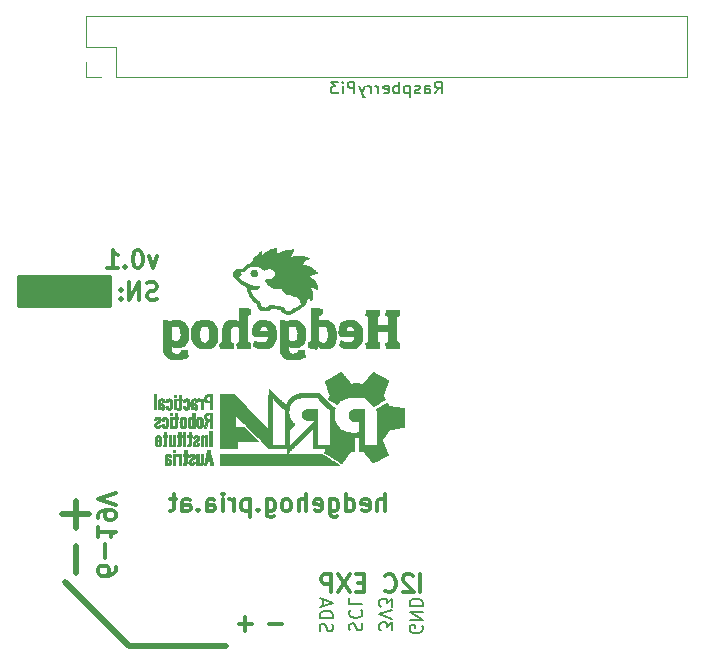
<source format=gbo>
G04 #@! TF.GenerationSoftware,KiCad,Pcbnew,no-vcs-found-0633d90~59~ubuntu16.04.1*
G04 #@! TF.CreationDate,2017-07-19T00:01:38+02:00*
G04 #@! TF.ProjectId,Hedgehog,4865646765686F672E6B696361645F70,1.0*
G04 #@! TF.SameCoordinates,PX7270e00PY47868c0
G04 #@! TF.FileFunction,Legend,Bot*
G04 #@! TF.FilePolarity,Positive*
%FSLAX46Y46*%
G04 Gerber Fmt 4.6, Leading zero omitted, Abs format (unit mm)*
G04 Created by KiCad (PCBNEW no-vcs-found-0633d90~59~ubuntu16.04.1) date Wed Jul 19 00:01:38 2017*
%MOMM*%
%LPD*%
G01*
G04 APERTURE LIST*
%ADD10C,0.300000*%
%ADD11C,0.200000*%
%ADD12C,0.500000*%
%ADD13C,0.350000*%
%ADD14C,0.010000*%
%ADD15C,0.120000*%
%ADD16C,0.150000*%
%ADD17C,0.254000*%
G04 APERTURE END LIST*
D10*
X13092857Y-21728571D02*
X12735714Y-22728571D01*
X12378571Y-21728571D01*
X11521428Y-21228571D02*
X11378571Y-21228571D01*
X11235714Y-21300000D01*
X11164285Y-21371428D01*
X11092857Y-21514285D01*
X11021428Y-21800000D01*
X11021428Y-22157142D01*
X11092857Y-22442857D01*
X11164285Y-22585714D01*
X11235714Y-22657142D01*
X11378571Y-22728571D01*
X11521428Y-22728571D01*
X11664285Y-22657142D01*
X11735714Y-22585714D01*
X11807142Y-22442857D01*
X11878571Y-22157142D01*
X11878571Y-21800000D01*
X11807142Y-21514285D01*
X11735714Y-21371428D01*
X11664285Y-21300000D01*
X11521428Y-21228571D01*
X10378571Y-22585714D02*
X10307142Y-22657142D01*
X10378571Y-22728571D01*
X10450000Y-22657142D01*
X10378571Y-22585714D01*
X10378571Y-22728571D01*
X8878571Y-22728571D02*
X9735714Y-22728571D01*
X9307142Y-22728571D02*
X9307142Y-21228571D01*
X9450000Y-21442857D01*
X9592857Y-21585714D01*
X9735714Y-21657142D01*
X13071428Y-25357142D02*
X12857142Y-25428571D01*
X12500000Y-25428571D01*
X12357142Y-25357142D01*
X12285714Y-25285714D01*
X12214285Y-25142857D01*
X12214285Y-25000000D01*
X12285714Y-24857142D01*
X12357142Y-24785714D01*
X12500000Y-24714285D01*
X12785714Y-24642857D01*
X12928571Y-24571428D01*
X13000000Y-24500000D01*
X13071428Y-24357142D01*
X13071428Y-24214285D01*
X13000000Y-24071428D01*
X12928571Y-24000000D01*
X12785714Y-23928571D01*
X12428571Y-23928571D01*
X12214285Y-24000000D01*
X11571428Y-25428571D02*
X11571428Y-23928571D01*
X10714285Y-25428571D01*
X10714285Y-23928571D01*
X10000000Y-25285714D02*
X9928571Y-25357142D01*
X10000000Y-25428571D01*
X10071428Y-25357142D01*
X10000000Y-25285714D01*
X10000000Y-25428571D01*
X10000000Y-24500000D02*
X9928571Y-24571428D01*
X10000000Y-24642857D01*
X10071428Y-24571428D01*
X10000000Y-24500000D01*
X10000000Y-24642857D01*
X32350000Y-43328571D02*
X32350000Y-41828571D01*
X31707142Y-43328571D02*
X31707142Y-42542857D01*
X31778571Y-42400000D01*
X31921428Y-42328571D01*
X32135714Y-42328571D01*
X32278571Y-42400000D01*
X32350000Y-42471428D01*
X30421428Y-43257142D02*
X30564285Y-43328571D01*
X30850000Y-43328571D01*
X30992857Y-43257142D01*
X31064285Y-43114285D01*
X31064285Y-42542857D01*
X30992857Y-42400000D01*
X30850000Y-42328571D01*
X30564285Y-42328571D01*
X30421428Y-42400000D01*
X30350000Y-42542857D01*
X30350000Y-42685714D01*
X31064285Y-42828571D01*
X29064285Y-43328571D02*
X29064285Y-41828571D01*
X29064285Y-43257142D02*
X29207142Y-43328571D01*
X29492857Y-43328571D01*
X29635714Y-43257142D01*
X29707142Y-43185714D01*
X29778571Y-43042857D01*
X29778571Y-42614285D01*
X29707142Y-42471428D01*
X29635714Y-42400000D01*
X29492857Y-42328571D01*
X29207142Y-42328571D01*
X29064285Y-42400000D01*
X27707142Y-42328571D02*
X27707142Y-43542857D01*
X27778571Y-43685714D01*
X27850000Y-43757142D01*
X27992857Y-43828571D01*
X28207142Y-43828571D01*
X28350000Y-43757142D01*
X27707142Y-43257142D02*
X27850000Y-43328571D01*
X28135714Y-43328571D01*
X28278571Y-43257142D01*
X28350000Y-43185714D01*
X28421428Y-43042857D01*
X28421428Y-42614285D01*
X28350000Y-42471428D01*
X28278571Y-42400000D01*
X28135714Y-42328571D01*
X27850000Y-42328571D01*
X27707142Y-42400000D01*
X26421428Y-43257142D02*
X26564285Y-43328571D01*
X26850000Y-43328571D01*
X26992857Y-43257142D01*
X27064285Y-43114285D01*
X27064285Y-42542857D01*
X26992857Y-42400000D01*
X26850000Y-42328571D01*
X26564285Y-42328571D01*
X26421428Y-42400000D01*
X26350000Y-42542857D01*
X26350000Y-42685714D01*
X27064285Y-42828571D01*
X25707142Y-43328571D02*
X25707142Y-41828571D01*
X25064285Y-43328571D02*
X25064285Y-42542857D01*
X25135714Y-42400000D01*
X25278571Y-42328571D01*
X25492857Y-42328571D01*
X25635714Y-42400000D01*
X25707142Y-42471428D01*
X24135714Y-43328571D02*
X24278571Y-43257142D01*
X24350000Y-43185714D01*
X24421428Y-43042857D01*
X24421428Y-42614285D01*
X24350000Y-42471428D01*
X24278571Y-42400000D01*
X24135714Y-42328571D01*
X23921428Y-42328571D01*
X23778571Y-42400000D01*
X23707142Y-42471428D01*
X23635714Y-42614285D01*
X23635714Y-43042857D01*
X23707142Y-43185714D01*
X23778571Y-43257142D01*
X23921428Y-43328571D01*
X24135714Y-43328571D01*
X22350000Y-42328571D02*
X22350000Y-43542857D01*
X22421428Y-43685714D01*
X22492857Y-43757142D01*
X22635714Y-43828571D01*
X22850000Y-43828571D01*
X22992857Y-43757142D01*
X22350000Y-43257142D02*
X22492857Y-43328571D01*
X22778571Y-43328571D01*
X22921428Y-43257142D01*
X22992857Y-43185714D01*
X23064285Y-43042857D01*
X23064285Y-42614285D01*
X22992857Y-42471428D01*
X22921428Y-42400000D01*
X22778571Y-42328571D01*
X22492857Y-42328571D01*
X22350000Y-42400000D01*
X21635714Y-43185714D02*
X21564285Y-43257142D01*
X21635714Y-43328571D01*
X21707142Y-43257142D01*
X21635714Y-43185714D01*
X21635714Y-43328571D01*
X20921428Y-42328571D02*
X20921428Y-43828571D01*
X20921428Y-42400000D02*
X20778571Y-42328571D01*
X20492857Y-42328571D01*
X20350000Y-42400000D01*
X20278571Y-42471428D01*
X20207142Y-42614285D01*
X20207142Y-43042857D01*
X20278571Y-43185714D01*
X20350000Y-43257142D01*
X20492857Y-43328571D01*
X20778571Y-43328571D01*
X20921428Y-43257142D01*
X19564285Y-43328571D02*
X19564285Y-42328571D01*
X19564285Y-42614285D02*
X19492857Y-42471428D01*
X19421428Y-42400000D01*
X19278571Y-42328571D01*
X19135714Y-42328571D01*
X18635714Y-43328571D02*
X18635714Y-42328571D01*
X18635714Y-41828571D02*
X18707142Y-41900000D01*
X18635714Y-41971428D01*
X18564285Y-41900000D01*
X18635714Y-41828571D01*
X18635714Y-41971428D01*
X17278571Y-43328571D02*
X17278571Y-42542857D01*
X17350000Y-42400000D01*
X17492857Y-42328571D01*
X17778571Y-42328571D01*
X17921428Y-42400000D01*
X17278571Y-43257142D02*
X17421428Y-43328571D01*
X17778571Y-43328571D01*
X17921428Y-43257142D01*
X17992857Y-43114285D01*
X17992857Y-42971428D01*
X17921428Y-42828571D01*
X17778571Y-42757142D01*
X17421428Y-42757142D01*
X17278571Y-42685714D01*
X16564285Y-43185714D02*
X16492857Y-43257142D01*
X16564285Y-43328571D01*
X16635714Y-43257142D01*
X16564285Y-43185714D01*
X16564285Y-43328571D01*
X15207142Y-43328571D02*
X15207142Y-42542857D01*
X15278571Y-42400000D01*
X15421428Y-42328571D01*
X15707142Y-42328571D01*
X15850000Y-42400000D01*
X15207142Y-43257142D02*
X15350000Y-43328571D01*
X15707142Y-43328571D01*
X15850000Y-43257142D01*
X15921428Y-43114285D01*
X15921428Y-42971428D01*
X15850000Y-42828571D01*
X15707142Y-42757142D01*
X15350000Y-42757142D01*
X15207142Y-42685714D01*
X14707142Y-42328571D02*
X14135714Y-42328571D01*
X14492857Y-41828571D02*
X14492857Y-43114285D01*
X14421428Y-43257142D01*
X14278571Y-43328571D01*
X14135714Y-43328571D01*
D11*
X35500000Y-53038095D02*
X35552380Y-53142857D01*
X35552380Y-53300000D01*
X35500000Y-53457142D01*
X35395238Y-53561904D01*
X35290476Y-53614285D01*
X35080952Y-53666666D01*
X34923809Y-53666666D01*
X34714285Y-53614285D01*
X34609523Y-53561904D01*
X34504761Y-53457142D01*
X34452380Y-53300000D01*
X34452380Y-53195238D01*
X34504761Y-53038095D01*
X34557142Y-52985714D01*
X34923809Y-52985714D01*
X34923809Y-53195238D01*
X34452380Y-52514285D02*
X35552380Y-52514285D01*
X34452380Y-51885714D01*
X35552380Y-51885714D01*
X34452380Y-51361904D02*
X35552380Y-51361904D01*
X35552380Y-51100000D01*
X35500000Y-50942857D01*
X35395238Y-50838095D01*
X35290476Y-50785714D01*
X35080952Y-50733333D01*
X34923809Y-50733333D01*
X34714285Y-50785714D01*
X34609523Y-50838095D01*
X34504761Y-50942857D01*
X34452380Y-51100000D01*
X34452380Y-51361904D01*
X33002380Y-53411904D02*
X33002380Y-52730952D01*
X32583333Y-53097619D01*
X32583333Y-52940476D01*
X32530952Y-52835714D01*
X32478571Y-52783333D01*
X32373809Y-52730952D01*
X32111904Y-52730952D01*
X32007142Y-52783333D01*
X31954761Y-52835714D01*
X31902380Y-52940476D01*
X31902380Y-53254761D01*
X31954761Y-53359523D01*
X32007142Y-53411904D01*
X33002380Y-52416666D02*
X31902380Y-52050000D01*
X33002380Y-51683333D01*
X33002380Y-51421428D02*
X33002380Y-50740476D01*
X32583333Y-51107142D01*
X32583333Y-50950000D01*
X32530952Y-50845238D01*
X32478571Y-50792857D01*
X32373809Y-50740476D01*
X32111904Y-50740476D01*
X32007142Y-50792857D01*
X31954761Y-50845238D01*
X31902380Y-50950000D01*
X31902380Y-51264285D01*
X31954761Y-51369047D01*
X32007142Y-51421428D01*
X29404761Y-53409523D02*
X29352380Y-53252380D01*
X29352380Y-52990476D01*
X29404761Y-52885714D01*
X29457142Y-52833333D01*
X29561904Y-52780952D01*
X29666666Y-52780952D01*
X29771428Y-52833333D01*
X29823809Y-52885714D01*
X29876190Y-52990476D01*
X29928571Y-53200000D01*
X29980952Y-53304761D01*
X30033333Y-53357142D01*
X30138095Y-53409523D01*
X30242857Y-53409523D01*
X30347619Y-53357142D01*
X30400000Y-53304761D01*
X30452380Y-53200000D01*
X30452380Y-52938095D01*
X30400000Y-52780952D01*
X29457142Y-51680952D02*
X29404761Y-51733333D01*
X29352380Y-51890476D01*
X29352380Y-51995238D01*
X29404761Y-52152380D01*
X29509523Y-52257142D01*
X29614285Y-52309523D01*
X29823809Y-52361904D01*
X29980952Y-52361904D01*
X30190476Y-52309523D01*
X30295238Y-52257142D01*
X30400000Y-52152380D01*
X30452380Y-51995238D01*
X30452380Y-51890476D01*
X30400000Y-51733333D01*
X30347619Y-51680952D01*
X29352380Y-50685714D02*
X29352380Y-51209523D01*
X30452380Y-51209523D01*
X26904761Y-53485714D02*
X26852380Y-53328571D01*
X26852380Y-53066666D01*
X26904761Y-52961904D01*
X26957142Y-52909523D01*
X27061904Y-52857142D01*
X27166666Y-52857142D01*
X27271428Y-52909523D01*
X27323809Y-52961904D01*
X27376190Y-53066666D01*
X27428571Y-53276190D01*
X27480952Y-53380952D01*
X27533333Y-53433333D01*
X27638095Y-53485714D01*
X27742857Y-53485714D01*
X27847619Y-53433333D01*
X27900000Y-53380952D01*
X27952380Y-53276190D01*
X27952380Y-53014285D01*
X27900000Y-52857142D01*
X26852380Y-52385714D02*
X27952380Y-52385714D01*
X27952380Y-52123809D01*
X27900000Y-51966666D01*
X27795238Y-51861904D01*
X27690476Y-51809523D01*
X27480952Y-51757142D01*
X27323809Y-51757142D01*
X27114285Y-51809523D01*
X27009523Y-51861904D01*
X26904761Y-51966666D01*
X26852380Y-52123809D01*
X26852380Y-52385714D01*
X27166666Y-51338095D02*
X27166666Y-50814285D01*
X26852380Y-51442857D02*
X27952380Y-51076190D01*
X26852380Y-50709523D01*
D10*
X35378571Y-50178571D02*
X35378571Y-48678571D01*
X34735714Y-48821428D02*
X34664285Y-48750000D01*
X34521428Y-48678571D01*
X34164285Y-48678571D01*
X34021428Y-48750000D01*
X33950000Y-48821428D01*
X33878571Y-48964285D01*
X33878571Y-49107142D01*
X33950000Y-49321428D01*
X34807142Y-50178571D01*
X33878571Y-50178571D01*
X32378571Y-50035714D02*
X32450000Y-50107142D01*
X32664285Y-50178571D01*
X32807142Y-50178571D01*
X33021428Y-50107142D01*
X33164285Y-49964285D01*
X33235714Y-49821428D01*
X33307142Y-49535714D01*
X33307142Y-49321428D01*
X33235714Y-49035714D01*
X33164285Y-48892857D01*
X33021428Y-48750000D01*
X32807142Y-48678571D01*
X32664285Y-48678571D01*
X32450000Y-48750000D01*
X32378571Y-48821428D01*
X30592857Y-49392857D02*
X30092857Y-49392857D01*
X29878571Y-50178571D02*
X30592857Y-50178571D01*
X30592857Y-48678571D01*
X29878571Y-48678571D01*
X29378571Y-48678571D02*
X28378571Y-50178571D01*
X28378571Y-48678571D02*
X29378571Y-50178571D01*
X27807142Y-50178571D02*
X27807142Y-48678571D01*
X27235714Y-48678571D01*
X27092857Y-48750000D01*
X27021428Y-48821428D01*
X26950000Y-48964285D01*
X26950000Y-49178571D01*
X27021428Y-49321428D01*
X27092857Y-49392857D01*
X27235714Y-49464285D01*
X27807142Y-49464285D01*
D12*
X10700000Y-54750000D02*
X5250000Y-49300000D01*
X18900000Y-54750000D02*
X10700000Y-54750000D01*
D13*
X22528571Y-52857142D02*
X23671428Y-52857142D01*
X19978571Y-52857142D02*
X21121428Y-52857142D01*
X20550000Y-53428571D02*
X20550000Y-52285714D01*
D10*
X9571428Y-48064285D02*
X9571428Y-48350000D01*
X9500000Y-48492857D01*
X9428571Y-48564285D01*
X9214285Y-48707142D01*
X8928571Y-48778571D01*
X8357142Y-48778571D01*
X8214285Y-48707142D01*
X8142857Y-48635714D01*
X8071428Y-48492857D01*
X8071428Y-48207142D01*
X8142857Y-48064285D01*
X8214285Y-47992857D01*
X8357142Y-47921428D01*
X8714285Y-47921428D01*
X8857142Y-47992857D01*
X8928571Y-48064285D01*
X9000000Y-48207142D01*
X9000000Y-48492857D01*
X8928571Y-48635714D01*
X8857142Y-48707142D01*
X8714285Y-48778571D01*
X8642857Y-47278571D02*
X8642857Y-46135714D01*
X8071428Y-44635714D02*
X8071428Y-45492857D01*
X8071428Y-45064285D02*
X9571428Y-45064285D01*
X9357142Y-45207142D01*
X9214285Y-45350000D01*
X9142857Y-45492857D01*
X8071428Y-43921428D02*
X8071428Y-43635714D01*
X8142857Y-43492857D01*
X8214285Y-43421428D01*
X8428571Y-43278571D01*
X8714285Y-43207142D01*
X9285714Y-43207142D01*
X9428571Y-43278571D01*
X9500000Y-43350000D01*
X9571428Y-43492857D01*
X9571428Y-43778571D01*
X9500000Y-43921428D01*
X9428571Y-43992857D01*
X9285714Y-44064285D01*
X8928571Y-44064285D01*
X8785714Y-43992857D01*
X8714285Y-43921428D01*
X8642857Y-43778571D01*
X8642857Y-43492857D01*
X8714285Y-43350000D01*
X8785714Y-43278571D01*
X8928571Y-43207142D01*
X9571428Y-42778571D02*
X8071428Y-42278571D01*
X9571428Y-41778571D01*
D12*
X6214285Y-46307142D02*
X6214285Y-48592857D01*
X7342857Y-43564285D02*
X5057142Y-43564285D01*
X6200000Y-44707142D02*
X6200000Y-42421428D01*
D14*
G36*
X21203364Y-22886883D02*
X21133990Y-22902718D01*
X21116528Y-22910397D01*
X21042477Y-22965420D01*
X20993944Y-23035428D01*
X20970914Y-23114004D01*
X20973372Y-23194733D01*
X21001307Y-23271200D01*
X21054702Y-23336988D01*
X21117549Y-23378502D01*
X21210371Y-23407501D01*
X21309849Y-23411932D01*
X21403626Y-23391934D01*
X21441000Y-23374822D01*
X21506910Y-23321137D01*
X21554109Y-23248912D01*
X21577515Y-23168149D01*
X21576447Y-23108286D01*
X21546857Y-23027534D01*
X21490895Y-22956494D01*
X21426283Y-22910127D01*
X21364169Y-22890574D01*
X21284976Y-22882831D01*
X21203364Y-22886883D01*
X21203364Y-22886883D01*
G37*
X21203364Y-22886883D02*
X21133990Y-22902718D01*
X21116528Y-22910397D01*
X21042477Y-22965420D01*
X20993944Y-23035428D01*
X20970914Y-23114004D01*
X20973372Y-23194733D01*
X21001307Y-23271200D01*
X21054702Y-23336988D01*
X21117549Y-23378502D01*
X21210371Y-23407501D01*
X21309849Y-23411932D01*
X21403626Y-23391934D01*
X21441000Y-23374822D01*
X21506910Y-23321137D01*
X21554109Y-23248912D01*
X21577515Y-23168149D01*
X21576447Y-23108286D01*
X21546857Y-23027534D01*
X21490895Y-22956494D01*
X21426283Y-22910127D01*
X21364169Y-22890574D01*
X21284976Y-22882831D01*
X21203364Y-22886883D01*
G36*
X23064366Y-21047498D02*
X22848602Y-21082513D01*
X22640832Y-21149210D01*
X22440215Y-21248029D01*
X22245909Y-21379408D01*
X22057072Y-21543788D01*
X21995463Y-21605713D01*
X21940669Y-21662064D01*
X21904587Y-21696620D01*
X21882749Y-21712279D01*
X21870691Y-21711940D01*
X21863943Y-21698498D01*
X21862237Y-21692144D01*
X21858388Y-21657327D01*
X21856789Y-21598803D01*
X21857609Y-21526665D01*
X21858890Y-21490642D01*
X21860774Y-21421716D01*
X21860101Y-21367652D01*
X21857079Y-21335800D01*
X21854345Y-21330400D01*
X21835572Y-21339171D01*
X21796836Y-21362291D01*
X21746116Y-21394971D01*
X21740231Y-21398888D01*
X21671900Y-21449828D01*
X21598465Y-21515488D01*
X21517511Y-21598523D01*
X21426619Y-21701587D01*
X21323373Y-21827336D01*
X21205356Y-21978424D01*
X21168225Y-22027091D01*
X21087023Y-22132154D01*
X21016609Y-22219530D01*
X20959150Y-22286682D01*
X20916816Y-22331072D01*
X20892257Y-22349982D01*
X20755956Y-22411998D01*
X20625677Y-22486410D01*
X20508471Y-22568357D01*
X20411389Y-22652978D01*
X20349190Y-22724430D01*
X20307246Y-22782156D01*
X20120590Y-22793396D01*
X19962911Y-22807177D01*
X19829618Y-22827784D01*
X19723682Y-22854618D01*
X19648077Y-22887078D01*
X19644286Y-22889367D01*
X19567599Y-22953801D01*
X19520072Y-23032976D01*
X19501253Y-23125197D01*
X19510691Y-23228772D01*
X19547932Y-23342008D01*
X19612525Y-23463210D01*
X19704018Y-23590686D01*
X19821958Y-23722742D01*
X19882664Y-23782381D01*
X19993590Y-23878846D01*
X20125571Y-23979972D01*
X20267990Y-24078413D01*
X20410235Y-24166827D01*
X20539300Y-24236697D01*
X20670533Y-24301160D01*
X20670533Y-24382827D01*
X20681335Y-24509612D01*
X20711728Y-24652671D01*
X20758699Y-24803062D01*
X20819231Y-24951842D01*
X20890308Y-25090070D01*
X20931349Y-25156184D01*
X21011899Y-25263562D01*
X21113740Y-25378718D01*
X21228495Y-25493097D01*
X21347788Y-25598142D01*
X21417571Y-25652770D01*
X21546542Y-25748495D01*
X21558307Y-25872014D01*
X21569125Y-25945461D01*
X21585848Y-26016186D01*
X21603498Y-26065610D01*
X21658440Y-26141689D01*
X21744656Y-26205524D01*
X21861774Y-26256926D01*
X22009420Y-26295707D01*
X22084672Y-26308831D01*
X22231931Y-26320274D01*
X22362268Y-26305639D01*
X22482214Y-26263280D01*
X22598298Y-26191556D01*
X22621458Y-26173675D01*
X22669086Y-26138345D01*
X22708479Y-26113736D01*
X22729216Y-26105600D01*
X22763714Y-26108383D01*
X22825198Y-26116054D01*
X22907306Y-26127597D01*
X23003676Y-26141998D01*
X23107945Y-26158240D01*
X23213752Y-26175307D01*
X23314734Y-26192185D01*
X23404530Y-26207856D01*
X23476777Y-26221307D01*
X23525113Y-26231520D01*
X23536165Y-26234423D01*
X23559537Y-26254086D01*
X23586630Y-26294565D01*
X23600573Y-26322535D01*
X23657925Y-26421369D01*
X23733201Y-26495035D01*
X23830303Y-26546398D01*
X23947550Y-26577360D01*
X24093272Y-26597611D01*
X24218217Y-26602773D01*
X24311200Y-26596147D01*
X24412103Y-26576142D01*
X24496814Y-26540591D01*
X24576273Y-26483792D01*
X24636158Y-26426759D01*
X24685085Y-26379927D01*
X24728682Y-26344624D01*
X24759383Y-26326790D01*
X24764844Y-26325734D01*
X24801341Y-26317073D01*
X24859252Y-26293487D01*
X24931639Y-26258571D01*
X25011560Y-26215920D01*
X25092076Y-26169129D01*
X25166248Y-26121793D01*
X25189265Y-26105875D01*
X25355542Y-25970938D01*
X25493309Y-25821323D01*
X25576180Y-25701107D01*
X25294282Y-25701107D01*
X25260214Y-25748951D01*
X25222540Y-25790311D01*
X25163193Y-25842435D01*
X25090001Y-25899455D01*
X25010791Y-25955505D01*
X24933393Y-26004720D01*
X24878466Y-26035015D01*
X24809912Y-26064477D01*
X24737941Y-26087955D01*
X24692200Y-26097967D01*
X24649439Y-26106225D01*
X24613763Y-26120494D01*
X24576967Y-26146034D01*
X24530846Y-26188108D01*
X24493172Y-26225611D01*
X24436855Y-26281008D01*
X24393326Y-26317120D01*
X24352219Y-26339380D01*
X24303171Y-26353218D01*
X24235817Y-26364069D01*
X24226533Y-26365356D01*
X24180263Y-26366039D01*
X24114490Y-26360317D01*
X24041094Y-26349996D01*
X23971956Y-26336882D01*
X23918953Y-26322784D01*
X23902501Y-26316078D01*
X23852184Y-26271762D01*
X23817555Y-26210231D01*
X23794051Y-26155772D01*
X23772954Y-26108801D01*
X23765850Y-26093783D01*
X23747920Y-26069679D01*
X23717035Y-26047602D01*
X23670270Y-26026773D01*
X23604696Y-26006418D01*
X23517390Y-25985760D01*
X23405423Y-25964024D01*
X23265869Y-25940432D01*
X23095803Y-25914209D01*
X23079837Y-25911832D01*
X22945318Y-25892371D01*
X22838947Y-25879025D01*
X22755461Y-25872370D01*
X22689599Y-25872982D01*
X22636098Y-25881435D01*
X22589695Y-25898304D01*
X22545127Y-25924167D01*
X22497133Y-25959597D01*
X22473933Y-25978076D01*
X22407145Y-26028154D01*
X22351534Y-26058410D01*
X22294877Y-26073504D01*
X22224952Y-26078097D01*
X22211466Y-26078169D01*
X22135275Y-26072792D01*
X22051567Y-26058348D01*
X21969618Y-26037389D01*
X21898704Y-26012467D01*
X21848097Y-25986134D01*
X21834344Y-25974419D01*
X21816433Y-25937923D01*
X21802090Y-25875922D01*
X21795700Y-25825825D01*
X21778151Y-25715104D01*
X21746331Y-25628883D01*
X21696088Y-25559344D01*
X21623269Y-25498666D01*
X21621238Y-25497273D01*
X21426823Y-25348066D01*
X21263442Y-25186678D01*
X21129943Y-25011470D01*
X21025177Y-24820800D01*
X20947991Y-24613028D01*
X20917645Y-24494388D01*
X20907802Y-24449509D01*
X20986592Y-24473221D01*
X21040218Y-24484075D01*
X21114379Y-24492317D01*
X21195766Y-24496610D01*
X21222724Y-24496933D01*
X21373633Y-24490464D01*
X21493350Y-24471063D01*
X21581842Y-24438742D01*
X21639081Y-24393513D01*
X21665034Y-24335390D01*
X21666223Y-24325606D01*
X21667058Y-24287848D01*
X21659376Y-24260019D01*
X21638870Y-24240594D01*
X21601229Y-24228048D01*
X21542146Y-24220857D01*
X21457311Y-24217494D01*
X21357916Y-24216492D01*
X21255434Y-24215551D01*
X21178934Y-24213071D01*
X21120539Y-24208120D01*
X21072368Y-24199769D01*
X21026543Y-24187085D01*
X20983800Y-24172294D01*
X20814821Y-24102045D01*
X20636213Y-24012306D01*
X20457041Y-23908576D01*
X20286370Y-23796354D01*
X20133262Y-23681139D01*
X20037937Y-23598437D01*
X19984526Y-23547533D01*
X19941920Y-23504977D01*
X19915298Y-23476063D01*
X19908932Y-23466561D01*
X19923316Y-23454191D01*
X19959847Y-23434212D01*
X19992040Y-23419217D01*
X20045821Y-23389544D01*
X20089811Y-23354813D01*
X20104285Y-23337822D01*
X20130587Y-23275016D01*
X20142250Y-23198344D01*
X20138144Y-23123215D01*
X20123504Y-23076070D01*
X20097396Y-23023733D01*
X20432398Y-23023733D01*
X20498804Y-22933843D01*
X20621533Y-22794217D01*
X20761606Y-22683564D01*
X20918029Y-22602385D01*
X21089813Y-22551178D01*
X21275964Y-22530444D01*
X21300627Y-22530017D01*
X21488424Y-22544145D01*
X21663423Y-22589559D01*
X21826687Y-22666643D01*
X21979004Y-22775549D01*
X22033995Y-22819046D01*
X22083017Y-22852224D01*
X22118012Y-22869823D01*
X22125784Y-22871333D01*
X22157376Y-22863806D01*
X22207681Y-22844067D01*
X22265826Y-22816387D01*
X22265993Y-22816300D01*
X22319498Y-22790059D01*
X22363914Y-22773792D01*
X22410667Y-22765147D01*
X22471185Y-22761770D01*
X22533200Y-22761280D01*
X22648031Y-22766738D01*
X22740323Y-22785393D01*
X22819969Y-22820690D01*
X22896862Y-22876079D01*
X22919516Y-22895902D01*
X22998347Y-22986903D01*
X23044915Y-23087256D01*
X23058909Y-23195084D01*
X23040017Y-23308508D01*
X23002979Y-23398251D01*
X22931440Y-23504712D01*
X22840463Y-23583797D01*
X22728062Y-23637153D01*
X22707411Y-23643572D01*
X22663329Y-23655162D01*
X22622955Y-23661630D01*
X22578308Y-23662900D01*
X22521406Y-23658900D01*
X22444267Y-23649556D01*
X22379287Y-23640553D01*
X22329511Y-23635771D01*
X22299051Y-23642423D01*
X22274117Y-23664793D01*
X22264987Y-23676055D01*
X22239825Y-23716936D01*
X22228455Y-23752976D01*
X22228400Y-23754825D01*
X22239224Y-23801403D01*
X22268776Y-23866007D01*
X22312677Y-23941906D01*
X22366550Y-24022366D01*
X22426013Y-24100654D01*
X22486690Y-24170040D01*
X22519572Y-24202501D01*
X22606639Y-24275480D01*
X22692880Y-24330518D01*
X22784478Y-24369376D01*
X22887613Y-24393815D01*
X23008467Y-24405594D01*
X23153221Y-24406475D01*
X23226560Y-24403841D01*
X23362129Y-24399494D01*
X23465883Y-24400205D01*
X23537141Y-24405960D01*
X23558924Y-24410326D01*
X23599507Y-24423890D01*
X23624444Y-24443531D01*
X23642577Y-24479152D01*
X23656017Y-24519090D01*
X23713212Y-24649207D01*
X23794908Y-24757849D01*
X23898650Y-24842404D01*
X24010447Y-24896320D01*
X24055168Y-24910187D01*
X24123591Y-24929106D01*
X24206402Y-24950587D01*
X24294266Y-24972139D01*
X24497994Y-25024968D01*
X24673949Y-25079802D01*
X24820743Y-25136083D01*
X24936986Y-25193256D01*
X25021288Y-25250764D01*
X25044895Y-25272835D01*
X25069912Y-25305490D01*
X25105671Y-25360645D01*
X25147452Y-25430668D01*
X25190532Y-25507930D01*
X25191636Y-25509984D01*
X25294282Y-25701107D01*
X25576180Y-25701107D01*
X25589156Y-25682285D01*
X25663941Y-25542569D01*
X25716528Y-25410751D01*
X25745155Y-25291788D01*
X25750096Y-25229300D01*
X25752048Y-25179618D01*
X25756591Y-25147351D01*
X25760465Y-25140400D01*
X25788062Y-25152108D01*
X25831458Y-25183352D01*
X25883998Y-25228319D01*
X25939026Y-25281191D01*
X25989890Y-25336152D01*
X26004708Y-25353857D01*
X26046907Y-25403824D01*
X26081960Y-25441590D01*
X26103932Y-25460884D01*
X26107159Y-25462134D01*
X26116477Y-25455508D01*
X26127204Y-25432614D01*
X26140802Y-25388929D01*
X26158732Y-25319929D01*
X26175516Y-25250467D01*
X26188973Y-25165768D01*
X26195643Y-25061857D01*
X26195706Y-24950257D01*
X26189343Y-24842491D01*
X26176736Y-24750084D01*
X26167011Y-24709323D01*
X26138883Y-24627625D01*
X26103966Y-24544870D01*
X26067123Y-24471420D01*
X26033220Y-24417633D01*
X26025698Y-24408387D01*
X26009432Y-24384885D01*
X26018161Y-24373555D01*
X26023395Y-24371698D01*
X26126937Y-24353832D01*
X26243632Y-24357926D01*
X26362511Y-24382168D01*
X26472604Y-24424747D01*
X26524003Y-24454370D01*
X26571609Y-24485176D01*
X26607140Y-24506676D01*
X26621916Y-24513867D01*
X26625319Y-24500185D01*
X26619797Y-24458247D01*
X26605104Y-24386713D01*
X26580996Y-24284245D01*
X26577097Y-24268334D01*
X26520347Y-24090273D01*
X26442090Y-23924207D01*
X26345511Y-23774354D01*
X26233795Y-23644931D01*
X26110129Y-23540155D01*
X25977698Y-23464243D01*
X25965836Y-23459129D01*
X25884805Y-23425122D01*
X25923350Y-23384092D01*
X25990250Y-23330476D01*
X26082854Y-23280761D01*
X26193016Y-23237721D01*
X26312593Y-23204128D01*
X26433440Y-23182756D01*
X26533700Y-23176261D01*
X26580606Y-23174330D01*
X26609591Y-23169559D01*
X26614133Y-23166303D01*
X26603804Y-23141056D01*
X26576246Y-23097258D01*
X26536601Y-23041787D01*
X26490012Y-22981516D01*
X26441622Y-22923322D01*
X26396573Y-22874079D01*
X26392374Y-22869835D01*
X26287212Y-22773800D01*
X26178651Y-22695631D01*
X26053242Y-22625964D01*
X26017134Y-22608520D01*
X25909666Y-22562650D01*
X25803196Y-22528414D01*
X25687192Y-22503159D01*
X25551124Y-22484228D01*
X25505000Y-22479403D01*
X25429499Y-22471533D01*
X25367502Y-22464242D01*
X25326112Y-22458420D01*
X25312443Y-22455298D01*
X25316077Y-22437743D01*
X25334966Y-22400093D01*
X25364610Y-22349761D01*
X25400509Y-22294160D01*
X25438163Y-22240703D01*
X25459537Y-22212975D01*
X25525055Y-22144439D01*
X25611554Y-22071935D01*
X25708379Y-22003583D01*
X25804875Y-21947499D01*
X25814033Y-21942909D01*
X25861662Y-21917688D01*
X25893925Y-21897278D01*
X25902933Y-21887985D01*
X25887737Y-21873167D01*
X25846401Y-21851415D01*
X25785305Y-21825252D01*
X25710827Y-21797205D01*
X25629346Y-21769797D01*
X25547242Y-21745555D01*
X25534501Y-21742146D01*
X25458399Y-21723579D01*
X25389611Y-21710937D01*
X25317857Y-21703096D01*
X25232854Y-21698935D01*
X25124323Y-21697330D01*
X25124000Y-21697328D01*
X24946133Y-21701267D01*
X24788079Y-21716506D01*
X24637116Y-21744937D01*
X24480523Y-21788452D01*
X24454024Y-21796964D01*
X24392913Y-21815966D01*
X24345463Y-21828939D01*
X24319686Y-21833753D01*
X24317387Y-21833298D01*
X24318367Y-21815173D01*
X24326514Y-21772592D01*
X24340190Y-21713803D01*
X24344549Y-21696488D01*
X24397433Y-21534308D01*
X24468323Y-21385269D01*
X24548618Y-21264241D01*
X24583412Y-21218579D01*
X24607749Y-21183501D01*
X24616000Y-21167630D01*
X24600153Y-21162676D01*
X24556677Y-21160496D01*
X24491668Y-21160769D01*
X24411220Y-21163177D01*
X24321431Y-21167400D01*
X24228395Y-21173118D01*
X24138209Y-21180012D01*
X24056968Y-21187764D01*
X23990769Y-21196053D01*
X23955600Y-21202227D01*
X23744540Y-21259585D01*
X23538120Y-21338558D01*
X23347009Y-21434703D01*
X23244803Y-21498326D01*
X23191539Y-21529518D01*
X23159260Y-21536372D01*
X23151670Y-21532313D01*
X23142934Y-21506580D01*
X23137151Y-21455384D01*
X23134216Y-21386991D01*
X23134022Y-21309666D01*
X23136463Y-21231675D01*
X23141432Y-21161283D01*
X23148825Y-21106755D01*
X23157500Y-21078010D01*
X23180666Y-21037287D01*
X23064366Y-21047498D01*
X23064366Y-21047498D01*
G37*
X23064366Y-21047498D02*
X22848602Y-21082513D01*
X22640832Y-21149210D01*
X22440215Y-21248029D01*
X22245909Y-21379408D01*
X22057072Y-21543788D01*
X21995463Y-21605713D01*
X21940669Y-21662064D01*
X21904587Y-21696620D01*
X21882749Y-21712279D01*
X21870691Y-21711940D01*
X21863943Y-21698498D01*
X21862237Y-21692144D01*
X21858388Y-21657327D01*
X21856789Y-21598803D01*
X21857609Y-21526665D01*
X21858890Y-21490642D01*
X21860774Y-21421716D01*
X21860101Y-21367652D01*
X21857079Y-21335800D01*
X21854345Y-21330400D01*
X21835572Y-21339171D01*
X21796836Y-21362291D01*
X21746116Y-21394971D01*
X21740231Y-21398888D01*
X21671900Y-21449828D01*
X21598465Y-21515488D01*
X21517511Y-21598523D01*
X21426619Y-21701587D01*
X21323373Y-21827336D01*
X21205356Y-21978424D01*
X21168225Y-22027091D01*
X21087023Y-22132154D01*
X21016609Y-22219530D01*
X20959150Y-22286682D01*
X20916816Y-22331072D01*
X20892257Y-22349982D01*
X20755956Y-22411998D01*
X20625677Y-22486410D01*
X20508471Y-22568357D01*
X20411389Y-22652978D01*
X20349190Y-22724430D01*
X20307246Y-22782156D01*
X20120590Y-22793396D01*
X19962911Y-22807177D01*
X19829618Y-22827784D01*
X19723682Y-22854618D01*
X19648077Y-22887078D01*
X19644286Y-22889367D01*
X19567599Y-22953801D01*
X19520072Y-23032976D01*
X19501253Y-23125197D01*
X19510691Y-23228772D01*
X19547932Y-23342008D01*
X19612525Y-23463210D01*
X19704018Y-23590686D01*
X19821958Y-23722742D01*
X19882664Y-23782381D01*
X19993590Y-23878846D01*
X20125571Y-23979972D01*
X20267990Y-24078413D01*
X20410235Y-24166827D01*
X20539300Y-24236697D01*
X20670533Y-24301160D01*
X20670533Y-24382827D01*
X20681335Y-24509612D01*
X20711728Y-24652671D01*
X20758699Y-24803062D01*
X20819231Y-24951842D01*
X20890308Y-25090070D01*
X20931349Y-25156184D01*
X21011899Y-25263562D01*
X21113740Y-25378718D01*
X21228495Y-25493097D01*
X21347788Y-25598142D01*
X21417571Y-25652770D01*
X21546542Y-25748495D01*
X21558307Y-25872014D01*
X21569125Y-25945461D01*
X21585848Y-26016186D01*
X21603498Y-26065610D01*
X21658440Y-26141689D01*
X21744656Y-26205524D01*
X21861774Y-26256926D01*
X22009420Y-26295707D01*
X22084672Y-26308831D01*
X22231931Y-26320274D01*
X22362268Y-26305639D01*
X22482214Y-26263280D01*
X22598298Y-26191556D01*
X22621458Y-26173675D01*
X22669086Y-26138345D01*
X22708479Y-26113736D01*
X22729216Y-26105600D01*
X22763714Y-26108383D01*
X22825198Y-26116054D01*
X22907306Y-26127597D01*
X23003676Y-26141998D01*
X23107945Y-26158240D01*
X23213752Y-26175307D01*
X23314734Y-26192185D01*
X23404530Y-26207856D01*
X23476777Y-26221307D01*
X23525113Y-26231520D01*
X23536165Y-26234423D01*
X23559537Y-26254086D01*
X23586630Y-26294565D01*
X23600573Y-26322535D01*
X23657925Y-26421369D01*
X23733201Y-26495035D01*
X23830303Y-26546398D01*
X23947550Y-26577360D01*
X24093272Y-26597611D01*
X24218217Y-26602773D01*
X24311200Y-26596147D01*
X24412103Y-26576142D01*
X24496814Y-26540591D01*
X24576273Y-26483792D01*
X24636158Y-26426759D01*
X24685085Y-26379927D01*
X24728682Y-26344624D01*
X24759383Y-26326790D01*
X24764844Y-26325734D01*
X24801341Y-26317073D01*
X24859252Y-26293487D01*
X24931639Y-26258571D01*
X25011560Y-26215920D01*
X25092076Y-26169129D01*
X25166248Y-26121793D01*
X25189265Y-26105875D01*
X25355542Y-25970938D01*
X25493309Y-25821323D01*
X25576180Y-25701107D01*
X25294282Y-25701107D01*
X25260214Y-25748951D01*
X25222540Y-25790311D01*
X25163193Y-25842435D01*
X25090001Y-25899455D01*
X25010791Y-25955505D01*
X24933393Y-26004720D01*
X24878466Y-26035015D01*
X24809912Y-26064477D01*
X24737941Y-26087955D01*
X24692200Y-26097967D01*
X24649439Y-26106225D01*
X24613763Y-26120494D01*
X24576967Y-26146034D01*
X24530846Y-26188108D01*
X24493172Y-26225611D01*
X24436855Y-26281008D01*
X24393326Y-26317120D01*
X24352219Y-26339380D01*
X24303171Y-26353218D01*
X24235817Y-26364069D01*
X24226533Y-26365356D01*
X24180263Y-26366039D01*
X24114490Y-26360317D01*
X24041094Y-26349996D01*
X23971956Y-26336882D01*
X23918953Y-26322784D01*
X23902501Y-26316078D01*
X23852184Y-26271762D01*
X23817555Y-26210231D01*
X23794051Y-26155772D01*
X23772954Y-26108801D01*
X23765850Y-26093783D01*
X23747920Y-26069679D01*
X23717035Y-26047602D01*
X23670270Y-26026773D01*
X23604696Y-26006418D01*
X23517390Y-25985760D01*
X23405423Y-25964024D01*
X23265869Y-25940432D01*
X23095803Y-25914209D01*
X23079837Y-25911832D01*
X22945318Y-25892371D01*
X22838947Y-25879025D01*
X22755461Y-25872370D01*
X22689599Y-25872982D01*
X22636098Y-25881435D01*
X22589695Y-25898304D01*
X22545127Y-25924167D01*
X22497133Y-25959597D01*
X22473933Y-25978076D01*
X22407145Y-26028154D01*
X22351534Y-26058410D01*
X22294877Y-26073504D01*
X22224952Y-26078097D01*
X22211466Y-26078169D01*
X22135275Y-26072792D01*
X22051567Y-26058348D01*
X21969618Y-26037389D01*
X21898704Y-26012467D01*
X21848097Y-25986134D01*
X21834344Y-25974419D01*
X21816433Y-25937923D01*
X21802090Y-25875922D01*
X21795700Y-25825825D01*
X21778151Y-25715104D01*
X21746331Y-25628883D01*
X21696088Y-25559344D01*
X21623269Y-25498666D01*
X21621238Y-25497273D01*
X21426823Y-25348066D01*
X21263442Y-25186678D01*
X21129943Y-25011470D01*
X21025177Y-24820800D01*
X20947991Y-24613028D01*
X20917645Y-24494388D01*
X20907802Y-24449509D01*
X20986592Y-24473221D01*
X21040218Y-24484075D01*
X21114379Y-24492317D01*
X21195766Y-24496610D01*
X21222724Y-24496933D01*
X21373633Y-24490464D01*
X21493350Y-24471063D01*
X21581842Y-24438742D01*
X21639081Y-24393513D01*
X21665034Y-24335390D01*
X21666223Y-24325606D01*
X21667058Y-24287848D01*
X21659376Y-24260019D01*
X21638870Y-24240594D01*
X21601229Y-24228048D01*
X21542146Y-24220857D01*
X21457311Y-24217494D01*
X21357916Y-24216492D01*
X21255434Y-24215551D01*
X21178934Y-24213071D01*
X21120539Y-24208120D01*
X21072368Y-24199769D01*
X21026543Y-24187085D01*
X20983800Y-24172294D01*
X20814821Y-24102045D01*
X20636213Y-24012306D01*
X20457041Y-23908576D01*
X20286370Y-23796354D01*
X20133262Y-23681139D01*
X20037937Y-23598437D01*
X19984526Y-23547533D01*
X19941920Y-23504977D01*
X19915298Y-23476063D01*
X19908932Y-23466561D01*
X19923316Y-23454191D01*
X19959847Y-23434212D01*
X19992040Y-23419217D01*
X20045821Y-23389544D01*
X20089811Y-23354813D01*
X20104285Y-23337822D01*
X20130587Y-23275016D01*
X20142250Y-23198344D01*
X20138144Y-23123215D01*
X20123504Y-23076070D01*
X20097396Y-23023733D01*
X20432398Y-23023733D01*
X20498804Y-22933843D01*
X20621533Y-22794217D01*
X20761606Y-22683564D01*
X20918029Y-22602385D01*
X21089813Y-22551178D01*
X21275964Y-22530444D01*
X21300627Y-22530017D01*
X21488424Y-22544145D01*
X21663423Y-22589559D01*
X21826687Y-22666643D01*
X21979004Y-22775549D01*
X22033995Y-22819046D01*
X22083017Y-22852224D01*
X22118012Y-22869823D01*
X22125784Y-22871333D01*
X22157376Y-22863806D01*
X22207681Y-22844067D01*
X22265826Y-22816387D01*
X22265993Y-22816300D01*
X22319498Y-22790059D01*
X22363914Y-22773792D01*
X22410667Y-22765147D01*
X22471185Y-22761770D01*
X22533200Y-22761280D01*
X22648031Y-22766738D01*
X22740323Y-22785393D01*
X22819969Y-22820690D01*
X22896862Y-22876079D01*
X22919516Y-22895902D01*
X22998347Y-22986903D01*
X23044915Y-23087256D01*
X23058909Y-23195084D01*
X23040017Y-23308508D01*
X23002979Y-23398251D01*
X22931440Y-23504712D01*
X22840463Y-23583797D01*
X22728062Y-23637153D01*
X22707411Y-23643572D01*
X22663329Y-23655162D01*
X22622955Y-23661630D01*
X22578308Y-23662900D01*
X22521406Y-23658900D01*
X22444267Y-23649556D01*
X22379287Y-23640553D01*
X22329511Y-23635771D01*
X22299051Y-23642423D01*
X22274117Y-23664793D01*
X22264987Y-23676055D01*
X22239825Y-23716936D01*
X22228455Y-23752976D01*
X22228400Y-23754825D01*
X22239224Y-23801403D01*
X22268776Y-23866007D01*
X22312677Y-23941906D01*
X22366550Y-24022366D01*
X22426013Y-24100654D01*
X22486690Y-24170040D01*
X22519572Y-24202501D01*
X22606639Y-24275480D01*
X22692880Y-24330518D01*
X22784478Y-24369376D01*
X22887613Y-24393815D01*
X23008467Y-24405594D01*
X23153221Y-24406475D01*
X23226560Y-24403841D01*
X23362129Y-24399494D01*
X23465883Y-24400205D01*
X23537141Y-24405960D01*
X23558924Y-24410326D01*
X23599507Y-24423890D01*
X23624444Y-24443531D01*
X23642577Y-24479152D01*
X23656017Y-24519090D01*
X23713212Y-24649207D01*
X23794908Y-24757849D01*
X23898650Y-24842404D01*
X24010447Y-24896320D01*
X24055168Y-24910187D01*
X24123591Y-24929106D01*
X24206402Y-24950587D01*
X24294266Y-24972139D01*
X24497994Y-25024968D01*
X24673949Y-25079802D01*
X24820743Y-25136083D01*
X24936986Y-25193256D01*
X25021288Y-25250764D01*
X25044895Y-25272835D01*
X25069912Y-25305490D01*
X25105671Y-25360645D01*
X25147452Y-25430668D01*
X25190532Y-25507930D01*
X25191636Y-25509984D01*
X25294282Y-25701107D01*
X25576180Y-25701107D01*
X25589156Y-25682285D01*
X25663941Y-25542569D01*
X25716528Y-25410751D01*
X25745155Y-25291788D01*
X25750096Y-25229300D01*
X25752048Y-25179618D01*
X25756591Y-25147351D01*
X25760465Y-25140400D01*
X25788062Y-25152108D01*
X25831458Y-25183352D01*
X25883998Y-25228319D01*
X25939026Y-25281191D01*
X25989890Y-25336152D01*
X26004708Y-25353857D01*
X26046907Y-25403824D01*
X26081960Y-25441590D01*
X26103932Y-25460884D01*
X26107159Y-25462134D01*
X26116477Y-25455508D01*
X26127204Y-25432614D01*
X26140802Y-25388929D01*
X26158732Y-25319929D01*
X26175516Y-25250467D01*
X26188973Y-25165768D01*
X26195643Y-25061857D01*
X26195706Y-24950257D01*
X26189343Y-24842491D01*
X26176736Y-24750084D01*
X26167011Y-24709323D01*
X26138883Y-24627625D01*
X26103966Y-24544870D01*
X26067123Y-24471420D01*
X26033220Y-24417633D01*
X26025698Y-24408387D01*
X26009432Y-24384885D01*
X26018161Y-24373555D01*
X26023395Y-24371698D01*
X26126937Y-24353832D01*
X26243632Y-24357926D01*
X26362511Y-24382168D01*
X26472604Y-24424747D01*
X26524003Y-24454370D01*
X26571609Y-24485176D01*
X26607140Y-24506676D01*
X26621916Y-24513867D01*
X26625319Y-24500185D01*
X26619797Y-24458247D01*
X26605104Y-24386713D01*
X26580996Y-24284245D01*
X26577097Y-24268334D01*
X26520347Y-24090273D01*
X26442090Y-23924207D01*
X26345511Y-23774354D01*
X26233795Y-23644931D01*
X26110129Y-23540155D01*
X25977698Y-23464243D01*
X25965836Y-23459129D01*
X25884805Y-23425122D01*
X25923350Y-23384092D01*
X25990250Y-23330476D01*
X26082854Y-23280761D01*
X26193016Y-23237721D01*
X26312593Y-23204128D01*
X26433440Y-23182756D01*
X26533700Y-23176261D01*
X26580606Y-23174330D01*
X26609591Y-23169559D01*
X26614133Y-23166303D01*
X26603804Y-23141056D01*
X26576246Y-23097258D01*
X26536601Y-23041787D01*
X26490012Y-22981516D01*
X26441622Y-22923322D01*
X26396573Y-22874079D01*
X26392374Y-22869835D01*
X26287212Y-22773800D01*
X26178651Y-22695631D01*
X26053242Y-22625964D01*
X26017134Y-22608520D01*
X25909666Y-22562650D01*
X25803196Y-22528414D01*
X25687192Y-22503159D01*
X25551124Y-22484228D01*
X25505000Y-22479403D01*
X25429499Y-22471533D01*
X25367502Y-22464242D01*
X25326112Y-22458420D01*
X25312443Y-22455298D01*
X25316077Y-22437743D01*
X25334966Y-22400093D01*
X25364610Y-22349761D01*
X25400509Y-22294160D01*
X25438163Y-22240703D01*
X25459537Y-22212975D01*
X25525055Y-22144439D01*
X25611554Y-22071935D01*
X25708379Y-22003583D01*
X25804875Y-21947499D01*
X25814033Y-21942909D01*
X25861662Y-21917688D01*
X25893925Y-21897278D01*
X25902933Y-21887985D01*
X25887737Y-21873167D01*
X25846401Y-21851415D01*
X25785305Y-21825252D01*
X25710827Y-21797205D01*
X25629346Y-21769797D01*
X25547242Y-21745555D01*
X25534501Y-21742146D01*
X25458399Y-21723579D01*
X25389611Y-21710937D01*
X25317857Y-21703096D01*
X25232854Y-21698935D01*
X25124323Y-21697330D01*
X25124000Y-21697328D01*
X24946133Y-21701267D01*
X24788079Y-21716506D01*
X24637116Y-21744937D01*
X24480523Y-21788452D01*
X24454024Y-21796964D01*
X24392913Y-21815966D01*
X24345463Y-21828939D01*
X24319686Y-21833753D01*
X24317387Y-21833298D01*
X24318367Y-21815173D01*
X24326514Y-21772592D01*
X24340190Y-21713803D01*
X24344549Y-21696488D01*
X24397433Y-21534308D01*
X24468323Y-21385269D01*
X24548618Y-21264241D01*
X24583412Y-21218579D01*
X24607749Y-21183501D01*
X24616000Y-21167630D01*
X24600153Y-21162676D01*
X24556677Y-21160496D01*
X24491668Y-21160769D01*
X24411220Y-21163177D01*
X24321431Y-21167400D01*
X24228395Y-21173118D01*
X24138209Y-21180012D01*
X24056968Y-21187764D01*
X23990769Y-21196053D01*
X23955600Y-21202227D01*
X23744540Y-21259585D01*
X23538120Y-21338558D01*
X23347009Y-21434703D01*
X23244803Y-21498326D01*
X23191539Y-21529518D01*
X23159260Y-21536372D01*
X23151670Y-21532313D01*
X23142934Y-21506580D01*
X23137151Y-21455384D01*
X23134216Y-21386991D01*
X23134022Y-21309666D01*
X23136463Y-21231675D01*
X23141432Y-21161283D01*
X23148825Y-21106755D01*
X23157500Y-21078010D01*
X23180666Y-21037287D01*
X23064366Y-21047498D01*
G36*
X20234500Y-26132663D02*
X20044000Y-26144071D01*
X20044000Y-26718913D01*
X20043641Y-26854268D01*
X20042621Y-26977907D01*
X20041027Y-27085996D01*
X20038942Y-27174703D01*
X20036455Y-27240194D01*
X20033648Y-27278634D01*
X20031300Y-27287377D01*
X19864015Y-27216765D01*
X19681145Y-27162935D01*
X19502133Y-27131021D01*
X19415472Y-27127544D01*
X19310245Y-27132991D01*
X19199236Y-27145845D01*
X19095228Y-27164590D01*
X19011004Y-27187710D01*
X19004619Y-27190032D01*
X18890503Y-27248834D01*
X18795446Y-27333311D01*
X18718454Y-27444728D01*
X18658531Y-27584351D01*
X18636537Y-27657972D01*
X18626976Y-27696873D01*
X18619156Y-27736992D01*
X18612826Y-27782447D01*
X18607735Y-27837358D01*
X18603632Y-27905846D01*
X18600266Y-27992031D01*
X18597386Y-28100032D01*
X18594742Y-28233970D01*
X18592288Y-28384454D01*
X18583162Y-28978442D01*
X18503946Y-29016051D01*
X18447904Y-29046539D01*
X18397946Y-29080064D01*
X18382007Y-29093276D01*
X18339284Y-29132891D01*
X18361299Y-29299879D01*
X18370742Y-29373091D01*
X18378292Y-29434630D01*
X18382941Y-29476119D01*
X18383924Y-29488034D01*
X18391298Y-29494153D01*
X18414897Y-29499057D01*
X18457514Y-29502856D01*
X18521945Y-29505658D01*
X18610987Y-29507572D01*
X18727434Y-29508708D01*
X18874083Y-29509174D01*
X18926077Y-29509200D01*
X19467621Y-29509200D01*
X19475590Y-29471100D01*
X19481353Y-29437473D01*
X19489889Y-29380458D01*
X19499693Y-29310259D01*
X19503560Y-29281320D01*
X19523562Y-29129640D01*
X19467374Y-29082732D01*
X19414249Y-29045750D01*
X19352315Y-29012345D01*
X19337307Y-29005812D01*
X19263428Y-28975800D01*
X19268480Y-28417000D01*
X19269943Y-28264270D01*
X19271446Y-28141559D01*
X19273250Y-28045019D01*
X19275612Y-27970802D01*
X19278793Y-27915062D01*
X19283050Y-27873951D01*
X19288644Y-27843621D01*
X19295833Y-27820225D01*
X19304876Y-27799915D01*
X19310789Y-27788564D01*
X19358599Y-27726061D01*
X19426730Y-27683116D01*
X19519438Y-27657486D01*
X19572427Y-27650810D01*
X19688816Y-27653817D01*
X19811572Y-27680134D01*
X19926448Y-27726198D01*
X19967189Y-27749476D01*
X20044000Y-27798188D01*
X20044000Y-28966846D01*
X19946633Y-29016192D01*
X19889027Y-29048824D01*
X19839451Y-29082855D01*
X19814112Y-29105336D01*
X19798829Y-29124239D01*
X19789816Y-29143790D01*
X19786725Y-29171203D01*
X19789208Y-29213691D01*
X19796915Y-29278467D01*
X19803383Y-29327167D01*
X19827808Y-29509200D01*
X20368235Y-29509200D01*
X20525577Y-29508904D01*
X20651843Y-29507944D01*
X20749819Y-29506212D01*
X20822292Y-29503601D01*
X20872049Y-29500002D01*
X20901874Y-29495308D01*
X20914556Y-29489411D01*
X20915294Y-29488034D01*
X20920022Y-29462922D01*
X20927351Y-29412575D01*
X20936101Y-29345413D01*
X20941591Y-29300145D01*
X20950225Y-29223604D01*
X20953980Y-29172976D01*
X20952208Y-29140573D01*
X20944266Y-29118708D01*
X20929505Y-29099693D01*
X20924277Y-29094061D01*
X20887814Y-29065197D01*
X20833962Y-29033416D01*
X20796138Y-29015249D01*
X20704978Y-28975800D01*
X20704689Y-27849634D01*
X20704400Y-26723469D01*
X20784833Y-26686006D01*
X20842651Y-26655731D01*
X20895714Y-26622559D01*
X20913268Y-26609509D01*
X20961269Y-26570474D01*
X20940537Y-26393070D01*
X20930842Y-26318486D01*
X20920955Y-26256510D01*
X20912213Y-26214842D01*
X20907283Y-26201627D01*
X20876321Y-26185086D01*
X20817550Y-26169600D01*
X20737028Y-26155790D01*
X20640810Y-26144276D01*
X20534951Y-26135679D01*
X20425508Y-26130620D01*
X20318537Y-26129720D01*
X20234500Y-26132663D01*
X20234500Y-26132663D01*
G37*
X20234500Y-26132663D02*
X20044000Y-26144071D01*
X20044000Y-26718913D01*
X20043641Y-26854268D01*
X20042621Y-26977907D01*
X20041027Y-27085996D01*
X20038942Y-27174703D01*
X20036455Y-27240194D01*
X20033648Y-27278634D01*
X20031300Y-27287377D01*
X19864015Y-27216765D01*
X19681145Y-27162935D01*
X19502133Y-27131021D01*
X19415472Y-27127544D01*
X19310245Y-27132991D01*
X19199236Y-27145845D01*
X19095228Y-27164590D01*
X19011004Y-27187710D01*
X19004619Y-27190032D01*
X18890503Y-27248834D01*
X18795446Y-27333311D01*
X18718454Y-27444728D01*
X18658531Y-27584351D01*
X18636537Y-27657972D01*
X18626976Y-27696873D01*
X18619156Y-27736992D01*
X18612826Y-27782447D01*
X18607735Y-27837358D01*
X18603632Y-27905846D01*
X18600266Y-27992031D01*
X18597386Y-28100032D01*
X18594742Y-28233970D01*
X18592288Y-28384454D01*
X18583162Y-28978442D01*
X18503946Y-29016051D01*
X18447904Y-29046539D01*
X18397946Y-29080064D01*
X18382007Y-29093276D01*
X18339284Y-29132891D01*
X18361299Y-29299879D01*
X18370742Y-29373091D01*
X18378292Y-29434630D01*
X18382941Y-29476119D01*
X18383924Y-29488034D01*
X18391298Y-29494153D01*
X18414897Y-29499057D01*
X18457514Y-29502856D01*
X18521945Y-29505658D01*
X18610987Y-29507572D01*
X18727434Y-29508708D01*
X18874083Y-29509174D01*
X18926077Y-29509200D01*
X19467621Y-29509200D01*
X19475590Y-29471100D01*
X19481353Y-29437473D01*
X19489889Y-29380458D01*
X19499693Y-29310259D01*
X19503560Y-29281320D01*
X19523562Y-29129640D01*
X19467374Y-29082732D01*
X19414249Y-29045750D01*
X19352315Y-29012345D01*
X19337307Y-29005812D01*
X19263428Y-28975800D01*
X19268480Y-28417000D01*
X19269943Y-28264270D01*
X19271446Y-28141559D01*
X19273250Y-28045019D01*
X19275612Y-27970802D01*
X19278793Y-27915062D01*
X19283050Y-27873951D01*
X19288644Y-27843621D01*
X19295833Y-27820225D01*
X19304876Y-27799915D01*
X19310789Y-27788564D01*
X19358599Y-27726061D01*
X19426730Y-27683116D01*
X19519438Y-27657486D01*
X19572427Y-27650810D01*
X19688816Y-27653817D01*
X19811572Y-27680134D01*
X19926448Y-27726198D01*
X19967189Y-27749476D01*
X20044000Y-27798188D01*
X20044000Y-28966846D01*
X19946633Y-29016192D01*
X19889027Y-29048824D01*
X19839451Y-29082855D01*
X19814112Y-29105336D01*
X19798829Y-29124239D01*
X19789816Y-29143790D01*
X19786725Y-29171203D01*
X19789208Y-29213691D01*
X19796915Y-29278467D01*
X19803383Y-29327167D01*
X19827808Y-29509200D01*
X20368235Y-29509200D01*
X20525577Y-29508904D01*
X20651843Y-29507944D01*
X20749819Y-29506212D01*
X20822292Y-29503601D01*
X20872049Y-29500002D01*
X20901874Y-29495308D01*
X20914556Y-29489411D01*
X20915294Y-29488034D01*
X20920022Y-29462922D01*
X20927351Y-29412575D01*
X20936101Y-29345413D01*
X20941591Y-29300145D01*
X20950225Y-29223604D01*
X20953980Y-29172976D01*
X20952208Y-29140573D01*
X20944266Y-29118708D01*
X20929505Y-29099693D01*
X20924277Y-29094061D01*
X20887814Y-29065197D01*
X20833962Y-29033416D01*
X20796138Y-29015249D01*
X20704978Y-28975800D01*
X20704689Y-27849634D01*
X20704400Y-26723469D01*
X20784833Y-26686006D01*
X20842651Y-26655731D01*
X20895714Y-26622559D01*
X20913268Y-26609509D01*
X20961269Y-26570474D01*
X20940537Y-26393070D01*
X20930842Y-26318486D01*
X20920955Y-26256510D01*
X20912213Y-26214842D01*
X20907283Y-26201627D01*
X20876321Y-26185086D01*
X20817550Y-26169600D01*
X20737028Y-26155790D01*
X20640810Y-26144276D01*
X20534951Y-26135679D01*
X20425508Y-26130620D01*
X20318537Y-26129720D01*
X20234500Y-26132663D01*
G36*
X32999491Y-26278939D02*
X32447666Y-26283400D01*
X32423745Y-26485457D01*
X32399823Y-26687514D01*
X32456518Y-26734845D01*
X32510233Y-26772387D01*
X32572247Y-26806060D01*
X32586210Y-26812188D01*
X32659206Y-26842200D01*
X32659270Y-27202034D01*
X32659333Y-27561867D01*
X31660267Y-27561867D01*
X31660267Y-26842002D01*
X31741833Y-26804583D01*
X31814452Y-26765206D01*
X31869619Y-26723240D01*
X31902363Y-26683258D01*
X31908238Y-26651508D01*
X31902897Y-26622853D01*
X31895068Y-26569229D01*
X31885967Y-26499332D01*
X31879853Y-26448500D01*
X31859657Y-26274934D01*
X31312369Y-26274934D01*
X31161342Y-26275044D01*
X31040721Y-26275499D01*
X30947045Y-26276482D01*
X30876854Y-26278178D01*
X30826687Y-26280772D01*
X30793084Y-26284449D01*
X30772584Y-26289392D01*
X30761726Y-26295787D01*
X30757051Y-26303819D01*
X30756832Y-26304567D01*
X30751495Y-26333192D01*
X30743647Y-26386893D01*
X30734488Y-26457084D01*
X30727964Y-26511214D01*
X30707345Y-26688228D01*
X30763613Y-26735202D01*
X30816996Y-26772480D01*
X30878815Y-26806017D01*
X30892877Y-26812188D01*
X30965873Y-26842200D01*
X30965936Y-27894313D01*
X30966000Y-28946426D01*
X30877100Y-28990712D01*
X30820379Y-29020908D01*
X30770411Y-29050780D01*
X30748316Y-29066084D01*
X30708431Y-29097171D01*
X30731615Y-29298952D01*
X30754798Y-29500734D01*
X31309132Y-29505198D01*
X31466833Y-29506212D01*
X31593536Y-29506388D01*
X31692099Y-29505641D01*
X31765383Y-29503883D01*
X31816247Y-29501026D01*
X31847551Y-29496983D01*
X31862155Y-29491668D01*
X31864102Y-29488265D01*
X31866397Y-29463348D01*
X31872095Y-29412907D01*
X31880258Y-29345004D01*
X31887234Y-29289067D01*
X31897472Y-29201310D01*
X31899800Y-29139561D01*
X31890844Y-29096266D01*
X31867225Y-29063871D01*
X31825569Y-29034822D01*
X31762498Y-29001564D01*
X31757633Y-28999105D01*
X31660267Y-28949913D01*
X31660267Y-28036000D01*
X32659333Y-28036000D01*
X32659333Y-28946426D01*
X32570433Y-28990712D01*
X32513488Y-29021063D01*
X32463100Y-29051254D01*
X32440787Y-29066735D01*
X32400040Y-29098472D01*
X32447666Y-29500734D01*
X33000021Y-29505195D01*
X33552376Y-29509657D01*
X33562808Y-29428995D01*
X33577631Y-29311133D01*
X33586507Y-29221648D01*
X33587957Y-29155345D01*
X33580502Y-29107029D01*
X33562662Y-29071507D01*
X33532958Y-29043584D01*
X33489912Y-29018067D01*
X33438607Y-28992896D01*
X33336667Y-28944173D01*
X33336667Y-26851237D01*
X33425567Y-26806751D01*
X33491506Y-26772495D01*
X33538232Y-26741959D01*
X33568204Y-26708846D01*
X33583885Y-26666859D01*
X33587733Y-26609702D01*
X33582209Y-26531078D01*
X33570991Y-26434583D01*
X33551315Y-26274478D01*
X32999491Y-26278939D01*
X32999491Y-26278939D01*
G37*
X32999491Y-26278939D02*
X32447666Y-26283400D01*
X32423745Y-26485457D01*
X32399823Y-26687514D01*
X32456518Y-26734845D01*
X32510233Y-26772387D01*
X32572247Y-26806060D01*
X32586210Y-26812188D01*
X32659206Y-26842200D01*
X32659270Y-27202034D01*
X32659333Y-27561867D01*
X31660267Y-27561867D01*
X31660267Y-26842002D01*
X31741833Y-26804583D01*
X31814452Y-26765206D01*
X31869619Y-26723240D01*
X31902363Y-26683258D01*
X31908238Y-26651508D01*
X31902897Y-26622853D01*
X31895068Y-26569229D01*
X31885967Y-26499332D01*
X31879853Y-26448500D01*
X31859657Y-26274934D01*
X31312369Y-26274934D01*
X31161342Y-26275044D01*
X31040721Y-26275499D01*
X30947045Y-26276482D01*
X30876854Y-26278178D01*
X30826687Y-26280772D01*
X30793084Y-26284449D01*
X30772584Y-26289392D01*
X30761726Y-26295787D01*
X30757051Y-26303819D01*
X30756832Y-26304567D01*
X30751495Y-26333192D01*
X30743647Y-26386893D01*
X30734488Y-26457084D01*
X30727964Y-26511214D01*
X30707345Y-26688228D01*
X30763613Y-26735202D01*
X30816996Y-26772480D01*
X30878815Y-26806017D01*
X30892877Y-26812188D01*
X30965873Y-26842200D01*
X30965936Y-27894313D01*
X30966000Y-28946426D01*
X30877100Y-28990712D01*
X30820379Y-29020908D01*
X30770411Y-29050780D01*
X30748316Y-29066084D01*
X30708431Y-29097171D01*
X30731615Y-29298952D01*
X30754798Y-29500734D01*
X31309132Y-29505198D01*
X31466833Y-29506212D01*
X31593536Y-29506388D01*
X31692099Y-29505641D01*
X31765383Y-29503883D01*
X31816247Y-29501026D01*
X31847551Y-29496983D01*
X31862155Y-29491668D01*
X31864102Y-29488265D01*
X31866397Y-29463348D01*
X31872095Y-29412907D01*
X31880258Y-29345004D01*
X31887234Y-29289067D01*
X31897472Y-29201310D01*
X31899800Y-29139561D01*
X31890844Y-29096266D01*
X31867225Y-29063871D01*
X31825569Y-29034822D01*
X31762498Y-29001564D01*
X31757633Y-28999105D01*
X31660267Y-28949913D01*
X31660267Y-28036000D01*
X32659333Y-28036000D01*
X32659333Y-28946426D01*
X32570433Y-28990712D01*
X32513488Y-29021063D01*
X32463100Y-29051254D01*
X32440787Y-29066735D01*
X32400040Y-29098472D01*
X32447666Y-29500734D01*
X33000021Y-29505195D01*
X33552376Y-29509657D01*
X33562808Y-29428995D01*
X33577631Y-29311133D01*
X33586507Y-29221648D01*
X33587957Y-29155345D01*
X33580502Y-29107029D01*
X33562662Y-29071507D01*
X33532958Y-29043584D01*
X33489912Y-29018067D01*
X33438607Y-28992896D01*
X33336667Y-28944173D01*
X33336667Y-26851237D01*
X33425567Y-26806751D01*
X33491506Y-26772495D01*
X33538232Y-26741959D01*
X33568204Y-26708846D01*
X33583885Y-26666859D01*
X33587733Y-26609702D01*
X33582209Y-26531078D01*
X33570991Y-26434583D01*
X33551315Y-26274478D01*
X32999491Y-26278939D01*
G36*
X16892899Y-27138540D02*
X16755800Y-27151570D01*
X16636305Y-27175321D01*
X16526748Y-27211210D01*
X16445666Y-27247349D01*
X16312104Y-27331821D01*
X16197205Y-27443120D01*
X16102787Y-27578692D01*
X16030668Y-27735985D01*
X15986730Y-27892067D01*
X15971796Y-27991170D01*
X15962251Y-28112529D01*
X15958101Y-28246042D01*
X15959351Y-28381608D01*
X15966004Y-28509126D01*
X15978068Y-28618494D01*
X15986354Y-28664258D01*
X16043492Y-28860560D01*
X16124657Y-29033938D01*
X16229138Y-29183598D01*
X16356225Y-29308747D01*
X16505207Y-29408590D01*
X16675375Y-29482334D01*
X16734711Y-29500435D01*
X16812613Y-29515831D01*
X16914330Y-29527172D01*
X17030021Y-29534183D01*
X17149846Y-29536593D01*
X17263965Y-29534127D01*
X17362537Y-29526513D01*
X17410867Y-29519215D01*
X17588509Y-29471996D01*
X17740936Y-29403475D01*
X17869784Y-29312101D01*
X17976691Y-29196324D01*
X18063294Y-29054594D01*
X18131230Y-28885361D01*
X18151198Y-28818262D01*
X18164315Y-28765776D01*
X18173871Y-28713733D01*
X18180407Y-28655357D01*
X18184465Y-28583871D01*
X18186587Y-28492497D01*
X18187314Y-28374459D01*
X18187326Y-28366200D01*
X18187072Y-28275916D01*
X17509822Y-28275916D01*
X17507267Y-28415977D01*
X17495856Y-28550676D01*
X17476343Y-28669049D01*
X17462859Y-28721800D01*
X17413264Y-28840276D01*
X17344824Y-28934249D01*
X17260890Y-29002001D01*
X17164811Y-29041812D01*
X17059939Y-29051964D01*
X16949622Y-29030739D01*
X16899642Y-29010748D01*
X16823598Y-28965597D01*
X16763089Y-28906370D01*
X16716861Y-28829754D01*
X16683661Y-28732437D01*
X16662235Y-28611108D01*
X16651330Y-28462454D01*
X16649290Y-28349267D01*
X16649736Y-28240750D01*
X16651946Y-28158443D01*
X16656649Y-28094706D01*
X16664571Y-28041898D01*
X16676441Y-27992378D01*
X16686477Y-27958783D01*
X16737553Y-27833407D01*
X16802956Y-27738265D01*
X16883853Y-27672387D01*
X16981410Y-27634801D01*
X17088239Y-27624387D01*
X17200189Y-27636859D01*
X17292966Y-27672778D01*
X17367747Y-27733612D01*
X17425709Y-27820830D01*
X17468030Y-27935901D01*
X17495889Y-28080294D01*
X17502767Y-28141457D01*
X17509822Y-28275916D01*
X18187072Y-28275916D01*
X18186991Y-28247486D01*
X18185309Y-28155825D01*
X18181735Y-28084415D01*
X18175724Y-28026452D01*
X18166732Y-27975133D01*
X18154214Y-27923654D01*
X18150946Y-27911676D01*
X18101607Y-27761279D01*
X18041928Y-27635292D01*
X17966885Y-27524679D01*
X17885624Y-27434352D01*
X17770701Y-27332733D01*
X17650366Y-27254366D01*
X17519301Y-27197332D01*
X17372190Y-27159714D01*
X17203717Y-27139594D01*
X17055267Y-27134817D01*
X16892899Y-27138540D01*
X16892899Y-27138540D01*
G37*
X16892899Y-27138540D02*
X16755800Y-27151570D01*
X16636305Y-27175321D01*
X16526748Y-27211210D01*
X16445666Y-27247349D01*
X16312104Y-27331821D01*
X16197205Y-27443120D01*
X16102787Y-27578692D01*
X16030668Y-27735985D01*
X15986730Y-27892067D01*
X15971796Y-27991170D01*
X15962251Y-28112529D01*
X15958101Y-28246042D01*
X15959351Y-28381608D01*
X15966004Y-28509126D01*
X15978068Y-28618494D01*
X15986354Y-28664258D01*
X16043492Y-28860560D01*
X16124657Y-29033938D01*
X16229138Y-29183598D01*
X16356225Y-29308747D01*
X16505207Y-29408590D01*
X16675375Y-29482334D01*
X16734711Y-29500435D01*
X16812613Y-29515831D01*
X16914330Y-29527172D01*
X17030021Y-29534183D01*
X17149846Y-29536593D01*
X17263965Y-29534127D01*
X17362537Y-29526513D01*
X17410867Y-29519215D01*
X17588509Y-29471996D01*
X17740936Y-29403475D01*
X17869784Y-29312101D01*
X17976691Y-29196324D01*
X18063294Y-29054594D01*
X18131230Y-28885361D01*
X18151198Y-28818262D01*
X18164315Y-28765776D01*
X18173871Y-28713733D01*
X18180407Y-28655357D01*
X18184465Y-28583871D01*
X18186587Y-28492497D01*
X18187314Y-28374459D01*
X18187326Y-28366200D01*
X18187072Y-28275916D01*
X17509822Y-28275916D01*
X17507267Y-28415977D01*
X17495856Y-28550676D01*
X17476343Y-28669049D01*
X17462859Y-28721800D01*
X17413264Y-28840276D01*
X17344824Y-28934249D01*
X17260890Y-29002001D01*
X17164811Y-29041812D01*
X17059939Y-29051964D01*
X16949622Y-29030739D01*
X16899642Y-29010748D01*
X16823598Y-28965597D01*
X16763089Y-28906370D01*
X16716861Y-28829754D01*
X16683661Y-28732437D01*
X16662235Y-28611108D01*
X16651330Y-28462454D01*
X16649290Y-28349267D01*
X16649736Y-28240750D01*
X16651946Y-28158443D01*
X16656649Y-28094706D01*
X16664571Y-28041898D01*
X16676441Y-27992378D01*
X16686477Y-27958783D01*
X16737553Y-27833407D01*
X16802956Y-27738265D01*
X16883853Y-27672387D01*
X16981410Y-27634801D01*
X17088239Y-27624387D01*
X17200189Y-27636859D01*
X17292966Y-27672778D01*
X17367747Y-27733612D01*
X17425709Y-27820830D01*
X17468030Y-27935901D01*
X17495889Y-28080294D01*
X17502767Y-28141457D01*
X17509822Y-28275916D01*
X18187072Y-28275916D01*
X18186991Y-28247486D01*
X18185309Y-28155825D01*
X18181735Y-28084415D01*
X18175724Y-28026452D01*
X18166732Y-27975133D01*
X18154214Y-27923654D01*
X18150946Y-27911676D01*
X18101607Y-27761279D01*
X18041928Y-27635292D01*
X17966885Y-27524679D01*
X17885624Y-27434352D01*
X17770701Y-27332733D01*
X17650366Y-27254366D01*
X17519301Y-27197332D01*
X17372190Y-27159714D01*
X17203717Y-27139594D01*
X17055267Y-27134817D01*
X16892899Y-27138540D01*
G36*
X21884678Y-27137452D02*
X21758904Y-27153233D01*
X21647013Y-27181866D01*
X21539673Y-27225097D01*
X21539671Y-27225097D01*
X21424507Y-27292499D01*
X21330327Y-27377207D01*
X21255908Y-27481664D01*
X21200027Y-27608311D01*
X21161461Y-27759591D01*
X21138986Y-27937946D01*
X21133475Y-28036000D01*
X21130390Y-28129406D01*
X21129722Y-28196254D01*
X21132211Y-28243810D01*
X21138597Y-28279341D01*
X21149620Y-28310113D01*
X21164464Y-28340413D01*
X21183984Y-28376816D01*
X21203235Y-28406510D01*
X21225720Y-28430213D01*
X21254945Y-28448640D01*
X21294413Y-28462512D01*
X21347631Y-28472544D01*
X21418102Y-28479454D01*
X21509331Y-28483961D01*
X21624823Y-28486782D01*
X21768082Y-28488635D01*
X21894033Y-28489804D01*
X22465599Y-28494874D01*
X22454708Y-28566004D01*
X22436721Y-28646337D01*
X22408697Y-28730610D01*
X22375509Y-28805970D01*
X22344572Y-28856423D01*
X22278669Y-28914762D01*
X22187528Y-28958902D01*
X22076767Y-28988606D01*
X21952003Y-29003635D01*
X21818853Y-29003752D01*
X21682935Y-28988721D01*
X21549866Y-28958302D01*
X21425263Y-28912258D01*
X21392928Y-28896673D01*
X21350344Y-28879142D01*
X21320533Y-28874501D01*
X21314657Y-28877062D01*
X21299575Y-28904037D01*
X21278845Y-28953416D01*
X21255221Y-29016964D01*
X21231460Y-29086447D01*
X21210318Y-29153631D01*
X21194550Y-29210282D01*
X21186912Y-29248164D01*
X21187168Y-29257999D01*
X21215442Y-29295062D01*
X21270878Y-29337517D01*
X21347819Y-29382395D01*
X21440609Y-29426729D01*
X21543591Y-29467548D01*
X21651108Y-29501884D01*
X21652666Y-29502318D01*
X21728451Y-29517166D01*
X21828334Y-29527924D01*
X21942769Y-29534376D01*
X22062210Y-29536305D01*
X22177112Y-29533495D01*
X22277927Y-29525730D01*
X22332464Y-29517719D01*
X22516063Y-29468795D01*
X22676131Y-29395979D01*
X22812871Y-29299017D01*
X22926485Y-29177656D01*
X23017177Y-29031640D01*
X23085149Y-28860718D01*
X23130604Y-28664634D01*
X23150621Y-28493200D01*
X23153480Y-28369758D01*
X23146742Y-28229302D01*
X23131716Y-28086663D01*
X23127167Y-28059780D01*
X22448332Y-28059780D01*
X22446549Y-28072946D01*
X22437386Y-28081499D01*
X22415411Y-28085975D01*
X22375194Y-28086908D01*
X22311305Y-28084832D01*
X22232633Y-28081015D01*
X22133727Y-28076573D01*
X22031210Y-28072975D01*
X21938248Y-28070633D01*
X21877033Y-28069936D01*
X21737333Y-28069867D01*
X21737612Y-27955567D01*
X21750429Y-27842136D01*
X21787923Y-27751255D01*
X21849570Y-27683629D01*
X21934846Y-27639961D01*
X21981695Y-27628144D01*
X22089606Y-27623062D01*
X22191652Y-27646442D01*
X22281269Y-27695327D01*
X22351894Y-27766761D01*
X22375836Y-27805680D01*
X22398167Y-27858342D01*
X22420173Y-27925284D01*
X22437951Y-27992828D01*
X22447599Y-28047296D01*
X22448332Y-28059780D01*
X23127167Y-28059780D01*
X23109716Y-27956671D01*
X23099135Y-27911062D01*
X23037415Y-27733239D01*
X22949501Y-27575745D01*
X22837252Y-27439939D01*
X22702528Y-27327180D01*
X22547188Y-27238825D01*
X22373092Y-27176235D01*
X22182101Y-27140766D01*
X22033666Y-27132781D01*
X21884678Y-27137452D01*
X21884678Y-27137452D01*
G37*
X21884678Y-27137452D02*
X21758904Y-27153233D01*
X21647013Y-27181866D01*
X21539673Y-27225097D01*
X21539671Y-27225097D01*
X21424507Y-27292499D01*
X21330327Y-27377207D01*
X21255908Y-27481664D01*
X21200027Y-27608311D01*
X21161461Y-27759591D01*
X21138986Y-27937946D01*
X21133475Y-28036000D01*
X21130390Y-28129406D01*
X21129722Y-28196254D01*
X21132211Y-28243810D01*
X21138597Y-28279341D01*
X21149620Y-28310113D01*
X21164464Y-28340413D01*
X21183984Y-28376816D01*
X21203235Y-28406510D01*
X21225720Y-28430213D01*
X21254945Y-28448640D01*
X21294413Y-28462512D01*
X21347631Y-28472544D01*
X21418102Y-28479454D01*
X21509331Y-28483961D01*
X21624823Y-28486782D01*
X21768082Y-28488635D01*
X21894033Y-28489804D01*
X22465599Y-28494874D01*
X22454708Y-28566004D01*
X22436721Y-28646337D01*
X22408697Y-28730610D01*
X22375509Y-28805970D01*
X22344572Y-28856423D01*
X22278669Y-28914762D01*
X22187528Y-28958902D01*
X22076767Y-28988606D01*
X21952003Y-29003635D01*
X21818853Y-29003752D01*
X21682935Y-28988721D01*
X21549866Y-28958302D01*
X21425263Y-28912258D01*
X21392928Y-28896673D01*
X21350344Y-28879142D01*
X21320533Y-28874501D01*
X21314657Y-28877062D01*
X21299575Y-28904037D01*
X21278845Y-28953416D01*
X21255221Y-29016964D01*
X21231460Y-29086447D01*
X21210318Y-29153631D01*
X21194550Y-29210282D01*
X21186912Y-29248164D01*
X21187168Y-29257999D01*
X21215442Y-29295062D01*
X21270878Y-29337517D01*
X21347819Y-29382395D01*
X21440609Y-29426729D01*
X21543591Y-29467548D01*
X21651108Y-29501884D01*
X21652666Y-29502318D01*
X21728451Y-29517166D01*
X21828334Y-29527924D01*
X21942769Y-29534376D01*
X22062210Y-29536305D01*
X22177112Y-29533495D01*
X22277927Y-29525730D01*
X22332464Y-29517719D01*
X22516063Y-29468795D01*
X22676131Y-29395979D01*
X22812871Y-29299017D01*
X22926485Y-29177656D01*
X23017177Y-29031640D01*
X23085149Y-28860718D01*
X23130604Y-28664634D01*
X23150621Y-28493200D01*
X23153480Y-28369758D01*
X23146742Y-28229302D01*
X23131716Y-28086663D01*
X23127167Y-28059780D01*
X22448332Y-28059780D01*
X22446549Y-28072946D01*
X22437386Y-28081499D01*
X22415411Y-28085975D01*
X22375194Y-28086908D01*
X22311305Y-28084832D01*
X22232633Y-28081015D01*
X22133727Y-28076573D01*
X22031210Y-28072975D01*
X21938248Y-28070633D01*
X21877033Y-28069936D01*
X21737333Y-28069867D01*
X21737612Y-27955567D01*
X21750429Y-27842136D01*
X21787923Y-27751255D01*
X21849570Y-27683629D01*
X21934846Y-27639961D01*
X21981695Y-27628144D01*
X22089606Y-27623062D01*
X22191652Y-27646442D01*
X22281269Y-27695327D01*
X22351894Y-27766761D01*
X22375836Y-27805680D01*
X22398167Y-27858342D01*
X22420173Y-27925284D01*
X22437951Y-27992828D01*
X22447599Y-28047296D01*
X22448332Y-28059780D01*
X23127167Y-28059780D01*
X23109716Y-27956671D01*
X23099135Y-27911062D01*
X23037415Y-27733239D01*
X22949501Y-27575745D01*
X22837252Y-27439939D01*
X22702528Y-27327180D01*
X22547188Y-27238825D01*
X22373092Y-27176235D01*
X22182101Y-27140766D01*
X22033666Y-27132781D01*
X21884678Y-27137452D01*
G36*
X26304653Y-26132028D02*
X26288167Y-26132820D01*
X26072267Y-26144242D01*
X26072267Y-28926682D01*
X25818267Y-29001410D01*
X25818267Y-29405167D01*
X25914482Y-29441166D01*
X26069725Y-29490118D01*
X26231701Y-29521797D01*
X26380636Y-29536950D01*
X26545071Y-29548071D01*
X26596709Y-29492792D01*
X26631206Y-29449515D01*
X26654642Y-29408565D01*
X26658182Y-29398325D01*
X26668018Y-29359137D01*
X26773612Y-29417178D01*
X26926814Y-29483411D01*
X27097408Y-29525131D01*
X27278386Y-29541312D01*
X27462738Y-29530925D01*
X27505729Y-29524529D01*
X27670483Y-29482296D01*
X27813714Y-29414644D01*
X27934459Y-29322329D01*
X28031757Y-29206111D01*
X28104644Y-29066748D01*
X28112489Y-29046398D01*
X28148775Y-28935346D01*
X28175130Y-28821682D01*
X28192374Y-28698573D01*
X28201326Y-28559185D01*
X28202803Y-28396682D01*
X28202045Y-28357734D01*
X27528533Y-28357734D01*
X27520766Y-28539720D01*
X27497672Y-28695195D01*
X27459559Y-28822980D01*
X27406736Y-28921896D01*
X27369187Y-28965859D01*
X27289082Y-29020496D01*
X27191247Y-29048231D01*
X27079235Y-29048509D01*
X26977040Y-29027193D01*
X26911505Y-29002371D01*
X26841406Y-28967992D01*
X26813100Y-28951366D01*
X26732667Y-28900346D01*
X26732667Y-27667138D01*
X26771456Y-27657403D01*
X26848824Y-27642458D01*
X26940613Y-27631431D01*
X27035743Y-27624990D01*
X27123131Y-27623803D01*
X27191696Y-27628537D01*
X27206734Y-27631168D01*
X27299207Y-27667703D01*
X27376350Y-27734080D01*
X27437960Y-27829840D01*
X27483833Y-27954523D01*
X27513767Y-28107671D01*
X27527558Y-28288825D01*
X27528533Y-28357734D01*
X28202045Y-28357734D01*
X28201056Y-28306933D01*
X28195812Y-28163212D01*
X28187708Y-28046144D01*
X28175377Y-27948545D01*
X28157451Y-27863235D01*
X28132562Y-27783031D01*
X28099340Y-27700753D01*
X28075770Y-27649367D01*
X27992822Y-27512750D01*
X27883726Y-27394726D01*
X27751488Y-27296656D01*
X27599114Y-27219902D01*
X27429611Y-27165824D01*
X27245985Y-27135784D01*
X27051242Y-27131143D01*
X26948572Y-27138999D01*
X26874687Y-27147769D01*
X26812102Y-27156377D01*
X26769420Y-27163580D01*
X26756903Y-27166723D01*
X26746842Y-27165671D01*
X26739931Y-27150303D01*
X26735628Y-27115902D01*
X26733391Y-27057752D01*
X26732676Y-26971138D01*
X26732667Y-26956143D01*
X26732667Y-26736263D01*
X26833504Y-26698552D01*
X26899453Y-26668752D01*
X26962291Y-26632030D01*
X26994973Y-26607588D01*
X27055605Y-26554334D01*
X27030562Y-26378904D01*
X27019481Y-26305664D01*
X27009243Y-26245778D01*
X27001181Y-26206631D01*
X26997411Y-26195367D01*
X26967067Y-26181168D01*
X26908789Y-26167717D01*
X26828508Y-26155538D01*
X26732155Y-26145154D01*
X26625662Y-26137088D01*
X26514959Y-26131863D01*
X26405979Y-26130002D01*
X26304653Y-26132028D01*
X26304653Y-26132028D01*
G37*
X26304653Y-26132028D02*
X26288167Y-26132820D01*
X26072267Y-26144242D01*
X26072267Y-28926682D01*
X25818267Y-29001410D01*
X25818267Y-29405167D01*
X25914482Y-29441166D01*
X26069725Y-29490118D01*
X26231701Y-29521797D01*
X26380636Y-29536950D01*
X26545071Y-29548071D01*
X26596709Y-29492792D01*
X26631206Y-29449515D01*
X26654642Y-29408565D01*
X26658182Y-29398325D01*
X26668018Y-29359137D01*
X26773612Y-29417178D01*
X26926814Y-29483411D01*
X27097408Y-29525131D01*
X27278386Y-29541312D01*
X27462738Y-29530925D01*
X27505729Y-29524529D01*
X27670483Y-29482296D01*
X27813714Y-29414644D01*
X27934459Y-29322329D01*
X28031757Y-29206111D01*
X28104644Y-29066748D01*
X28112489Y-29046398D01*
X28148775Y-28935346D01*
X28175130Y-28821682D01*
X28192374Y-28698573D01*
X28201326Y-28559185D01*
X28202803Y-28396682D01*
X28202045Y-28357734D01*
X27528533Y-28357734D01*
X27520766Y-28539720D01*
X27497672Y-28695195D01*
X27459559Y-28822980D01*
X27406736Y-28921896D01*
X27369187Y-28965859D01*
X27289082Y-29020496D01*
X27191247Y-29048231D01*
X27079235Y-29048509D01*
X26977040Y-29027193D01*
X26911505Y-29002371D01*
X26841406Y-28967992D01*
X26813100Y-28951366D01*
X26732667Y-28900346D01*
X26732667Y-27667138D01*
X26771456Y-27657403D01*
X26848824Y-27642458D01*
X26940613Y-27631431D01*
X27035743Y-27624990D01*
X27123131Y-27623803D01*
X27191696Y-27628537D01*
X27206734Y-27631168D01*
X27299207Y-27667703D01*
X27376350Y-27734080D01*
X27437960Y-27829840D01*
X27483833Y-27954523D01*
X27513767Y-28107671D01*
X27527558Y-28288825D01*
X27528533Y-28357734D01*
X28202045Y-28357734D01*
X28201056Y-28306933D01*
X28195812Y-28163212D01*
X28187708Y-28046144D01*
X28175377Y-27948545D01*
X28157451Y-27863235D01*
X28132562Y-27783031D01*
X28099340Y-27700753D01*
X28075770Y-27649367D01*
X27992822Y-27512750D01*
X27883726Y-27394726D01*
X27751488Y-27296656D01*
X27599114Y-27219902D01*
X27429611Y-27165824D01*
X27245985Y-27135784D01*
X27051242Y-27131143D01*
X26948572Y-27138999D01*
X26874687Y-27147769D01*
X26812102Y-27156377D01*
X26769420Y-27163580D01*
X26756903Y-27166723D01*
X26746842Y-27165671D01*
X26739931Y-27150303D01*
X26735628Y-27115902D01*
X26733391Y-27057752D01*
X26732676Y-26971138D01*
X26732667Y-26956143D01*
X26732667Y-26736263D01*
X26833504Y-26698552D01*
X26899453Y-26668752D01*
X26962291Y-26632030D01*
X26994973Y-26607588D01*
X27055605Y-26554334D01*
X27030562Y-26378904D01*
X27019481Y-26305664D01*
X27009243Y-26245778D01*
X27001181Y-26206631D01*
X26997411Y-26195367D01*
X26967067Y-26181168D01*
X26908789Y-26167717D01*
X26828508Y-26155538D01*
X26732155Y-26145154D01*
X26625662Y-26137088D01*
X26514959Y-26131863D01*
X26405979Y-26130002D01*
X26304653Y-26132028D01*
G36*
X29141379Y-27141343D02*
X28983815Y-27174688D01*
X28840843Y-27228931D01*
X28717726Y-27303904D01*
X28680357Y-27334958D01*
X28599969Y-27426349D01*
X28536210Y-27541166D01*
X28488281Y-27681507D01*
X28455387Y-27849474D01*
X28442903Y-27960150D01*
X28434798Y-28098223D01*
X28438280Y-28208309D01*
X28454670Y-28294693D01*
X28485293Y-28361664D01*
X28531470Y-28413507D01*
X28594527Y-28454509D01*
X28595679Y-28455100D01*
X28617219Y-28465593D01*
X28638909Y-28473959D01*
X28664676Y-28480438D01*
X28698446Y-28485272D01*
X28744146Y-28488701D01*
X28805704Y-28490965D01*
X28887046Y-28492306D01*
X28992099Y-28492965D01*
X29124790Y-28493182D01*
X29216988Y-28493200D01*
X29763733Y-28493200D01*
X29763733Y-28538656D01*
X29749418Y-28643387D01*
X29710207Y-28749135D01*
X29651702Y-28842193D01*
X29629330Y-28867560D01*
X29560976Y-28925783D01*
X29482705Y-28966514D01*
X29388338Y-28991668D01*
X29271693Y-29003163D01*
X29188414Y-29004301D01*
X29022972Y-28992803D01*
X28871425Y-28959588D01*
X28726548Y-28904796D01*
X28675219Y-28883071D01*
X28637813Y-28869705D01*
X28623181Y-28867496D01*
X28615548Y-28885097D01*
X28598749Y-28927970D01*
X28575298Y-28989596D01*
X28548815Y-29060467D01*
X28479763Y-29246733D01*
X28524848Y-29294593D01*
X28575030Y-29334938D01*
X28650298Y-29379108D01*
X28742745Y-29423277D01*
X28844466Y-29463621D01*
X28934000Y-29492532D01*
X29031186Y-29513172D01*
X29150889Y-29527849D01*
X29282217Y-29536155D01*
X29414281Y-29537681D01*
X29536189Y-29532022D01*
X29636733Y-29518831D01*
X29818176Y-29470746D01*
X29973734Y-29402643D01*
X30105879Y-29313022D01*
X30217080Y-29200386D01*
X30262790Y-29139102D01*
X30335793Y-29015373D01*
X30390422Y-28882464D01*
X30428033Y-28734944D01*
X30449980Y-28567382D01*
X30457616Y-28374347D01*
X30457649Y-28357733D01*
X30445386Y-28128908D01*
X30438907Y-28092297D01*
X29769066Y-28092297D01*
X29550499Y-28081150D01*
X29451410Y-28076685D01*
X29349018Y-28073060D01*
X29256243Y-28070679D01*
X29193271Y-28069936D01*
X29054608Y-28069867D01*
X29043636Y-27996696D01*
X29043288Y-27895783D01*
X29070555Y-27802708D01*
X29121628Y-27723406D01*
X29192701Y-27663807D01*
X29278955Y-27630052D01*
X29395948Y-27619572D01*
X29498302Y-27639502D01*
X29585670Y-27689548D01*
X29657704Y-27769419D01*
X29714058Y-27878820D01*
X29754385Y-28017460D01*
X29757834Y-28034515D01*
X29769066Y-28092297D01*
X30438907Y-28092297D01*
X30408911Y-27922823D01*
X30348372Y-27739799D01*
X30263918Y-27580158D01*
X30155699Y-27444221D01*
X30023863Y-27332309D01*
X29963912Y-27293968D01*
X29812317Y-27220303D01*
X29649004Y-27168376D01*
X29479235Y-27138019D01*
X29308273Y-27129064D01*
X29141379Y-27141343D01*
X29141379Y-27141343D01*
G37*
X29141379Y-27141343D02*
X28983815Y-27174688D01*
X28840843Y-27228931D01*
X28717726Y-27303904D01*
X28680357Y-27334958D01*
X28599969Y-27426349D01*
X28536210Y-27541166D01*
X28488281Y-27681507D01*
X28455387Y-27849474D01*
X28442903Y-27960150D01*
X28434798Y-28098223D01*
X28438280Y-28208309D01*
X28454670Y-28294693D01*
X28485293Y-28361664D01*
X28531470Y-28413507D01*
X28594527Y-28454509D01*
X28595679Y-28455100D01*
X28617219Y-28465593D01*
X28638909Y-28473959D01*
X28664676Y-28480438D01*
X28698446Y-28485272D01*
X28744146Y-28488701D01*
X28805704Y-28490965D01*
X28887046Y-28492306D01*
X28992099Y-28492965D01*
X29124790Y-28493182D01*
X29216988Y-28493200D01*
X29763733Y-28493200D01*
X29763733Y-28538656D01*
X29749418Y-28643387D01*
X29710207Y-28749135D01*
X29651702Y-28842193D01*
X29629330Y-28867560D01*
X29560976Y-28925783D01*
X29482705Y-28966514D01*
X29388338Y-28991668D01*
X29271693Y-29003163D01*
X29188414Y-29004301D01*
X29022972Y-28992803D01*
X28871425Y-28959588D01*
X28726548Y-28904796D01*
X28675219Y-28883071D01*
X28637813Y-28869705D01*
X28623181Y-28867496D01*
X28615548Y-28885097D01*
X28598749Y-28927970D01*
X28575298Y-28989596D01*
X28548815Y-29060467D01*
X28479763Y-29246733D01*
X28524848Y-29294593D01*
X28575030Y-29334938D01*
X28650298Y-29379108D01*
X28742745Y-29423277D01*
X28844466Y-29463621D01*
X28934000Y-29492532D01*
X29031186Y-29513172D01*
X29150889Y-29527849D01*
X29282217Y-29536155D01*
X29414281Y-29537681D01*
X29536189Y-29532022D01*
X29636733Y-29518831D01*
X29818176Y-29470746D01*
X29973734Y-29402643D01*
X30105879Y-29313022D01*
X30217080Y-29200386D01*
X30262790Y-29139102D01*
X30335793Y-29015373D01*
X30390422Y-28882464D01*
X30428033Y-28734944D01*
X30449980Y-28567382D01*
X30457616Y-28374347D01*
X30457649Y-28357733D01*
X30445386Y-28128908D01*
X30438907Y-28092297D01*
X29769066Y-28092297D01*
X29550499Y-28081150D01*
X29451410Y-28076685D01*
X29349018Y-28073060D01*
X29256243Y-28070679D01*
X29193271Y-28069936D01*
X29054608Y-28069867D01*
X29043636Y-27996696D01*
X29043288Y-27895783D01*
X29070555Y-27802708D01*
X29121628Y-27723406D01*
X29192701Y-27663807D01*
X29278955Y-27630052D01*
X29395948Y-27619572D01*
X29498302Y-27639502D01*
X29585670Y-27689548D01*
X29657704Y-27769419D01*
X29714058Y-27878820D01*
X29754385Y-28017460D01*
X29757834Y-28034515D01*
X29769066Y-28092297D01*
X30438907Y-28092297D01*
X30408911Y-27922823D01*
X30348372Y-27739799D01*
X30263918Y-27580158D01*
X30155699Y-27444221D01*
X30023863Y-27332309D01*
X29963912Y-27293968D01*
X29812317Y-27220303D01*
X29649004Y-27168376D01*
X29479235Y-27138019D01*
X29308273Y-27129064D01*
X29141379Y-27141343D01*
G36*
X14517999Y-27135344D02*
X14332990Y-27166799D01*
X14234734Y-27195912D01*
X14173330Y-27216775D01*
X14135262Y-27226889D01*
X14111927Y-27226767D01*
X14094722Y-27216921D01*
X14082207Y-27205008D01*
X14065520Y-27191693D01*
X14042702Y-27182548D01*
X14007662Y-27176813D01*
X13954307Y-27173727D01*
X13876546Y-27172529D01*
X13821000Y-27172400D01*
X13592400Y-27172400D01*
X13592400Y-28439691D01*
X13592437Y-28678111D01*
X13592586Y-28885163D01*
X13592906Y-29063347D01*
X13593457Y-29215159D01*
X13594297Y-29343101D01*
X13595484Y-29449670D01*
X13597078Y-29537366D01*
X13599136Y-29608687D01*
X13601719Y-29666132D01*
X13604885Y-29712199D01*
X13608692Y-29749389D01*
X13613199Y-29780198D01*
X13618465Y-29807128D01*
X13624549Y-29832675D01*
X13625223Y-29835321D01*
X13646621Y-29909253D01*
X13671491Y-29980951D01*
X13694543Y-30035191D01*
X13695075Y-30036241D01*
X13751469Y-30122548D01*
X13829645Y-30209846D01*
X13919338Y-30288169D01*
X14010287Y-30347548D01*
X14021541Y-30353295D01*
X14098366Y-30388130D01*
X14172994Y-30414474D01*
X14251940Y-30433378D01*
X14341723Y-30445892D01*
X14448858Y-30453067D01*
X14579863Y-30455954D01*
X14659200Y-30456110D01*
X14783266Y-30455042D01*
X14882161Y-30452132D01*
X14964559Y-30446676D01*
X15039136Y-30437970D01*
X15114567Y-30425311D01*
X15166705Y-30414932D01*
X15283807Y-30387913D01*
X15395115Y-30357222D01*
X15493960Y-30325055D01*
X15573677Y-30293609D01*
X15627597Y-30265080D01*
X15632866Y-30261324D01*
X15650429Y-30243610D01*
X15660137Y-30217873D01*
X15663678Y-30175502D01*
X15662772Y-30108867D01*
X15650852Y-29980038D01*
X15624886Y-29853915D01*
X15587795Y-29743342D01*
X15571958Y-29709182D01*
X15539045Y-29644667D01*
X15330440Y-29644667D01*
X15239397Y-29644734D01*
X15176034Y-29647634D01*
X15134189Y-29657411D01*
X15107697Y-29678112D01*
X15090394Y-29713782D01*
X15076116Y-29768466D01*
X15064907Y-29818949D01*
X15051587Y-29873458D01*
X15036927Y-29904833D01*
X15012288Y-29923011D01*
X14969033Y-29937928D01*
X14958852Y-29940960D01*
X14825822Y-29970504D01*
X14697437Y-29980277D01*
X14579372Y-29970890D01*
X14477306Y-29942955D01*
X14396914Y-29897084D01*
X14376178Y-29878186D01*
X14330850Y-29823835D01*
X14298449Y-29764503D01*
X14276686Y-29692864D01*
X14263271Y-29601595D01*
X14256377Y-29495040D01*
X14248426Y-29303081D01*
X14317830Y-29338488D01*
X14445580Y-29388221D01*
X14593695Y-29420258D01*
X14753529Y-29434379D01*
X14916438Y-29430365D01*
X15073779Y-29407999D01*
X15216907Y-29367061D01*
X15230987Y-29361585D01*
X15359209Y-29292329D01*
X15470973Y-29194905D01*
X15564454Y-29071690D01*
X15637827Y-28925060D01*
X15686731Y-28768427D01*
X15701972Y-28678134D01*
X15712495Y-28563279D01*
X15718301Y-28432834D01*
X15719392Y-28295774D01*
X15719147Y-28286657D01*
X15063346Y-28286657D01*
X15061537Y-28363953D01*
X15051936Y-28507732D01*
X15034020Y-28622478D01*
X15006134Y-28712365D01*
X14966626Y-28781565D01*
X14913841Y-28834249D01*
X14862400Y-28866558D01*
X14755252Y-28903775D01*
X14633660Y-28913226D01*
X14523733Y-28899130D01*
X14465049Y-28882276D01*
X14395074Y-28856536D01*
X14350166Y-28837164D01*
X14252800Y-28791773D01*
X14252800Y-27696495D01*
X14297359Y-27679554D01*
X14421165Y-27645009D01*
X14563976Y-27626658D01*
X14618293Y-27624394D01*
X14733745Y-27633049D01*
X14827266Y-27665296D01*
X14903183Y-27723338D01*
X14959161Y-27797998D01*
X15007229Y-27895732D01*
X15039947Y-28006056D01*
X15058318Y-28134516D01*
X15063346Y-28286657D01*
X15719147Y-28286657D01*
X15715769Y-28161072D01*
X15707433Y-28037702D01*
X15694386Y-27934637D01*
X15686606Y-27895676D01*
X15632916Y-27725541D01*
X15556807Y-27572225D01*
X15460993Y-27439600D01*
X15348187Y-27331538D01*
X15242925Y-27262915D01*
X15078988Y-27194012D01*
X14898512Y-27149450D01*
X14709011Y-27129727D01*
X14517999Y-27135344D01*
X14517999Y-27135344D01*
G37*
X14517999Y-27135344D02*
X14332990Y-27166799D01*
X14234734Y-27195912D01*
X14173330Y-27216775D01*
X14135262Y-27226889D01*
X14111927Y-27226767D01*
X14094722Y-27216921D01*
X14082207Y-27205008D01*
X14065520Y-27191693D01*
X14042702Y-27182548D01*
X14007662Y-27176813D01*
X13954307Y-27173727D01*
X13876546Y-27172529D01*
X13821000Y-27172400D01*
X13592400Y-27172400D01*
X13592400Y-28439691D01*
X13592437Y-28678111D01*
X13592586Y-28885163D01*
X13592906Y-29063347D01*
X13593457Y-29215159D01*
X13594297Y-29343101D01*
X13595484Y-29449670D01*
X13597078Y-29537366D01*
X13599136Y-29608687D01*
X13601719Y-29666132D01*
X13604885Y-29712199D01*
X13608692Y-29749389D01*
X13613199Y-29780198D01*
X13618465Y-29807128D01*
X13624549Y-29832675D01*
X13625223Y-29835321D01*
X13646621Y-29909253D01*
X13671491Y-29980951D01*
X13694543Y-30035191D01*
X13695075Y-30036241D01*
X13751469Y-30122548D01*
X13829645Y-30209846D01*
X13919338Y-30288169D01*
X14010287Y-30347548D01*
X14021541Y-30353295D01*
X14098366Y-30388130D01*
X14172994Y-30414474D01*
X14251940Y-30433378D01*
X14341723Y-30445892D01*
X14448858Y-30453067D01*
X14579863Y-30455954D01*
X14659200Y-30456110D01*
X14783266Y-30455042D01*
X14882161Y-30452132D01*
X14964559Y-30446676D01*
X15039136Y-30437970D01*
X15114567Y-30425311D01*
X15166705Y-30414932D01*
X15283807Y-30387913D01*
X15395115Y-30357222D01*
X15493960Y-30325055D01*
X15573677Y-30293609D01*
X15627597Y-30265080D01*
X15632866Y-30261324D01*
X15650429Y-30243610D01*
X15660137Y-30217873D01*
X15663678Y-30175502D01*
X15662772Y-30108867D01*
X15650852Y-29980038D01*
X15624886Y-29853915D01*
X15587795Y-29743342D01*
X15571958Y-29709182D01*
X15539045Y-29644667D01*
X15330440Y-29644667D01*
X15239397Y-29644734D01*
X15176034Y-29647634D01*
X15134189Y-29657411D01*
X15107697Y-29678112D01*
X15090394Y-29713782D01*
X15076116Y-29768466D01*
X15064907Y-29818949D01*
X15051587Y-29873458D01*
X15036927Y-29904833D01*
X15012288Y-29923011D01*
X14969033Y-29937928D01*
X14958852Y-29940960D01*
X14825822Y-29970504D01*
X14697437Y-29980277D01*
X14579372Y-29970890D01*
X14477306Y-29942955D01*
X14396914Y-29897084D01*
X14376178Y-29878186D01*
X14330850Y-29823835D01*
X14298449Y-29764503D01*
X14276686Y-29692864D01*
X14263271Y-29601595D01*
X14256377Y-29495040D01*
X14248426Y-29303081D01*
X14317830Y-29338488D01*
X14445580Y-29388221D01*
X14593695Y-29420258D01*
X14753529Y-29434379D01*
X14916438Y-29430365D01*
X15073779Y-29407999D01*
X15216907Y-29367061D01*
X15230987Y-29361585D01*
X15359209Y-29292329D01*
X15470973Y-29194905D01*
X15564454Y-29071690D01*
X15637827Y-28925060D01*
X15686731Y-28768427D01*
X15701972Y-28678134D01*
X15712495Y-28563279D01*
X15718301Y-28432834D01*
X15719392Y-28295774D01*
X15719147Y-28286657D01*
X15063346Y-28286657D01*
X15061537Y-28363953D01*
X15051936Y-28507732D01*
X15034020Y-28622478D01*
X15006134Y-28712365D01*
X14966626Y-28781565D01*
X14913841Y-28834249D01*
X14862400Y-28866558D01*
X14755252Y-28903775D01*
X14633660Y-28913226D01*
X14523733Y-28899130D01*
X14465049Y-28882276D01*
X14395074Y-28856536D01*
X14350166Y-28837164D01*
X14252800Y-28791773D01*
X14252800Y-27696495D01*
X14297359Y-27679554D01*
X14421165Y-27645009D01*
X14563976Y-27626658D01*
X14618293Y-27624394D01*
X14733745Y-27633049D01*
X14827266Y-27665296D01*
X14903183Y-27723338D01*
X14959161Y-27797998D01*
X15007229Y-27895732D01*
X15039947Y-28006056D01*
X15058318Y-28134516D01*
X15063346Y-28286657D01*
X15719147Y-28286657D01*
X15715769Y-28161072D01*
X15707433Y-28037702D01*
X15694386Y-27934637D01*
X15686606Y-27895676D01*
X15632916Y-27725541D01*
X15556807Y-27572225D01*
X15460993Y-27439600D01*
X15348187Y-27331538D01*
X15242925Y-27262915D01*
X15078988Y-27194012D01*
X14898512Y-27149450D01*
X14709011Y-27129727D01*
X14517999Y-27135344D01*
G36*
X24452191Y-27132869D02*
X24274322Y-27156889D01*
X24128696Y-27197685D01*
X24069553Y-27218647D01*
X24033159Y-27228467D01*
X24010454Y-27227626D01*
X23992376Y-27216607D01*
X23980262Y-27205574D01*
X23962712Y-27192133D01*
X23939587Y-27182868D01*
X23904778Y-27177023D01*
X23852177Y-27173841D01*
X23775675Y-27172565D01*
X23712413Y-27172400D01*
X23479876Y-27172400D01*
X23485894Y-28446633D01*
X23487099Y-28688279D01*
X23488316Y-28898470D01*
X23489606Y-29079619D01*
X23491029Y-29234137D01*
X23492645Y-29364438D01*
X23494515Y-29472934D01*
X23496698Y-29562036D01*
X23499255Y-29634157D01*
X23502247Y-29691709D01*
X23505733Y-29737104D01*
X23509774Y-29772755D01*
X23514430Y-29801073D01*
X23519762Y-29824472D01*
X23520400Y-29826874D01*
X23578858Y-29991487D01*
X23659231Y-30130417D01*
X23762294Y-30244437D01*
X23888822Y-30334321D01*
X24039589Y-30400843D01*
X24117913Y-30423970D01*
X24203369Y-30439544D01*
X24314263Y-30450442D01*
X24442491Y-30456663D01*
X24579951Y-30458207D01*
X24718536Y-30455073D01*
X24850145Y-30447261D01*
X24966673Y-30434770D01*
X25031071Y-30424025D01*
X25166893Y-30394458D01*
X25279390Y-30364194D01*
X25379015Y-30330113D01*
X25462909Y-30295128D01*
X25564267Y-30249642D01*
X25564267Y-30120381D01*
X25557537Y-30020106D01*
X25539298Y-29910133D01*
X25512470Y-29803705D01*
X25479976Y-29714065D01*
X25470068Y-29693408D01*
X25444863Y-29644667D01*
X25021562Y-29644667D01*
X25003548Y-29691234D01*
X24989407Y-29735383D01*
X24973777Y-29795093D01*
X24966640Y-29826529D01*
X24955632Y-29870564D01*
X24940572Y-29901407D01*
X24915236Y-29922944D01*
X24873401Y-29939064D01*
X24808845Y-29953652D01*
X24744123Y-29965511D01*
X24597184Y-29981310D01*
X24472203Y-29972132D01*
X24367670Y-29937416D01*
X24282073Y-29876599D01*
X24213902Y-29789121D01*
X24199498Y-29763200D01*
X24183778Y-29722240D01*
X24172752Y-29665671D01*
X24165427Y-29586838D01*
X24161827Y-29510890D01*
X24159200Y-29427976D01*
X24158820Y-29373553D01*
X24161420Y-29342276D01*
X24167733Y-29328803D01*
X24178489Y-29327792D01*
X24186525Y-29330595D01*
X24390990Y-29396772D01*
X24597249Y-29431526D01*
X24801511Y-29434516D01*
X24999987Y-29405404D01*
X25005466Y-29404113D01*
X25152665Y-29353030D01*
X25284135Y-29275203D01*
X25395512Y-29174067D01*
X25482434Y-29053056D01*
X25503797Y-29011906D01*
X25545268Y-28916124D01*
X25576428Y-28821925D01*
X25598457Y-28722321D01*
X25612536Y-28610327D01*
X25619848Y-28478956D01*
X25621572Y-28321221D01*
X25621547Y-28315400D01*
X25620540Y-28263170D01*
X24969476Y-28263170D01*
X24966569Y-28388365D01*
X24952695Y-28536145D01*
X24928379Y-28654256D01*
X24892473Y-28745595D01*
X24843832Y-28813059D01*
X24781309Y-28859544D01*
X24779765Y-28860355D01*
X24676319Y-28900442D01*
X24566993Y-28913764D01*
X24443806Y-28901163D01*
X24426333Y-28897660D01*
X24356328Y-28878503D01*
X24280447Y-28851291D01*
X24247470Y-28837055D01*
X24158340Y-28795323D01*
X24162803Y-28243794D01*
X24167266Y-27692264D01*
X24235000Y-27668624D01*
X24326474Y-27644301D01*
X24429873Y-27628727D01*
X24531825Y-27623129D01*
X24618957Y-27628731D01*
X24636104Y-27631862D01*
X24733988Y-27669360D01*
X24815680Y-27735632D01*
X24880628Y-27829414D01*
X24928278Y-27949441D01*
X24958078Y-28094448D01*
X24969476Y-28263170D01*
X25620540Y-28263170D01*
X25618602Y-28162677D01*
X25610414Y-28035885D01*
X25595568Y-27927305D01*
X25572652Y-27829221D01*
X25540252Y-27733912D01*
X25496955Y-27633662D01*
X25496543Y-27632782D01*
X25439043Y-27535848D01*
X25359918Y-27437749D01*
X25268668Y-27348525D01*
X25174798Y-27278218D01*
X25144309Y-27260584D01*
X24990686Y-27196109D01*
X24818624Y-27152990D01*
X24636375Y-27131740D01*
X24452191Y-27132869D01*
X24452191Y-27132869D01*
G37*
X24452191Y-27132869D02*
X24274322Y-27156889D01*
X24128696Y-27197685D01*
X24069553Y-27218647D01*
X24033159Y-27228467D01*
X24010454Y-27227626D01*
X23992376Y-27216607D01*
X23980262Y-27205574D01*
X23962712Y-27192133D01*
X23939587Y-27182868D01*
X23904778Y-27177023D01*
X23852177Y-27173841D01*
X23775675Y-27172565D01*
X23712413Y-27172400D01*
X23479876Y-27172400D01*
X23485894Y-28446633D01*
X23487099Y-28688279D01*
X23488316Y-28898470D01*
X23489606Y-29079619D01*
X23491029Y-29234137D01*
X23492645Y-29364438D01*
X23494515Y-29472934D01*
X23496698Y-29562036D01*
X23499255Y-29634157D01*
X23502247Y-29691709D01*
X23505733Y-29737104D01*
X23509774Y-29772755D01*
X23514430Y-29801073D01*
X23519762Y-29824472D01*
X23520400Y-29826874D01*
X23578858Y-29991487D01*
X23659231Y-30130417D01*
X23762294Y-30244437D01*
X23888822Y-30334321D01*
X24039589Y-30400843D01*
X24117913Y-30423970D01*
X24203369Y-30439544D01*
X24314263Y-30450442D01*
X24442491Y-30456663D01*
X24579951Y-30458207D01*
X24718536Y-30455073D01*
X24850145Y-30447261D01*
X24966673Y-30434770D01*
X25031071Y-30424025D01*
X25166893Y-30394458D01*
X25279390Y-30364194D01*
X25379015Y-30330113D01*
X25462909Y-30295128D01*
X25564267Y-30249642D01*
X25564267Y-30120381D01*
X25557537Y-30020106D01*
X25539298Y-29910133D01*
X25512470Y-29803705D01*
X25479976Y-29714065D01*
X25470068Y-29693408D01*
X25444863Y-29644667D01*
X25021562Y-29644667D01*
X25003548Y-29691234D01*
X24989407Y-29735383D01*
X24973777Y-29795093D01*
X24966640Y-29826529D01*
X24955632Y-29870564D01*
X24940572Y-29901407D01*
X24915236Y-29922944D01*
X24873401Y-29939064D01*
X24808845Y-29953652D01*
X24744123Y-29965511D01*
X24597184Y-29981310D01*
X24472203Y-29972132D01*
X24367670Y-29937416D01*
X24282073Y-29876599D01*
X24213902Y-29789121D01*
X24199498Y-29763200D01*
X24183778Y-29722240D01*
X24172752Y-29665671D01*
X24165427Y-29586838D01*
X24161827Y-29510890D01*
X24159200Y-29427976D01*
X24158820Y-29373553D01*
X24161420Y-29342276D01*
X24167733Y-29328803D01*
X24178489Y-29327792D01*
X24186525Y-29330595D01*
X24390990Y-29396772D01*
X24597249Y-29431526D01*
X24801511Y-29434516D01*
X24999987Y-29405404D01*
X25005466Y-29404113D01*
X25152665Y-29353030D01*
X25284135Y-29275203D01*
X25395512Y-29174067D01*
X25482434Y-29053056D01*
X25503797Y-29011906D01*
X25545268Y-28916124D01*
X25576428Y-28821925D01*
X25598457Y-28722321D01*
X25612536Y-28610327D01*
X25619848Y-28478956D01*
X25621572Y-28321221D01*
X25621547Y-28315400D01*
X25620540Y-28263170D01*
X24969476Y-28263170D01*
X24966569Y-28388365D01*
X24952695Y-28536145D01*
X24928379Y-28654256D01*
X24892473Y-28745595D01*
X24843832Y-28813059D01*
X24781309Y-28859544D01*
X24779765Y-28860355D01*
X24676319Y-28900442D01*
X24566993Y-28913764D01*
X24443806Y-28901163D01*
X24426333Y-28897660D01*
X24356328Y-28878503D01*
X24280447Y-28851291D01*
X24247470Y-28837055D01*
X24158340Y-28795323D01*
X24162803Y-28243794D01*
X24167266Y-27692264D01*
X24235000Y-27668624D01*
X24326474Y-27644301D01*
X24429873Y-27628727D01*
X24531825Y-27623129D01*
X24618957Y-27628731D01*
X24636104Y-27631862D01*
X24733988Y-27669360D01*
X24815680Y-27735632D01*
X24880628Y-27829414D01*
X24928278Y-27949441D01*
X24958078Y-28094448D01*
X24969476Y-28263170D01*
X25620540Y-28263170D01*
X25618602Y-28162677D01*
X25610414Y-28035885D01*
X25595568Y-27927305D01*
X25572652Y-27829221D01*
X25540252Y-27733912D01*
X25496955Y-27633662D01*
X25496543Y-27632782D01*
X25439043Y-27535848D01*
X25359918Y-27437749D01*
X25268668Y-27348525D01*
X25174798Y-27278218D01*
X25144309Y-27260584D01*
X24990686Y-27196109D01*
X24818624Y-27152990D01*
X24636375Y-27131740D01*
X24452191Y-27132869D01*
G36*
X14476133Y-33655067D02*
X14662400Y-33655067D01*
X14662400Y-33464567D01*
X14476133Y-33464567D01*
X14476133Y-33655067D01*
X14476133Y-33655067D01*
G37*
X14476133Y-33655067D02*
X14662400Y-33655067D01*
X14662400Y-33464567D01*
X14476133Y-33464567D01*
X14476133Y-33655067D01*
G36*
X31374589Y-31529771D02*
X31365872Y-31538977D01*
X31352106Y-31553817D01*
X31333592Y-31573956D01*
X31310634Y-31599062D01*
X31283534Y-31628801D01*
X31252595Y-31662839D01*
X31218120Y-31700842D01*
X31180411Y-31742477D01*
X31139772Y-31787411D01*
X31096504Y-31835308D01*
X31050911Y-31885837D01*
X31003295Y-31938664D01*
X30953959Y-31993454D01*
X30916798Y-32034759D01*
X30848371Y-32110792D01*
X30785519Y-32180519D01*
X30728209Y-32243976D01*
X30676408Y-32301200D01*
X30630083Y-32352227D01*
X30589201Y-32397093D01*
X30553729Y-32435834D01*
X30523632Y-32468487D01*
X30498878Y-32495088D01*
X30479435Y-32515673D01*
X30465267Y-32530279D01*
X30456343Y-32538942D01*
X30452667Y-32541700D01*
X30445446Y-32541049D01*
X30431811Y-32539275D01*
X30413698Y-32536646D01*
X30393045Y-32533433D01*
X30392500Y-32533345D01*
X30248367Y-32513981D01*
X30102136Y-32501782D01*
X29955139Y-32496766D01*
X29808711Y-32498950D01*
X29664184Y-32508354D01*
X29543649Y-32522060D01*
X29503832Y-32527520D01*
X29071291Y-32033119D01*
X29008604Y-31961508D01*
X28951308Y-31896144D01*
X28899257Y-31836865D01*
X28852310Y-31783510D01*
X28810321Y-31735918D01*
X28773148Y-31693928D01*
X28740646Y-31657379D01*
X28712671Y-31626110D01*
X28689080Y-31599959D01*
X28669729Y-31578766D01*
X28654474Y-31562368D01*
X28643171Y-31550606D01*
X28635677Y-31543318D01*
X28631847Y-31540343D01*
X28631425Y-31540257D01*
X28627287Y-31542449D01*
X28616268Y-31548620D01*
X28598814Y-31558514D01*
X28575373Y-31571873D01*
X28546392Y-31588437D01*
X28512318Y-31607951D01*
X28473600Y-31630154D01*
X28430685Y-31654790D01*
X28384020Y-31681601D01*
X28334052Y-31710328D01*
X28281229Y-31740713D01*
X28225999Y-31772499D01*
X28168808Y-31805427D01*
X28110105Y-31839240D01*
X28050336Y-31873680D01*
X27989950Y-31908488D01*
X27929393Y-31943407D01*
X27869113Y-31978178D01*
X27809557Y-32012544D01*
X27751174Y-32046246D01*
X27694410Y-32079027D01*
X27639713Y-32110629D01*
X27587530Y-32140794D01*
X27538308Y-32169263D01*
X27492496Y-32195779D01*
X27450540Y-32220083D01*
X27412889Y-32241918D01*
X27379988Y-32261026D01*
X27352287Y-32277149D01*
X27330232Y-32290028D01*
X27314271Y-32299407D01*
X27304851Y-32305026D01*
X27302639Y-32306408D01*
X27301936Y-32307683D01*
X27301832Y-32310459D01*
X27302444Y-32315104D01*
X27303887Y-32321984D01*
X27306277Y-32331463D01*
X27309731Y-32343908D01*
X27314363Y-32359685D01*
X27320290Y-32379160D01*
X27327628Y-32402699D01*
X27336492Y-32430668D01*
X27346999Y-32463433D01*
X27359264Y-32501360D01*
X27373404Y-32544815D01*
X27389533Y-32594163D01*
X27407769Y-32649772D01*
X27428226Y-32712007D01*
X27451021Y-32781233D01*
X27476270Y-32857817D01*
X27499774Y-32929054D01*
X27703753Y-33547117D01*
X27677628Y-33578867D01*
X27661937Y-33598486D01*
X27642840Y-33623223D01*
X27621719Y-33651210D01*
X27599957Y-33680584D01*
X27578934Y-33709478D01*
X27560035Y-33736027D01*
X27544758Y-33758190D01*
X27534280Y-33774238D01*
X27528269Y-33784910D01*
X27526120Y-33791611D01*
X27527225Y-33795744D01*
X27528116Y-33796706D01*
X27533310Y-33800231D01*
X27545134Y-33807501D01*
X27562997Y-33818179D01*
X27586307Y-33831928D01*
X27614477Y-33848409D01*
X27646913Y-33867284D01*
X27683028Y-33888217D01*
X27722230Y-33910870D01*
X27763929Y-33934904D01*
X27807534Y-33959982D01*
X27852456Y-33985767D01*
X27898103Y-34011920D01*
X27943887Y-34038104D01*
X27989215Y-34063981D01*
X28033499Y-34089213D01*
X28076148Y-34113464D01*
X28116571Y-34136394D01*
X28154179Y-34157667D01*
X28188380Y-34176944D01*
X28218584Y-34193888D01*
X28244202Y-34208162D01*
X28264643Y-34219427D01*
X28279317Y-34227346D01*
X28287633Y-34231580D01*
X28289347Y-34232199D01*
X28293208Y-34227461D01*
X28300906Y-34217799D01*
X28311056Y-34204957D01*
X28315704Y-34199051D01*
X28360553Y-34146000D01*
X28411473Y-34092874D01*
X28466351Y-34041774D01*
X28512810Y-34002869D01*
X28603390Y-33935817D01*
X28696926Y-33876448D01*
X28793663Y-33824670D01*
X28893846Y-33780388D01*
X28997720Y-33743511D01*
X29105530Y-33713944D01*
X29217521Y-33691596D01*
X29333937Y-33676372D01*
X29383817Y-33672109D01*
X29396706Y-33671493D01*
X29417690Y-33670916D01*
X29446399Y-33670379D01*
X29482461Y-33669886D01*
X29525505Y-33669438D01*
X29575161Y-33669038D01*
X29631057Y-33668688D01*
X29692822Y-33668392D01*
X29760084Y-33668152D01*
X29832474Y-33667969D01*
X29909620Y-33667848D01*
X29991150Y-33667789D01*
X30020925Y-33667784D01*
X30598766Y-33667767D01*
X31343850Y-34412269D01*
X31850792Y-34119531D01*
X31911154Y-34084641D01*
X31969467Y-34050870D01*
X32025314Y-34018463D01*
X32078276Y-33987666D01*
X32127936Y-33958723D01*
X32173875Y-33931880D01*
X32215675Y-33907383D01*
X32252920Y-33885475D01*
X32285190Y-33866403D01*
X32312068Y-33850412D01*
X32333136Y-33837746D01*
X32347975Y-33828652D01*
X32356169Y-33823374D01*
X32357734Y-33822102D01*
X32355293Y-33816196D01*
X32348416Y-33804483D01*
X32337771Y-33787910D01*
X32324028Y-33767424D01*
X32307854Y-33743974D01*
X32289919Y-33718507D01*
X32270890Y-33691970D01*
X32251437Y-33665310D01*
X32232227Y-33639475D01*
X32213930Y-33615413D01*
X32197214Y-33594071D01*
X32194017Y-33590086D01*
X32182748Y-33575803D01*
X32173818Y-33563912D01*
X32168369Y-33555967D01*
X32167234Y-33553632D01*
X32168665Y-33549368D01*
X32172857Y-33537575D01*
X32179657Y-33518672D01*
X32188913Y-33493079D01*
X32200470Y-33461216D01*
X32214176Y-33423503D01*
X32229878Y-33380360D01*
X32247423Y-33332205D01*
X32266659Y-33279461D01*
X32287432Y-33222545D01*
X32309588Y-33161879D01*
X32332977Y-33097881D01*
X32357443Y-33030972D01*
X32382835Y-32961572D01*
X32404139Y-32903372D01*
X32430156Y-32832295D01*
X32455363Y-32763395D01*
X32479608Y-32697088D01*
X32502738Y-32633793D01*
X32524601Y-32573927D01*
X32545045Y-32517909D01*
X32563919Y-32466155D01*
X32581069Y-32419083D01*
X32596343Y-32377111D01*
X32609590Y-32340656D01*
X32620657Y-32310137D01*
X32629392Y-32285971D01*
X32635643Y-32268575D01*
X32639258Y-32258368D01*
X32640148Y-32255654D01*
X32635066Y-32252451D01*
X32623194Y-32245343D01*
X32604987Y-32234593D01*
X32580905Y-32220465D01*
X32551403Y-32203225D01*
X32516940Y-32183136D01*
X32477973Y-32160463D01*
X32434959Y-32135469D01*
X32388356Y-32108420D01*
X32338622Y-32079578D01*
X32286213Y-32049210D01*
X32231587Y-32017578D01*
X32175202Y-31984947D01*
X32117515Y-31951581D01*
X32058983Y-31917744D01*
X32000064Y-31883702D01*
X31941215Y-31849717D01*
X31882894Y-31816055D01*
X31825559Y-31782979D01*
X31769666Y-31750753D01*
X31715673Y-31719643D01*
X31664037Y-31689912D01*
X31615217Y-31661824D01*
X31569668Y-31635644D01*
X31527850Y-31611636D01*
X31490219Y-31590064D01*
X31457232Y-31571192D01*
X31429348Y-31555285D01*
X31407023Y-31542607D01*
X31390715Y-31533422D01*
X31380881Y-31527994D01*
X31377953Y-31526533D01*
X31374589Y-31529771D01*
X31374589Y-31529771D01*
G37*
X31374589Y-31529771D02*
X31365872Y-31538977D01*
X31352106Y-31553817D01*
X31333592Y-31573956D01*
X31310634Y-31599062D01*
X31283534Y-31628801D01*
X31252595Y-31662839D01*
X31218120Y-31700842D01*
X31180411Y-31742477D01*
X31139772Y-31787411D01*
X31096504Y-31835308D01*
X31050911Y-31885837D01*
X31003295Y-31938664D01*
X30953959Y-31993454D01*
X30916798Y-32034759D01*
X30848371Y-32110792D01*
X30785519Y-32180519D01*
X30728209Y-32243976D01*
X30676408Y-32301200D01*
X30630083Y-32352227D01*
X30589201Y-32397093D01*
X30553729Y-32435834D01*
X30523632Y-32468487D01*
X30498878Y-32495088D01*
X30479435Y-32515673D01*
X30465267Y-32530279D01*
X30456343Y-32538942D01*
X30452667Y-32541700D01*
X30445446Y-32541049D01*
X30431811Y-32539275D01*
X30413698Y-32536646D01*
X30393045Y-32533433D01*
X30392500Y-32533345D01*
X30248367Y-32513981D01*
X30102136Y-32501782D01*
X29955139Y-32496766D01*
X29808711Y-32498950D01*
X29664184Y-32508354D01*
X29543649Y-32522060D01*
X29503832Y-32527520D01*
X29071291Y-32033119D01*
X29008604Y-31961508D01*
X28951308Y-31896144D01*
X28899257Y-31836865D01*
X28852310Y-31783510D01*
X28810321Y-31735918D01*
X28773148Y-31693928D01*
X28740646Y-31657379D01*
X28712671Y-31626110D01*
X28689080Y-31599959D01*
X28669729Y-31578766D01*
X28654474Y-31562368D01*
X28643171Y-31550606D01*
X28635677Y-31543318D01*
X28631847Y-31540343D01*
X28631425Y-31540257D01*
X28627287Y-31542449D01*
X28616268Y-31548620D01*
X28598814Y-31558514D01*
X28575373Y-31571873D01*
X28546392Y-31588437D01*
X28512318Y-31607951D01*
X28473600Y-31630154D01*
X28430685Y-31654790D01*
X28384020Y-31681601D01*
X28334052Y-31710328D01*
X28281229Y-31740713D01*
X28225999Y-31772499D01*
X28168808Y-31805427D01*
X28110105Y-31839240D01*
X28050336Y-31873680D01*
X27989950Y-31908488D01*
X27929393Y-31943407D01*
X27869113Y-31978178D01*
X27809557Y-32012544D01*
X27751174Y-32046246D01*
X27694410Y-32079027D01*
X27639713Y-32110629D01*
X27587530Y-32140794D01*
X27538308Y-32169263D01*
X27492496Y-32195779D01*
X27450540Y-32220083D01*
X27412889Y-32241918D01*
X27379988Y-32261026D01*
X27352287Y-32277149D01*
X27330232Y-32290028D01*
X27314271Y-32299407D01*
X27304851Y-32305026D01*
X27302639Y-32306408D01*
X27301936Y-32307683D01*
X27301832Y-32310459D01*
X27302444Y-32315104D01*
X27303887Y-32321984D01*
X27306277Y-32331463D01*
X27309731Y-32343908D01*
X27314363Y-32359685D01*
X27320290Y-32379160D01*
X27327628Y-32402699D01*
X27336492Y-32430668D01*
X27346999Y-32463433D01*
X27359264Y-32501360D01*
X27373404Y-32544815D01*
X27389533Y-32594163D01*
X27407769Y-32649772D01*
X27428226Y-32712007D01*
X27451021Y-32781233D01*
X27476270Y-32857817D01*
X27499774Y-32929054D01*
X27703753Y-33547117D01*
X27677628Y-33578867D01*
X27661937Y-33598486D01*
X27642840Y-33623223D01*
X27621719Y-33651210D01*
X27599957Y-33680584D01*
X27578934Y-33709478D01*
X27560035Y-33736027D01*
X27544758Y-33758190D01*
X27534280Y-33774238D01*
X27528269Y-33784910D01*
X27526120Y-33791611D01*
X27527225Y-33795744D01*
X27528116Y-33796706D01*
X27533310Y-33800231D01*
X27545134Y-33807501D01*
X27562997Y-33818179D01*
X27586307Y-33831928D01*
X27614477Y-33848409D01*
X27646913Y-33867284D01*
X27683028Y-33888217D01*
X27722230Y-33910870D01*
X27763929Y-33934904D01*
X27807534Y-33959982D01*
X27852456Y-33985767D01*
X27898103Y-34011920D01*
X27943887Y-34038104D01*
X27989215Y-34063981D01*
X28033499Y-34089213D01*
X28076148Y-34113464D01*
X28116571Y-34136394D01*
X28154179Y-34157667D01*
X28188380Y-34176944D01*
X28218584Y-34193888D01*
X28244202Y-34208162D01*
X28264643Y-34219427D01*
X28279317Y-34227346D01*
X28287633Y-34231580D01*
X28289347Y-34232199D01*
X28293208Y-34227461D01*
X28300906Y-34217799D01*
X28311056Y-34204957D01*
X28315704Y-34199051D01*
X28360553Y-34146000D01*
X28411473Y-34092874D01*
X28466351Y-34041774D01*
X28512810Y-34002869D01*
X28603390Y-33935817D01*
X28696926Y-33876448D01*
X28793663Y-33824670D01*
X28893846Y-33780388D01*
X28997720Y-33743511D01*
X29105530Y-33713944D01*
X29217521Y-33691596D01*
X29333937Y-33676372D01*
X29383817Y-33672109D01*
X29396706Y-33671493D01*
X29417690Y-33670916D01*
X29446399Y-33670379D01*
X29482461Y-33669886D01*
X29525505Y-33669438D01*
X29575161Y-33669038D01*
X29631057Y-33668688D01*
X29692822Y-33668392D01*
X29760084Y-33668152D01*
X29832474Y-33667969D01*
X29909620Y-33667848D01*
X29991150Y-33667789D01*
X30020925Y-33667784D01*
X30598766Y-33667767D01*
X31343850Y-34412269D01*
X31850792Y-34119531D01*
X31911154Y-34084641D01*
X31969467Y-34050870D01*
X32025314Y-34018463D01*
X32078276Y-33987666D01*
X32127936Y-33958723D01*
X32173875Y-33931880D01*
X32215675Y-33907383D01*
X32252920Y-33885475D01*
X32285190Y-33866403D01*
X32312068Y-33850412D01*
X32333136Y-33837746D01*
X32347975Y-33828652D01*
X32356169Y-33823374D01*
X32357734Y-33822102D01*
X32355293Y-33816196D01*
X32348416Y-33804483D01*
X32337771Y-33787910D01*
X32324028Y-33767424D01*
X32307854Y-33743974D01*
X32289919Y-33718507D01*
X32270890Y-33691970D01*
X32251437Y-33665310D01*
X32232227Y-33639475D01*
X32213930Y-33615413D01*
X32197214Y-33594071D01*
X32194017Y-33590086D01*
X32182748Y-33575803D01*
X32173818Y-33563912D01*
X32168369Y-33555967D01*
X32167234Y-33553632D01*
X32168665Y-33549368D01*
X32172857Y-33537575D01*
X32179657Y-33518672D01*
X32188913Y-33493079D01*
X32200470Y-33461216D01*
X32214176Y-33423503D01*
X32229878Y-33380360D01*
X32247423Y-33332205D01*
X32266659Y-33279461D01*
X32287432Y-33222545D01*
X32309588Y-33161879D01*
X32332977Y-33097881D01*
X32357443Y-33030972D01*
X32382835Y-32961572D01*
X32404139Y-32903372D01*
X32430156Y-32832295D01*
X32455363Y-32763395D01*
X32479608Y-32697088D01*
X32502738Y-32633793D01*
X32524601Y-32573927D01*
X32545045Y-32517909D01*
X32563919Y-32466155D01*
X32581069Y-32419083D01*
X32596343Y-32377111D01*
X32609590Y-32340656D01*
X32620657Y-32310137D01*
X32629392Y-32285971D01*
X32635643Y-32268575D01*
X32639258Y-32258368D01*
X32640148Y-32255654D01*
X32635066Y-32252451D01*
X32623194Y-32245343D01*
X32604987Y-32234593D01*
X32580905Y-32220465D01*
X32551403Y-32203225D01*
X32516940Y-32183136D01*
X32477973Y-32160463D01*
X32434959Y-32135469D01*
X32388356Y-32108420D01*
X32338622Y-32079578D01*
X32286213Y-32049210D01*
X32231587Y-32017578D01*
X32175202Y-31984947D01*
X32117515Y-31951581D01*
X32058983Y-31917744D01*
X32000064Y-31883702D01*
X31941215Y-31849717D01*
X31882894Y-31816055D01*
X31825559Y-31782979D01*
X31769666Y-31750753D01*
X31715673Y-31719643D01*
X31664037Y-31689912D01*
X31615217Y-31661824D01*
X31569668Y-31635644D01*
X31527850Y-31611636D01*
X31490219Y-31590064D01*
X31457232Y-31571192D01*
X31429348Y-31555285D01*
X31407023Y-31542607D01*
X31390715Y-31533422D01*
X31380881Y-31527994D01*
X31377953Y-31526533D01*
X31374589Y-31529771D01*
G36*
X12816667Y-34709167D02*
X13002933Y-34709167D01*
X13002933Y-33422234D01*
X12816667Y-33422234D01*
X12816667Y-34709167D01*
X12816667Y-34709167D01*
G37*
X12816667Y-34709167D02*
X13002933Y-34709167D01*
X13002933Y-33422234D01*
X12816667Y-33422234D01*
X12816667Y-34709167D01*
G36*
X14476133Y-34709167D02*
X14662400Y-34709167D01*
X14662400Y-33786301D01*
X14476133Y-33786301D01*
X14476133Y-34709167D01*
X14476133Y-34709167D01*
G37*
X14476133Y-34709167D02*
X14662400Y-34709167D01*
X14662400Y-33786301D01*
X14476133Y-33786301D01*
X14476133Y-34709167D01*
G36*
X16570268Y-33775383D02*
X16550467Y-33778353D01*
X16550467Y-33882263D01*
X16550501Y-33914562D01*
X16550648Y-33939343D01*
X16550979Y-33957553D01*
X16551563Y-33970143D01*
X16552469Y-33978059D01*
X16553767Y-33982249D01*
X16555527Y-33983664D01*
X16557819Y-33983250D01*
X16557875Y-33983227D01*
X16565333Y-33980826D01*
X16578478Y-33977095D01*
X16594779Y-33972747D01*
X16598897Y-33971686D01*
X16635820Y-33965449D01*
X16670392Y-33965855D01*
X16701782Y-33972565D01*
X16729156Y-33985238D01*
X16751681Y-34003537D01*
X16768524Y-34027122D01*
X16775527Y-34043582D01*
X16776583Y-34048911D01*
X16777526Y-34058505D01*
X16778365Y-34072799D01*
X16779108Y-34092230D01*
X16779764Y-34117230D01*
X16780341Y-34148237D01*
X16780848Y-34185686D01*
X16781293Y-34230010D01*
X16781686Y-34281647D01*
X16782034Y-34341030D01*
X16782242Y-34384259D01*
X16783691Y-34709167D01*
X16969567Y-34709167D01*
X16969567Y-33786301D01*
X16783539Y-33786301D01*
X16782361Y-33844001D01*
X16781183Y-33901702D01*
X16767222Y-33880138D01*
X16751335Y-33859681D01*
X16730278Y-33838249D01*
X16706679Y-33818169D01*
X16683163Y-33801767D01*
X16671393Y-33795243D01*
X16644757Y-33784630D01*
X16616355Y-33777505D01*
X16589207Y-33774459D01*
X16570268Y-33775383D01*
X16570268Y-33775383D01*
G37*
X16570268Y-33775383D02*
X16550467Y-33778353D01*
X16550467Y-33882263D01*
X16550501Y-33914562D01*
X16550648Y-33939343D01*
X16550979Y-33957553D01*
X16551563Y-33970143D01*
X16552469Y-33978059D01*
X16553767Y-33982249D01*
X16555527Y-33983664D01*
X16557819Y-33983250D01*
X16557875Y-33983227D01*
X16565333Y-33980826D01*
X16578478Y-33977095D01*
X16594779Y-33972747D01*
X16598897Y-33971686D01*
X16635820Y-33965449D01*
X16670392Y-33965855D01*
X16701782Y-33972565D01*
X16729156Y-33985238D01*
X16751681Y-34003537D01*
X16768524Y-34027122D01*
X16775527Y-34043582D01*
X16776583Y-34048911D01*
X16777526Y-34058505D01*
X16778365Y-34072799D01*
X16779108Y-34092230D01*
X16779764Y-34117230D01*
X16780341Y-34148237D01*
X16780848Y-34185686D01*
X16781293Y-34230010D01*
X16781686Y-34281647D01*
X16782034Y-34341030D01*
X16782242Y-34384259D01*
X16783691Y-34709167D01*
X16969567Y-34709167D01*
X16969567Y-33786301D01*
X16783539Y-33786301D01*
X16782361Y-33844001D01*
X16781183Y-33901702D01*
X16767222Y-33880138D01*
X16751335Y-33859681D01*
X16730278Y-33838249D01*
X16706679Y-33818169D01*
X16683163Y-33801767D01*
X16671393Y-33795243D01*
X16644757Y-33784630D01*
X16616355Y-33777505D01*
X16589207Y-33774459D01*
X16570268Y-33775383D01*
G36*
X17504025Y-33423255D02*
X17454917Y-33423622D01*
X17413413Y-33424012D01*
X17378648Y-33424526D01*
X17349761Y-33425263D01*
X17325887Y-33426325D01*
X17306164Y-33427810D01*
X17289729Y-33429818D01*
X17275719Y-33432451D01*
X17263270Y-33435807D01*
X17251520Y-33439987D01*
X17239605Y-33445091D01*
X17226662Y-33451218D01*
X17215463Y-33456692D01*
X17177686Y-33479518D01*
X17145310Y-33508419D01*
X17118265Y-33543528D01*
X17096478Y-33584978D01*
X17079876Y-33632900D01*
X17068389Y-33687427D01*
X17062734Y-33737175D01*
X17060793Y-33799864D01*
X17065000Y-33856796D01*
X17075381Y-33908063D01*
X17091961Y-33953755D01*
X17114767Y-33993964D01*
X17143823Y-34028781D01*
X17144823Y-34029775D01*
X17176755Y-34056753D01*
X17212463Y-34077879D01*
X17253491Y-34093990D01*
X17274367Y-34099893D01*
X17287280Y-34102897D01*
X17300453Y-34105253D01*
X17315276Y-34107072D01*
X17333139Y-34108465D01*
X17355432Y-34109543D01*
X17383544Y-34110417D01*
X17415125Y-34111123D01*
X17519900Y-34113214D01*
X17519900Y-34709167D01*
X17706167Y-34709167D01*
X17706167Y-33973162D01*
X17519900Y-33973162D01*
X17459575Y-33970337D01*
X17434827Y-33968856D01*
X17410305Y-33966827D01*
X17388625Y-33964501D01*
X17372403Y-33962130D01*
X17370612Y-33961788D01*
X17346168Y-33954998D01*
X17322132Y-33944982D01*
X17300849Y-33932952D01*
X17284666Y-33920125D01*
X17280010Y-33914867D01*
X17268825Y-33897819D01*
X17260667Y-33879213D01*
X17255080Y-33857303D01*
X17251605Y-33830345D01*
X17249898Y-33800078D01*
X17249921Y-33749277D01*
X17253899Y-33705670D01*
X17262123Y-33668819D01*
X17274883Y-33638284D01*
X17292468Y-33613629D01*
X17315169Y-33594413D01*
X17343276Y-33580200D01*
X17377078Y-33570551D01*
X17404595Y-33566241D01*
X17427393Y-33564188D01*
X17453497Y-33562672D01*
X17477752Y-33561983D01*
X17480742Y-33561969D01*
X17519900Y-33561934D01*
X17519900Y-33973162D01*
X17706167Y-33973162D01*
X17706167Y-33421781D01*
X17504025Y-33423255D01*
X17504025Y-33423255D01*
G37*
X17504025Y-33423255D02*
X17454917Y-33423622D01*
X17413413Y-33424012D01*
X17378648Y-33424526D01*
X17349761Y-33425263D01*
X17325887Y-33426325D01*
X17306164Y-33427810D01*
X17289729Y-33429818D01*
X17275719Y-33432451D01*
X17263270Y-33435807D01*
X17251520Y-33439987D01*
X17239605Y-33445091D01*
X17226662Y-33451218D01*
X17215463Y-33456692D01*
X17177686Y-33479518D01*
X17145310Y-33508419D01*
X17118265Y-33543528D01*
X17096478Y-33584978D01*
X17079876Y-33632900D01*
X17068389Y-33687427D01*
X17062734Y-33737175D01*
X17060793Y-33799864D01*
X17065000Y-33856796D01*
X17075381Y-33908063D01*
X17091961Y-33953755D01*
X17114767Y-33993964D01*
X17143823Y-34028781D01*
X17144823Y-34029775D01*
X17176755Y-34056753D01*
X17212463Y-34077879D01*
X17253491Y-34093990D01*
X17274367Y-34099893D01*
X17287280Y-34102897D01*
X17300453Y-34105253D01*
X17315276Y-34107072D01*
X17333139Y-34108465D01*
X17355432Y-34109543D01*
X17383544Y-34110417D01*
X17415125Y-34111123D01*
X17519900Y-34113214D01*
X17519900Y-34709167D01*
X17706167Y-34709167D01*
X17706167Y-33973162D01*
X17519900Y-33973162D01*
X17459575Y-33970337D01*
X17434827Y-33968856D01*
X17410305Y-33966827D01*
X17388625Y-33964501D01*
X17372403Y-33962130D01*
X17370612Y-33961788D01*
X17346168Y-33954998D01*
X17322132Y-33944982D01*
X17300849Y-33932952D01*
X17284666Y-33920125D01*
X17280010Y-33914867D01*
X17268825Y-33897819D01*
X17260667Y-33879213D01*
X17255080Y-33857303D01*
X17251605Y-33830345D01*
X17249898Y-33800078D01*
X17249921Y-33749277D01*
X17253899Y-33705670D01*
X17262123Y-33668819D01*
X17274883Y-33638284D01*
X17292468Y-33613629D01*
X17315169Y-33594413D01*
X17343276Y-33580200D01*
X17377078Y-33570551D01*
X17404595Y-33566241D01*
X17427393Y-33564188D01*
X17453497Y-33562672D01*
X17477752Y-33561983D01*
X17480742Y-33561969D01*
X17519900Y-33561934D01*
X17519900Y-33973162D01*
X17706167Y-33973162D01*
X17706167Y-33421781D01*
X17504025Y-33423255D01*
G36*
X13408409Y-33776260D02*
X13379705Y-33778348D01*
X13355911Y-33782024D01*
X13350373Y-33783370D01*
X13306669Y-33799264D01*
X13267728Y-33821755D01*
X13234141Y-33850363D01*
X13206498Y-33884608D01*
X13190009Y-33913727D01*
X13184244Y-33925840D01*
X13179220Y-33936836D01*
X13174880Y-33947370D01*
X13171168Y-33958097D01*
X13168025Y-33969672D01*
X13165396Y-33982751D01*
X13163222Y-33997988D01*
X13161447Y-34016040D01*
X13160014Y-34037560D01*
X13158866Y-34063205D01*
X13157945Y-34093629D01*
X13157195Y-34129487D01*
X13156558Y-34171436D01*
X13155977Y-34220129D01*
X13155395Y-34276223D01*
X13155004Y-34315467D01*
X13154399Y-34375016D01*
X13153826Y-34426781D01*
X13153253Y-34471446D01*
X13152644Y-34509693D01*
X13151967Y-34542207D01*
X13151187Y-34569669D01*
X13150269Y-34592763D01*
X13149181Y-34612172D01*
X13147888Y-34628579D01*
X13146356Y-34642667D01*
X13144551Y-34655119D01*
X13142439Y-34666618D01*
X13139986Y-34677847D01*
X13137158Y-34689490D01*
X13136199Y-34693292D01*
X13133249Y-34704934D01*
X13319732Y-34704934D01*
X13323908Y-34684826D01*
X13326400Y-34671991D01*
X13329738Y-34653666D01*
X13333407Y-34632717D01*
X13335665Y-34619415D01*
X13343245Y-34574112D01*
X13359677Y-34604396D01*
X13379314Y-34636777D01*
X13400060Y-34664015D01*
X13420805Y-34684699D01*
X13426263Y-34688977D01*
X13453595Y-34704372D01*
X13485573Y-34714605D01*
X13519735Y-34719119D01*
X13552302Y-34717555D01*
X13583364Y-34708917D01*
X13613129Y-34692814D01*
X13640634Y-34670243D01*
X13664918Y-34642199D01*
X13685017Y-34609677D01*
X13699968Y-34573674D01*
X13703660Y-34561001D01*
X13707858Y-34536122D01*
X13709398Y-34506107D01*
X13708401Y-34473818D01*
X13706612Y-34457195D01*
X13521451Y-34457195D01*
X13518804Y-34491681D01*
X13510998Y-34519473D01*
X13498044Y-34540559D01*
X13479949Y-34554928D01*
X13456725Y-34562570D01*
X13431779Y-34563705D01*
X13411109Y-34560074D01*
X13392809Y-34550697D01*
X13392099Y-34550208D01*
X13378715Y-34539182D01*
X13365206Y-34525388D01*
X13360128Y-34519238D01*
X13345833Y-34500516D01*
X13345833Y-34377905D01*
X13345896Y-34341586D01*
X13346109Y-34312946D01*
X13346508Y-34291198D01*
X13347130Y-34275554D01*
X13348011Y-34265228D01*
X13349189Y-34259433D01*
X13350699Y-34257381D01*
X13351425Y-34257440D01*
X13357034Y-34260490D01*
X13368096Y-34267173D01*
X13382979Y-34276486D01*
X13399069Y-34286787D01*
X13435656Y-34312127D01*
X13464755Y-34336121D01*
X13487097Y-34359469D01*
X13503409Y-34382870D01*
X13507684Y-34390906D01*
X13514494Y-34405573D01*
X13518614Y-34417658D01*
X13520701Y-34430318D01*
X13521409Y-34446713D01*
X13521451Y-34457195D01*
X13706612Y-34457195D01*
X13704988Y-34442114D01*
X13699280Y-34413859D01*
X13697138Y-34406484D01*
X13685721Y-34375720D01*
X13671130Y-34344271D01*
X13654895Y-34315145D01*
X13638546Y-34291347D01*
X13638491Y-34291277D01*
X13618592Y-34270497D01*
X13591086Y-34248567D01*
X13556683Y-34225915D01*
X13516094Y-34202968D01*
X13470031Y-34180155D01*
X13419204Y-34157903D01*
X13411869Y-34154905D01*
X13344977Y-34127799D01*
X13346775Y-34061825D01*
X13348410Y-34026463D01*
X13351387Y-33998347D01*
X13356036Y-33976318D01*
X13362688Y-33959216D01*
X13371674Y-33945880D01*
X13382721Y-33935607D01*
X13399072Y-33927376D01*
X13420055Y-33922672D01*
X13442471Y-33921805D01*
X13463120Y-33925084D01*
X13469271Y-33927240D01*
X13487698Y-33939493D01*
X13502433Y-33959189D01*
X13513363Y-33986095D01*
X13520373Y-34019982D01*
X13521878Y-34033443D01*
X13524801Y-34065701D01*
X13711158Y-34065701D01*
X13708578Y-34030776D01*
X13701254Y-33980369D01*
X13687249Y-33934430D01*
X13666880Y-33893373D01*
X13640463Y-33857610D01*
X13608315Y-33827556D01*
X13570753Y-33803624D01*
X13528093Y-33786228D01*
X13519400Y-33783686D01*
X13497519Y-33779472D01*
X13469962Y-33776827D01*
X13439377Y-33775754D01*
X13408409Y-33776260D01*
X13408409Y-33776260D01*
G37*
X13408409Y-33776260D02*
X13379705Y-33778348D01*
X13355911Y-33782024D01*
X13350373Y-33783370D01*
X13306669Y-33799264D01*
X13267728Y-33821755D01*
X13234141Y-33850363D01*
X13206498Y-33884608D01*
X13190009Y-33913727D01*
X13184244Y-33925840D01*
X13179220Y-33936836D01*
X13174880Y-33947370D01*
X13171168Y-33958097D01*
X13168025Y-33969672D01*
X13165396Y-33982751D01*
X13163222Y-33997988D01*
X13161447Y-34016040D01*
X13160014Y-34037560D01*
X13158866Y-34063205D01*
X13157945Y-34093629D01*
X13157195Y-34129487D01*
X13156558Y-34171436D01*
X13155977Y-34220129D01*
X13155395Y-34276223D01*
X13155004Y-34315467D01*
X13154399Y-34375016D01*
X13153826Y-34426781D01*
X13153253Y-34471446D01*
X13152644Y-34509693D01*
X13151967Y-34542207D01*
X13151187Y-34569669D01*
X13150269Y-34592763D01*
X13149181Y-34612172D01*
X13147888Y-34628579D01*
X13146356Y-34642667D01*
X13144551Y-34655119D01*
X13142439Y-34666618D01*
X13139986Y-34677847D01*
X13137158Y-34689490D01*
X13136199Y-34693292D01*
X13133249Y-34704934D01*
X13319732Y-34704934D01*
X13323908Y-34684826D01*
X13326400Y-34671991D01*
X13329738Y-34653666D01*
X13333407Y-34632717D01*
X13335665Y-34619415D01*
X13343245Y-34574112D01*
X13359677Y-34604396D01*
X13379314Y-34636777D01*
X13400060Y-34664015D01*
X13420805Y-34684699D01*
X13426263Y-34688977D01*
X13453595Y-34704372D01*
X13485573Y-34714605D01*
X13519735Y-34719119D01*
X13552302Y-34717555D01*
X13583364Y-34708917D01*
X13613129Y-34692814D01*
X13640634Y-34670243D01*
X13664918Y-34642199D01*
X13685017Y-34609677D01*
X13699968Y-34573674D01*
X13703660Y-34561001D01*
X13707858Y-34536122D01*
X13709398Y-34506107D01*
X13708401Y-34473818D01*
X13706612Y-34457195D01*
X13521451Y-34457195D01*
X13518804Y-34491681D01*
X13510998Y-34519473D01*
X13498044Y-34540559D01*
X13479949Y-34554928D01*
X13456725Y-34562570D01*
X13431779Y-34563705D01*
X13411109Y-34560074D01*
X13392809Y-34550697D01*
X13392099Y-34550208D01*
X13378715Y-34539182D01*
X13365206Y-34525388D01*
X13360128Y-34519238D01*
X13345833Y-34500516D01*
X13345833Y-34377905D01*
X13345896Y-34341586D01*
X13346109Y-34312946D01*
X13346508Y-34291198D01*
X13347130Y-34275554D01*
X13348011Y-34265228D01*
X13349189Y-34259433D01*
X13350699Y-34257381D01*
X13351425Y-34257440D01*
X13357034Y-34260490D01*
X13368096Y-34267173D01*
X13382979Y-34276486D01*
X13399069Y-34286787D01*
X13435656Y-34312127D01*
X13464755Y-34336121D01*
X13487097Y-34359469D01*
X13503409Y-34382870D01*
X13507684Y-34390906D01*
X13514494Y-34405573D01*
X13518614Y-34417658D01*
X13520701Y-34430318D01*
X13521409Y-34446713D01*
X13521451Y-34457195D01*
X13706612Y-34457195D01*
X13704988Y-34442114D01*
X13699280Y-34413859D01*
X13697138Y-34406484D01*
X13685721Y-34375720D01*
X13671130Y-34344271D01*
X13654895Y-34315145D01*
X13638546Y-34291347D01*
X13638491Y-34291277D01*
X13618592Y-34270497D01*
X13591086Y-34248567D01*
X13556683Y-34225915D01*
X13516094Y-34202968D01*
X13470031Y-34180155D01*
X13419204Y-34157903D01*
X13411869Y-34154905D01*
X13344977Y-34127799D01*
X13346775Y-34061825D01*
X13348410Y-34026463D01*
X13351387Y-33998347D01*
X13356036Y-33976318D01*
X13362688Y-33959216D01*
X13371674Y-33945880D01*
X13382721Y-33935607D01*
X13399072Y-33927376D01*
X13420055Y-33922672D01*
X13442471Y-33921805D01*
X13463120Y-33925084D01*
X13469271Y-33927240D01*
X13487698Y-33939493D01*
X13502433Y-33959189D01*
X13513363Y-33986095D01*
X13520373Y-34019982D01*
X13521878Y-34033443D01*
X13524801Y-34065701D01*
X13711158Y-34065701D01*
X13708578Y-34030776D01*
X13701254Y-33980369D01*
X13687249Y-33934430D01*
X13666880Y-33893373D01*
X13640463Y-33857610D01*
X13608315Y-33827556D01*
X13570753Y-33803624D01*
X13528093Y-33786228D01*
X13519400Y-33783686D01*
X13497519Y-33779472D01*
X13469962Y-33776827D01*
X13439377Y-33775754D01*
X13408409Y-33776260D01*
G36*
X14067617Y-33776182D02*
X14016433Y-33779082D01*
X13971688Y-33787160D01*
X13932968Y-33800625D01*
X13899855Y-33819684D01*
X13871937Y-33844548D01*
X13848796Y-33875423D01*
X13840438Y-33890164D01*
X13827174Y-33918414D01*
X13816704Y-33947656D01*
X13808624Y-33979592D01*
X13802533Y-34015921D01*
X13798030Y-34058347D01*
X13796735Y-34075226D01*
X13794125Y-34112267D01*
X13983809Y-34112267D01*
X13986255Y-34064642D01*
X13990425Y-34022089D01*
X13998199Y-33987143D01*
X14009621Y-33959730D01*
X14024737Y-33939777D01*
X14043591Y-33927209D01*
X14066226Y-33921950D01*
X14071850Y-33921767D01*
X14093955Y-33924743D01*
X14112583Y-33933952D01*
X14128061Y-33949815D01*
X14140714Y-33972755D01*
X14150869Y-34003192D01*
X14157220Y-34032159D01*
X14159111Y-34043633D01*
X14160651Y-34055998D01*
X14161872Y-34070214D01*
X14162806Y-34087237D01*
X14163485Y-34108025D01*
X14163942Y-34133536D01*
X14164207Y-34164728D01*
X14164313Y-34202557D01*
X14164299Y-34243501D01*
X14164138Y-34293419D01*
X14163752Y-34335743D01*
X14163079Y-34371345D01*
X14162054Y-34401095D01*
X14160614Y-34425864D01*
X14158696Y-34446524D01*
X14156234Y-34463946D01*
X14153166Y-34479000D01*
X14149427Y-34492559D01*
X14145158Y-34504951D01*
X14132020Y-34531449D01*
X14115282Y-34550296D01*
X14094910Y-34561517D01*
X14070928Y-34565141D01*
X14049186Y-34561408D01*
X14027847Y-34551607D01*
X14010602Y-34537472D01*
X14009597Y-34536310D01*
X14000302Y-34520325D01*
X13992943Y-34497480D01*
X13987835Y-34469224D01*
X13985294Y-34437008D01*
X13985067Y-34423640D01*
X13985067Y-34383201D01*
X13793985Y-34383201D01*
X13796650Y-34418126D01*
X13801949Y-34469996D01*
X13809578Y-34514693D01*
X13819916Y-34553281D01*
X13833343Y-34586824D01*
X13850237Y-34616387D01*
X13870978Y-34643036D01*
X13880181Y-34652858D01*
X13911184Y-34678391D01*
X13947905Y-34697710D01*
X13981621Y-34708732D01*
X14013135Y-34714755D01*
X14048729Y-34718420D01*
X14084460Y-34719473D01*
X14116389Y-34717656D01*
X14117266Y-34717552D01*
X14140802Y-34713986D01*
X14160946Y-34708925D01*
X14181043Y-34701293D01*
X14204438Y-34690014D01*
X14206939Y-34688722D01*
X14238196Y-34668660D01*
X14265254Y-34642927D01*
X14288278Y-34611176D01*
X14307436Y-34573056D01*
X14322893Y-34528221D01*
X14334817Y-34476320D01*
X14343375Y-34417005D01*
X14345135Y-34399618D01*
X14346479Y-34379454D01*
X14347446Y-34352987D01*
X14348053Y-34321598D01*
X14348316Y-34286669D01*
X14348253Y-34249583D01*
X14347882Y-34211722D01*
X14347219Y-34174467D01*
X14346283Y-34139201D01*
X14345089Y-34107305D01*
X14343657Y-34080161D01*
X14342002Y-34059152D01*
X14340747Y-34049003D01*
X14329408Y-33991569D01*
X14314660Y-33941667D01*
X14296339Y-33899010D01*
X14274283Y-33863309D01*
X14248326Y-33834278D01*
X14218306Y-33811628D01*
X14200215Y-33801886D01*
X14176140Y-33791366D01*
X14154120Y-33784012D01*
X14131686Y-33779345D01*
X14106370Y-33776885D01*
X14075702Y-33776156D01*
X14067617Y-33776182D01*
X14067617Y-33776182D01*
G37*
X14067617Y-33776182D02*
X14016433Y-33779082D01*
X13971688Y-33787160D01*
X13932968Y-33800625D01*
X13899855Y-33819684D01*
X13871937Y-33844548D01*
X13848796Y-33875423D01*
X13840438Y-33890164D01*
X13827174Y-33918414D01*
X13816704Y-33947656D01*
X13808624Y-33979592D01*
X13802533Y-34015921D01*
X13798030Y-34058347D01*
X13796735Y-34075226D01*
X13794125Y-34112267D01*
X13983809Y-34112267D01*
X13986255Y-34064642D01*
X13990425Y-34022089D01*
X13998199Y-33987143D01*
X14009621Y-33959730D01*
X14024737Y-33939777D01*
X14043591Y-33927209D01*
X14066226Y-33921950D01*
X14071850Y-33921767D01*
X14093955Y-33924743D01*
X14112583Y-33933952D01*
X14128061Y-33949815D01*
X14140714Y-33972755D01*
X14150869Y-34003192D01*
X14157220Y-34032159D01*
X14159111Y-34043633D01*
X14160651Y-34055998D01*
X14161872Y-34070214D01*
X14162806Y-34087237D01*
X14163485Y-34108025D01*
X14163942Y-34133536D01*
X14164207Y-34164728D01*
X14164313Y-34202557D01*
X14164299Y-34243501D01*
X14164138Y-34293419D01*
X14163752Y-34335743D01*
X14163079Y-34371345D01*
X14162054Y-34401095D01*
X14160614Y-34425864D01*
X14158696Y-34446524D01*
X14156234Y-34463946D01*
X14153166Y-34479000D01*
X14149427Y-34492559D01*
X14145158Y-34504951D01*
X14132020Y-34531449D01*
X14115282Y-34550296D01*
X14094910Y-34561517D01*
X14070928Y-34565141D01*
X14049186Y-34561408D01*
X14027847Y-34551607D01*
X14010602Y-34537472D01*
X14009597Y-34536310D01*
X14000302Y-34520325D01*
X13992943Y-34497480D01*
X13987835Y-34469224D01*
X13985294Y-34437008D01*
X13985067Y-34423640D01*
X13985067Y-34383201D01*
X13793985Y-34383201D01*
X13796650Y-34418126D01*
X13801949Y-34469996D01*
X13809578Y-34514693D01*
X13819916Y-34553281D01*
X13833343Y-34586824D01*
X13850237Y-34616387D01*
X13870978Y-34643036D01*
X13880181Y-34652858D01*
X13911184Y-34678391D01*
X13947905Y-34697710D01*
X13981621Y-34708732D01*
X14013135Y-34714755D01*
X14048729Y-34718420D01*
X14084460Y-34719473D01*
X14116389Y-34717656D01*
X14117266Y-34717552D01*
X14140802Y-34713986D01*
X14160946Y-34708925D01*
X14181043Y-34701293D01*
X14204438Y-34690014D01*
X14206939Y-34688722D01*
X14238196Y-34668660D01*
X14265254Y-34642927D01*
X14288278Y-34611176D01*
X14307436Y-34573056D01*
X14322893Y-34528221D01*
X14334817Y-34476320D01*
X14343375Y-34417005D01*
X14345135Y-34399618D01*
X14346479Y-34379454D01*
X14347446Y-34352987D01*
X14348053Y-34321598D01*
X14348316Y-34286669D01*
X14348253Y-34249583D01*
X14347882Y-34211722D01*
X14347219Y-34174467D01*
X14346283Y-34139201D01*
X14345089Y-34107305D01*
X14343657Y-34080161D01*
X14342002Y-34059152D01*
X14340747Y-34049003D01*
X14329408Y-33991569D01*
X14314660Y-33941667D01*
X14296339Y-33899010D01*
X14274283Y-33863309D01*
X14248326Y-33834278D01*
X14218306Y-33811628D01*
X14200215Y-33801886D01*
X14176140Y-33791366D01*
X14154120Y-33784012D01*
X14131686Y-33779345D01*
X14106370Y-33776885D01*
X14075702Y-33776156D01*
X14067617Y-33776182D01*
G36*
X14937567Y-33786301D02*
X14802100Y-33786301D01*
X14802100Y-33930234D01*
X14937845Y-33930234D01*
X14936647Y-34221276D01*
X14936404Y-34278156D01*
X14936162Y-34327198D01*
X14935904Y-34369028D01*
X14935610Y-34404273D01*
X14935262Y-34433560D01*
X14934841Y-34457518D01*
X14934328Y-34476773D01*
X14933705Y-34491953D01*
X14932952Y-34503685D01*
X14932051Y-34512596D01*
X14930983Y-34519314D01*
X14929729Y-34524467D01*
X14928271Y-34528680D01*
X14927381Y-34530812D01*
X14916079Y-34547418D01*
X14898950Y-34558508D01*
X14875780Y-34564142D01*
X14846359Y-34564382D01*
X14822208Y-34561419D01*
X14802100Y-34558109D01*
X14802100Y-34712519D01*
X14837025Y-34715183D01*
X14868418Y-34717467D01*
X14893044Y-34718955D01*
X14912562Y-34719681D01*
X14928632Y-34719680D01*
X14942913Y-34718987D01*
X14956617Y-34717688D01*
X14997299Y-34710126D01*
X15031646Y-34697119D01*
X15060105Y-34678276D01*
X15083124Y-34653209D01*
X15101150Y-34621525D01*
X15114631Y-34582836D01*
X15115628Y-34579031D01*
X15117190Y-34572558D01*
X15118542Y-34565805D01*
X15119697Y-34558136D01*
X15120671Y-34548917D01*
X15121480Y-34537512D01*
X15122138Y-34523286D01*
X15122662Y-34505605D01*
X15123066Y-34483834D01*
X15123365Y-34457337D01*
X15123576Y-34425480D01*
X15123713Y-34387628D01*
X15123791Y-34343145D01*
X15123826Y-34291397D01*
X15123833Y-34238590D01*
X15123833Y-33930234D01*
X15216967Y-33930234D01*
X15216967Y-33786301D01*
X15123833Y-33786301D01*
X15123833Y-33468800D01*
X14937567Y-33468800D01*
X14937567Y-33786301D01*
X14937567Y-33786301D01*
G37*
X14937567Y-33786301D02*
X14802100Y-33786301D01*
X14802100Y-33930234D01*
X14937845Y-33930234D01*
X14936647Y-34221276D01*
X14936404Y-34278156D01*
X14936162Y-34327198D01*
X14935904Y-34369028D01*
X14935610Y-34404273D01*
X14935262Y-34433560D01*
X14934841Y-34457518D01*
X14934328Y-34476773D01*
X14933705Y-34491953D01*
X14932952Y-34503685D01*
X14932051Y-34512596D01*
X14930983Y-34519314D01*
X14929729Y-34524467D01*
X14928271Y-34528680D01*
X14927381Y-34530812D01*
X14916079Y-34547418D01*
X14898950Y-34558508D01*
X14875780Y-34564142D01*
X14846359Y-34564382D01*
X14822208Y-34561419D01*
X14802100Y-34558109D01*
X14802100Y-34712519D01*
X14837025Y-34715183D01*
X14868418Y-34717467D01*
X14893044Y-34718955D01*
X14912562Y-34719681D01*
X14928632Y-34719680D01*
X14942913Y-34718987D01*
X14956617Y-34717688D01*
X14997299Y-34710126D01*
X15031646Y-34697119D01*
X15060105Y-34678276D01*
X15083124Y-34653209D01*
X15101150Y-34621525D01*
X15114631Y-34582836D01*
X15115628Y-34579031D01*
X15117190Y-34572558D01*
X15118542Y-34565805D01*
X15119697Y-34558136D01*
X15120671Y-34548917D01*
X15121480Y-34537512D01*
X15122138Y-34523286D01*
X15122662Y-34505605D01*
X15123066Y-34483834D01*
X15123365Y-34457337D01*
X15123576Y-34425480D01*
X15123713Y-34387628D01*
X15123791Y-34343145D01*
X15123826Y-34291397D01*
X15123833Y-34238590D01*
X15123833Y-33930234D01*
X15216967Y-33930234D01*
X15216967Y-33786301D01*
X15123833Y-33786301D01*
X15123833Y-33468800D01*
X14937567Y-33468800D01*
X14937567Y-33786301D01*
G36*
X15526035Y-33775955D02*
X15485355Y-33781238D01*
X15447017Y-33790183D01*
X15413551Y-33802436D01*
X15407042Y-33805566D01*
X15377708Y-33824966D01*
X15351299Y-33851516D01*
X15328539Y-33884191D01*
X15310152Y-33921966D01*
X15297675Y-33960514D01*
X15292537Y-33984497D01*
X15287830Y-34013020D01*
X15283971Y-34042872D01*
X15281378Y-34070838D01*
X15280467Y-34093050D01*
X15280467Y-34112267D01*
X15373600Y-34112267D01*
X15404058Y-34112222D01*
X15427081Y-34112033D01*
X15443699Y-34111616D01*
X15454944Y-34110892D01*
X15461848Y-34109777D01*
X15465441Y-34108190D01*
X15466754Y-34106049D01*
X15466876Y-34104859D01*
X15468019Y-34083500D01*
X15470478Y-34058590D01*
X15473873Y-34032876D01*
X15477825Y-34009106D01*
X15481955Y-33990026D01*
X15483460Y-33984679D01*
X15494948Y-33958692D01*
X15510918Y-33939311D01*
X15530773Y-33926958D01*
X15553915Y-33922055D01*
X15570727Y-33923109D01*
X15590174Y-33929358D01*
X15606423Y-33941652D01*
X15620004Y-33960644D01*
X15631445Y-33986987D01*
X15637032Y-34004901D01*
X15639173Y-34012805D01*
X15640959Y-34020452D01*
X15642423Y-34028663D01*
X15643599Y-34038260D01*
X15644519Y-34050063D01*
X15645215Y-34064894D01*
X15645720Y-34083574D01*
X15646066Y-34106925D01*
X15646286Y-34135768D01*
X15646414Y-34170923D01*
X15646480Y-34213213D01*
X15646506Y-34243501D01*
X15646513Y-34293567D01*
X15646414Y-34335983D01*
X15646137Y-34371566D01*
X15645614Y-34401130D01*
X15644775Y-34425494D01*
X15643550Y-34445472D01*
X15641870Y-34461882D01*
X15639665Y-34475540D01*
X15636866Y-34487262D01*
X15633402Y-34497864D01*
X15629206Y-34508163D01*
X15624206Y-34518975D01*
X15622773Y-34521957D01*
X15608607Y-34542271D01*
X15589461Y-34556572D01*
X15566918Y-34564199D01*
X15542562Y-34564489D01*
X15528890Y-34561256D01*
X15513495Y-34552752D01*
X15498396Y-34538748D01*
X15486051Y-34521932D01*
X15479528Y-34507325D01*
X15477658Y-34497869D01*
X15475436Y-34482041D01*
X15473080Y-34461918D01*
X15470808Y-34439574D01*
X15468835Y-34417086D01*
X15467381Y-34396529D01*
X15466863Y-34386376D01*
X15462792Y-34385453D01*
X15451466Y-34384636D01*
X15434094Y-34383965D01*
X15411887Y-34383483D01*
X15386056Y-34383229D01*
X15373600Y-34383201D01*
X15280467Y-34383201D01*
X15280467Y-34400301D01*
X15280945Y-34412225D01*
X15282223Y-34429563D01*
X15284066Y-34449323D01*
X15284978Y-34457862D01*
X15293975Y-34513078D01*
X15307933Y-34561495D01*
X15326925Y-34603230D01*
X15351026Y-34638396D01*
X15380309Y-34667110D01*
X15414848Y-34689486D01*
X15440194Y-34700703D01*
X15473142Y-34710306D01*
X15510773Y-34716807D01*
X15549760Y-34719857D01*
X15586780Y-34719104D01*
X15600557Y-34717622D01*
X15645494Y-34708282D01*
X15684543Y-34693341D01*
X15718471Y-34672437D01*
X15743978Y-34649580D01*
X15766852Y-34620217D01*
X15786815Y-34583345D01*
X15803670Y-34539477D01*
X15817219Y-34489124D01*
X15827096Y-34434001D01*
X15828883Y-34416179D01*
X15830349Y-34391322D01*
X15831495Y-34360825D01*
X15832320Y-34326085D01*
X15832825Y-34288496D01*
X15833008Y-34249456D01*
X15832870Y-34210360D01*
X15832410Y-34172603D01*
X15831628Y-34137582D01*
X15830525Y-34106693D01*
X15829099Y-34081331D01*
X15827351Y-34062893D01*
X15827156Y-34061467D01*
X15818793Y-34014659D01*
X15807569Y-33970431D01*
X15793939Y-33929992D01*
X15778359Y-33894550D01*
X15761287Y-33865312D01*
X15745928Y-33846228D01*
X15713904Y-33818997D01*
X15676712Y-33798210D01*
X15634089Y-33783740D01*
X15604293Y-33777804D01*
X15566525Y-33774692D01*
X15526035Y-33775955D01*
X15526035Y-33775955D01*
G37*
X15526035Y-33775955D02*
X15485355Y-33781238D01*
X15447017Y-33790183D01*
X15413551Y-33802436D01*
X15407042Y-33805566D01*
X15377708Y-33824966D01*
X15351299Y-33851516D01*
X15328539Y-33884191D01*
X15310152Y-33921966D01*
X15297675Y-33960514D01*
X15292537Y-33984497D01*
X15287830Y-34013020D01*
X15283971Y-34042872D01*
X15281378Y-34070838D01*
X15280467Y-34093050D01*
X15280467Y-34112267D01*
X15373600Y-34112267D01*
X15404058Y-34112222D01*
X15427081Y-34112033D01*
X15443699Y-34111616D01*
X15454944Y-34110892D01*
X15461848Y-34109777D01*
X15465441Y-34108190D01*
X15466754Y-34106049D01*
X15466876Y-34104859D01*
X15468019Y-34083500D01*
X15470478Y-34058590D01*
X15473873Y-34032876D01*
X15477825Y-34009106D01*
X15481955Y-33990026D01*
X15483460Y-33984679D01*
X15494948Y-33958692D01*
X15510918Y-33939311D01*
X15530773Y-33926958D01*
X15553915Y-33922055D01*
X15570727Y-33923109D01*
X15590174Y-33929358D01*
X15606423Y-33941652D01*
X15620004Y-33960644D01*
X15631445Y-33986987D01*
X15637032Y-34004901D01*
X15639173Y-34012805D01*
X15640959Y-34020452D01*
X15642423Y-34028663D01*
X15643599Y-34038260D01*
X15644519Y-34050063D01*
X15645215Y-34064894D01*
X15645720Y-34083574D01*
X15646066Y-34106925D01*
X15646286Y-34135768D01*
X15646414Y-34170923D01*
X15646480Y-34213213D01*
X15646506Y-34243501D01*
X15646513Y-34293567D01*
X15646414Y-34335983D01*
X15646137Y-34371566D01*
X15645614Y-34401130D01*
X15644775Y-34425494D01*
X15643550Y-34445472D01*
X15641870Y-34461882D01*
X15639665Y-34475540D01*
X15636866Y-34487262D01*
X15633402Y-34497864D01*
X15629206Y-34508163D01*
X15624206Y-34518975D01*
X15622773Y-34521957D01*
X15608607Y-34542271D01*
X15589461Y-34556572D01*
X15566918Y-34564199D01*
X15542562Y-34564489D01*
X15528890Y-34561256D01*
X15513495Y-34552752D01*
X15498396Y-34538748D01*
X15486051Y-34521932D01*
X15479528Y-34507325D01*
X15477658Y-34497869D01*
X15475436Y-34482041D01*
X15473080Y-34461918D01*
X15470808Y-34439574D01*
X15468835Y-34417086D01*
X15467381Y-34396529D01*
X15466863Y-34386376D01*
X15462792Y-34385453D01*
X15451466Y-34384636D01*
X15434094Y-34383965D01*
X15411887Y-34383483D01*
X15386056Y-34383229D01*
X15373600Y-34383201D01*
X15280467Y-34383201D01*
X15280467Y-34400301D01*
X15280945Y-34412225D01*
X15282223Y-34429563D01*
X15284066Y-34449323D01*
X15284978Y-34457862D01*
X15293975Y-34513078D01*
X15307933Y-34561495D01*
X15326925Y-34603230D01*
X15351026Y-34638396D01*
X15380309Y-34667110D01*
X15414848Y-34689486D01*
X15440194Y-34700703D01*
X15473142Y-34710306D01*
X15510773Y-34716807D01*
X15549760Y-34719857D01*
X15586780Y-34719104D01*
X15600557Y-34717622D01*
X15645494Y-34708282D01*
X15684543Y-34693341D01*
X15718471Y-34672437D01*
X15743978Y-34649580D01*
X15766852Y-34620217D01*
X15786815Y-34583345D01*
X15803670Y-34539477D01*
X15817219Y-34489124D01*
X15827096Y-34434001D01*
X15828883Y-34416179D01*
X15830349Y-34391322D01*
X15831495Y-34360825D01*
X15832320Y-34326085D01*
X15832825Y-34288496D01*
X15833008Y-34249456D01*
X15832870Y-34210360D01*
X15832410Y-34172603D01*
X15831628Y-34137582D01*
X15830525Y-34106693D01*
X15829099Y-34081331D01*
X15827351Y-34062893D01*
X15827156Y-34061467D01*
X15818793Y-34014659D01*
X15807569Y-33970431D01*
X15793939Y-33929992D01*
X15778359Y-33894550D01*
X15761287Y-33865312D01*
X15745928Y-33846228D01*
X15713904Y-33818997D01*
X15676712Y-33798210D01*
X15634089Y-33783740D01*
X15604293Y-33777804D01*
X15566525Y-33774692D01*
X15526035Y-33775955D01*
G36*
X16193605Y-33776359D02*
X16164910Y-33778554D01*
X16141133Y-33782319D01*
X16135600Y-33783686D01*
X16103642Y-33795035D01*
X16071507Y-33810951D01*
X16042802Y-33829551D01*
X16033142Y-33837272D01*
X16013052Y-33857976D01*
X15993418Y-33884440D01*
X15975920Y-33914047D01*
X15962236Y-33944177D01*
X15959230Y-33952609D01*
X15947686Y-33987384D01*
X15944700Y-34279484D01*
X15944044Y-34341055D01*
X15943390Y-34394876D01*
X15942700Y-34441663D01*
X15941933Y-34482132D01*
X15941051Y-34517000D01*
X15940013Y-34546982D01*
X15938780Y-34572794D01*
X15937313Y-34595154D01*
X15935571Y-34614776D01*
X15933515Y-34632378D01*
X15931107Y-34648676D01*
X15928305Y-34664385D01*
X15925070Y-34680223D01*
X15921704Y-34695409D01*
X15919539Y-34704934D01*
X16012753Y-34704934D01*
X16039836Y-34704888D01*
X16063843Y-34704760D01*
X16083564Y-34704563D01*
X16097788Y-34704311D01*
X16105302Y-34704018D01*
X16106172Y-34703876D01*
X16106972Y-34699570D01*
X16109043Y-34688399D01*
X16112114Y-34671820D01*
X16115915Y-34651291D01*
X16118132Y-34639317D01*
X16129887Y-34575817D01*
X16139673Y-34594867D01*
X16163320Y-34634807D01*
X16189244Y-34666768D01*
X16217743Y-34691005D01*
X16249120Y-34707771D01*
X16283672Y-34717321D01*
X16284379Y-34717438D01*
X16298545Y-34719615D01*
X16309053Y-34721005D01*
X16313400Y-34721307D01*
X16318449Y-34720466D01*
X16329130Y-34718840D01*
X16337835Y-34717557D01*
X16369705Y-34708777D01*
X16399972Y-34692507D01*
X16427712Y-34669697D01*
X16452000Y-34641297D01*
X16471909Y-34608256D01*
X16486514Y-34571524D01*
X16489119Y-34562299D01*
X16493134Y-34539196D01*
X16495022Y-34510916D01*
X16494790Y-34480472D01*
X16493122Y-34459401D01*
X16306850Y-34459401D01*
X16304684Y-34491574D01*
X16298219Y-34517108D01*
X16286974Y-34536920D01*
X16270466Y-34551927D01*
X16253519Y-34560933D01*
X16236711Y-34564467D01*
X16216374Y-34563594D01*
X16195904Y-34558777D01*
X16179256Y-34550851D01*
X16166066Y-34540314D01*
X16152428Y-34526759D01*
X16146448Y-34519701D01*
X16131367Y-34500344D01*
X16131367Y-34377820D01*
X16131430Y-34341515D01*
X16131642Y-34312888D01*
X16132042Y-34291153D01*
X16132664Y-34275522D01*
X16133547Y-34265208D01*
X16134725Y-34259423D01*
X16136237Y-34257380D01*
X16136959Y-34257440D01*
X16142522Y-34260473D01*
X16153587Y-34267165D01*
X16168570Y-34276540D01*
X16185888Y-34287620D01*
X16186552Y-34288049D01*
X16224944Y-34314890D01*
X16255360Y-34340667D01*
X16278171Y-34365738D01*
X16293747Y-34390461D01*
X16294922Y-34392929D01*
X16300826Y-34406723D01*
X16304428Y-34418765D01*
X16306259Y-34432012D01*
X16306848Y-34449423D01*
X16306850Y-34459401D01*
X16493122Y-34459401D01*
X16492447Y-34450880D01*
X16488766Y-34428486D01*
X16484135Y-34412238D01*
X16476645Y-34391348D01*
X16467382Y-34368664D01*
X16458688Y-34349609D01*
X16442009Y-34318230D01*
X16424502Y-34292553D01*
X16404331Y-34270573D01*
X16379660Y-34250287D01*
X16349031Y-34229926D01*
X16322100Y-34213803D01*
X16296530Y-34199662D01*
X16270174Y-34186446D01*
X16240885Y-34173099D01*
X16206516Y-34158564D01*
X16191692Y-34152516D01*
X16131367Y-34128089D01*
X16131429Y-34074670D01*
X16132898Y-34032304D01*
X16137362Y-33997510D01*
X16145067Y-33969852D01*
X16156262Y-33948894D01*
X16171193Y-33934199D01*
X16190108Y-33925332D01*
X16213254Y-33921854D01*
X16218117Y-33921767D01*
X16243887Y-33924532D01*
X16264886Y-33933100D01*
X16281439Y-33947879D01*
X16293870Y-33969280D01*
X16302504Y-33997711D01*
X16307663Y-34033581D01*
X16307787Y-34035009D01*
X16310409Y-34065701D01*
X16495433Y-34065701D01*
X16495433Y-34042239D01*
X16494510Y-34025947D01*
X16492089Y-34005798D01*
X16488700Y-33986177D01*
X16475100Y-33938417D01*
X16455276Y-33896213D01*
X16429423Y-33859778D01*
X16397731Y-33829323D01*
X16360393Y-33805062D01*
X16317603Y-33787205D01*
X16304628Y-33783370D01*
X16282728Y-33779238D01*
X16255159Y-33776696D01*
X16224570Y-33775738D01*
X16193605Y-33776359D01*
X16193605Y-33776359D01*
G37*
X16193605Y-33776359D02*
X16164910Y-33778554D01*
X16141133Y-33782319D01*
X16135600Y-33783686D01*
X16103642Y-33795035D01*
X16071507Y-33810951D01*
X16042802Y-33829551D01*
X16033142Y-33837272D01*
X16013052Y-33857976D01*
X15993418Y-33884440D01*
X15975920Y-33914047D01*
X15962236Y-33944177D01*
X15959230Y-33952609D01*
X15947686Y-33987384D01*
X15944700Y-34279484D01*
X15944044Y-34341055D01*
X15943390Y-34394876D01*
X15942700Y-34441663D01*
X15941933Y-34482132D01*
X15941051Y-34517000D01*
X15940013Y-34546982D01*
X15938780Y-34572794D01*
X15937313Y-34595154D01*
X15935571Y-34614776D01*
X15933515Y-34632378D01*
X15931107Y-34648676D01*
X15928305Y-34664385D01*
X15925070Y-34680223D01*
X15921704Y-34695409D01*
X15919539Y-34704934D01*
X16012753Y-34704934D01*
X16039836Y-34704888D01*
X16063843Y-34704760D01*
X16083564Y-34704563D01*
X16097788Y-34704311D01*
X16105302Y-34704018D01*
X16106172Y-34703876D01*
X16106972Y-34699570D01*
X16109043Y-34688399D01*
X16112114Y-34671820D01*
X16115915Y-34651291D01*
X16118132Y-34639317D01*
X16129887Y-34575817D01*
X16139673Y-34594867D01*
X16163320Y-34634807D01*
X16189244Y-34666768D01*
X16217743Y-34691005D01*
X16249120Y-34707771D01*
X16283672Y-34717321D01*
X16284379Y-34717438D01*
X16298545Y-34719615D01*
X16309053Y-34721005D01*
X16313400Y-34721307D01*
X16318449Y-34720466D01*
X16329130Y-34718840D01*
X16337835Y-34717557D01*
X16369705Y-34708777D01*
X16399972Y-34692507D01*
X16427712Y-34669697D01*
X16452000Y-34641297D01*
X16471909Y-34608256D01*
X16486514Y-34571524D01*
X16489119Y-34562299D01*
X16493134Y-34539196D01*
X16495022Y-34510916D01*
X16494790Y-34480472D01*
X16493122Y-34459401D01*
X16306850Y-34459401D01*
X16304684Y-34491574D01*
X16298219Y-34517108D01*
X16286974Y-34536920D01*
X16270466Y-34551927D01*
X16253519Y-34560933D01*
X16236711Y-34564467D01*
X16216374Y-34563594D01*
X16195904Y-34558777D01*
X16179256Y-34550851D01*
X16166066Y-34540314D01*
X16152428Y-34526759D01*
X16146448Y-34519701D01*
X16131367Y-34500344D01*
X16131367Y-34377820D01*
X16131430Y-34341515D01*
X16131642Y-34312888D01*
X16132042Y-34291153D01*
X16132664Y-34275522D01*
X16133547Y-34265208D01*
X16134725Y-34259423D01*
X16136237Y-34257380D01*
X16136959Y-34257440D01*
X16142522Y-34260473D01*
X16153587Y-34267165D01*
X16168570Y-34276540D01*
X16185888Y-34287620D01*
X16186552Y-34288049D01*
X16224944Y-34314890D01*
X16255360Y-34340667D01*
X16278171Y-34365738D01*
X16293747Y-34390461D01*
X16294922Y-34392929D01*
X16300826Y-34406723D01*
X16304428Y-34418765D01*
X16306259Y-34432012D01*
X16306848Y-34449423D01*
X16306850Y-34459401D01*
X16493122Y-34459401D01*
X16492447Y-34450880D01*
X16488766Y-34428486D01*
X16484135Y-34412238D01*
X16476645Y-34391348D01*
X16467382Y-34368664D01*
X16458688Y-34349609D01*
X16442009Y-34318230D01*
X16424502Y-34292553D01*
X16404331Y-34270573D01*
X16379660Y-34250287D01*
X16349031Y-34229926D01*
X16322100Y-34213803D01*
X16296530Y-34199662D01*
X16270174Y-34186446D01*
X16240885Y-34173099D01*
X16206516Y-34158564D01*
X16191692Y-34152516D01*
X16131367Y-34128089D01*
X16131429Y-34074670D01*
X16132898Y-34032304D01*
X16137362Y-33997510D01*
X16145067Y-33969852D01*
X16156262Y-33948894D01*
X16171193Y-33934199D01*
X16190108Y-33925332D01*
X16213254Y-33921854D01*
X16218117Y-33921767D01*
X16243887Y-33924532D01*
X16264886Y-33933100D01*
X16281439Y-33947879D01*
X16293870Y-33969280D01*
X16302504Y-33997711D01*
X16307663Y-34033581D01*
X16307787Y-34035009D01*
X16310409Y-34065701D01*
X16495433Y-34065701D01*
X16495433Y-34042239D01*
X16494510Y-34025947D01*
X16492089Y-34005798D01*
X16488700Y-33986177D01*
X16475100Y-33938417D01*
X16455276Y-33896213D01*
X16429423Y-33859778D01*
X16397731Y-33829323D01*
X16360393Y-33805062D01*
X16317603Y-33787205D01*
X16304628Y-33783370D01*
X16282728Y-33779238D01*
X16255159Y-33776696D01*
X16224570Y-33775738D01*
X16193605Y-33776359D01*
G36*
X14133233Y-35212934D02*
X14323733Y-35212934D01*
X14323733Y-35026667D01*
X14133233Y-35026667D01*
X14133233Y-35212934D01*
X14133233Y-35212934D01*
G37*
X14133233Y-35212934D02*
X14323733Y-35212934D01*
X14323733Y-35026667D01*
X14133233Y-35026667D01*
X14133233Y-35212934D01*
G36*
X14133233Y-36267034D02*
X14323733Y-36267034D01*
X14323733Y-35348400D01*
X14133233Y-35348400D01*
X14133233Y-36267034D01*
X14133233Y-36267034D01*
G37*
X14133233Y-36267034D02*
X14323733Y-36267034D01*
X14323733Y-35348400D01*
X14133233Y-35348400D01*
X14133233Y-36267034D01*
G36*
X17544242Y-34981183D02*
X17496036Y-34981871D01*
X17455233Y-34982730D01*
X17420770Y-34983871D01*
X17391586Y-34985405D01*
X17366615Y-34987441D01*
X17344796Y-34990091D01*
X17325066Y-34993465D01*
X17306362Y-34997674D01*
X17287620Y-35002828D01*
X17267777Y-35009037D01*
X17263784Y-35010349D01*
X17215790Y-35029805D01*
X17174578Y-35054287D01*
X17140000Y-35083959D01*
X17111908Y-35118980D01*
X17090155Y-35159513D01*
X17074593Y-35205719D01*
X17070965Y-35221400D01*
X17066952Y-35246953D01*
X17064117Y-35277954D01*
X17062516Y-35311823D01*
X17062205Y-35345978D01*
X17063240Y-35377838D01*
X17065677Y-35404822D01*
X17066837Y-35412441D01*
X17079257Y-35464089D01*
X17097527Y-35510538D01*
X17121376Y-35551137D01*
X17126764Y-35558459D01*
X17140971Y-35574184D01*
X17159194Y-35590330D01*
X17178857Y-35604915D01*
X17197388Y-35615958D01*
X17206630Y-35619967D01*
X17215447Y-35624196D01*
X17217647Y-35629595D01*
X17216793Y-35633555D01*
X17215074Y-35638955D01*
X17210972Y-35651775D01*
X17204693Y-35671373D01*
X17196443Y-35697108D01*
X17186428Y-35728337D01*
X17174853Y-35764420D01*
X17161925Y-35804714D01*
X17147848Y-35848578D01*
X17132830Y-35895370D01*
X17117075Y-35944449D01*
X17115054Y-35950743D01*
X17099287Y-35999907D01*
X17084296Y-36046754D01*
X17070279Y-36090656D01*
X17057436Y-36130985D01*
X17045965Y-36167114D01*
X17036066Y-36198414D01*
X17027937Y-36224257D01*
X17021777Y-36244016D01*
X17017785Y-36257063D01*
X17016161Y-36262770D01*
X17016133Y-36262951D01*
X17020246Y-36264324D01*
X17032108Y-36265450D01*
X17051002Y-36266298D01*
X17076214Y-36266837D01*
X17107029Y-36267034D01*
X17200723Y-36267034D01*
X17286267Y-35990809D01*
X17300884Y-35943620D01*
X17314921Y-35898327D01*
X17328152Y-35855655D01*
X17340351Y-35816332D01*
X17351293Y-35781086D01*
X17360750Y-35750643D01*
X17368499Y-35725732D01*
X17374312Y-35707078D01*
X17377965Y-35695410D01*
X17378931Y-35692359D01*
X17386050Y-35670134D01*
X17519900Y-35670134D01*
X17519900Y-36267034D01*
X17706167Y-36267034D01*
X17706167Y-35530434D01*
X17519900Y-35530434D01*
X17478625Y-35530286D01*
X17455697Y-35529543D01*
X17431211Y-35527698D01*
X17409540Y-35525106D01*
X17404385Y-35524262D01*
X17363211Y-35513741D01*
X17328551Y-35497939D01*
X17300295Y-35476717D01*
X17278331Y-35449936D01*
X17262548Y-35417456D01*
X17252837Y-35379137D01*
X17249085Y-35334841D01*
X17249029Y-35328870D01*
X17251306Y-35285129D01*
X17258442Y-35247797D01*
X17270667Y-35216194D01*
X17288211Y-35189643D01*
X17300450Y-35176721D01*
X17326901Y-35156441D01*
X17357761Y-35141288D01*
X17393807Y-35131024D01*
X17435817Y-35125410D01*
X17472275Y-35124107D01*
X17519900Y-35124034D01*
X17519900Y-35530434D01*
X17706167Y-35530434D01*
X17706167Y-34979203D01*
X17544242Y-34981183D01*
X17544242Y-34981183D01*
G37*
X17544242Y-34981183D02*
X17496036Y-34981871D01*
X17455233Y-34982730D01*
X17420770Y-34983871D01*
X17391586Y-34985405D01*
X17366615Y-34987441D01*
X17344796Y-34990091D01*
X17325066Y-34993465D01*
X17306362Y-34997674D01*
X17287620Y-35002828D01*
X17267777Y-35009037D01*
X17263784Y-35010349D01*
X17215790Y-35029805D01*
X17174578Y-35054287D01*
X17140000Y-35083959D01*
X17111908Y-35118980D01*
X17090155Y-35159513D01*
X17074593Y-35205719D01*
X17070965Y-35221400D01*
X17066952Y-35246953D01*
X17064117Y-35277954D01*
X17062516Y-35311823D01*
X17062205Y-35345978D01*
X17063240Y-35377838D01*
X17065677Y-35404822D01*
X17066837Y-35412441D01*
X17079257Y-35464089D01*
X17097527Y-35510538D01*
X17121376Y-35551137D01*
X17126764Y-35558459D01*
X17140971Y-35574184D01*
X17159194Y-35590330D01*
X17178857Y-35604915D01*
X17197388Y-35615958D01*
X17206630Y-35619967D01*
X17215447Y-35624196D01*
X17217647Y-35629595D01*
X17216793Y-35633555D01*
X17215074Y-35638955D01*
X17210972Y-35651775D01*
X17204693Y-35671373D01*
X17196443Y-35697108D01*
X17186428Y-35728337D01*
X17174853Y-35764420D01*
X17161925Y-35804714D01*
X17147848Y-35848578D01*
X17132830Y-35895370D01*
X17117075Y-35944449D01*
X17115054Y-35950743D01*
X17099287Y-35999907D01*
X17084296Y-36046754D01*
X17070279Y-36090656D01*
X17057436Y-36130985D01*
X17045965Y-36167114D01*
X17036066Y-36198414D01*
X17027937Y-36224257D01*
X17021777Y-36244016D01*
X17017785Y-36257063D01*
X17016161Y-36262770D01*
X17016133Y-36262951D01*
X17020246Y-36264324D01*
X17032108Y-36265450D01*
X17051002Y-36266298D01*
X17076214Y-36266837D01*
X17107029Y-36267034D01*
X17200723Y-36267034D01*
X17286267Y-35990809D01*
X17300884Y-35943620D01*
X17314921Y-35898327D01*
X17328152Y-35855655D01*
X17340351Y-35816332D01*
X17351293Y-35781086D01*
X17360750Y-35750643D01*
X17368499Y-35725732D01*
X17374312Y-35707078D01*
X17377965Y-35695410D01*
X17378931Y-35692359D01*
X17386050Y-35670134D01*
X17519900Y-35670134D01*
X17519900Y-36267034D01*
X17706167Y-36267034D01*
X17706167Y-35530434D01*
X17519900Y-35530434D01*
X17478625Y-35530286D01*
X17455697Y-35529543D01*
X17431211Y-35527698D01*
X17409540Y-35525106D01*
X17404385Y-35524262D01*
X17363211Y-35513741D01*
X17328551Y-35497939D01*
X17300295Y-35476717D01*
X17278331Y-35449936D01*
X17262548Y-35417456D01*
X17252837Y-35379137D01*
X17249085Y-35334841D01*
X17249029Y-35328870D01*
X17251306Y-35285129D01*
X17258442Y-35247797D01*
X17270667Y-35216194D01*
X17288211Y-35189643D01*
X17300450Y-35176721D01*
X17326901Y-35156441D01*
X17357761Y-35141288D01*
X17393807Y-35131024D01*
X17435817Y-35125410D01*
X17472275Y-35124107D01*
X17519900Y-35124034D01*
X17519900Y-35530434D01*
X17706167Y-35530434D01*
X17706167Y-34979203D01*
X17544242Y-34981183D01*
G36*
X13051221Y-35339317D02*
X13021780Y-35345197D01*
X12993969Y-35354705D01*
X12980023Y-35360922D01*
X12943344Y-35383078D01*
X12910472Y-35412555D01*
X12881719Y-35448966D01*
X12857398Y-35491920D01*
X12839346Y-35536467D01*
X12833616Y-35554843D01*
X12830114Y-35569368D01*
X12829125Y-35578611D01*
X12830425Y-35581247D01*
X12834580Y-35582531D01*
X12845423Y-35586081D01*
X12861617Y-35591453D01*
X12881829Y-35598205D01*
X12899142Y-35604017D01*
X12966800Y-35626775D01*
X12985768Y-35588129D01*
X13006352Y-35552206D01*
X13028845Y-35524355D01*
X13053168Y-35504631D01*
X13079241Y-35493087D01*
X13106985Y-35489780D01*
X13124803Y-35491853D01*
X13150862Y-35500194D01*
X13170238Y-35513586D01*
X13183185Y-35532348D01*
X13189957Y-35556798D01*
X13191165Y-35574884D01*
X13190959Y-35586492D01*
X13189808Y-35596760D01*
X13187099Y-35606350D01*
X13182225Y-35615928D01*
X13174574Y-35626155D01*
X13163537Y-35637697D01*
X13148504Y-35651216D01*
X13128864Y-35667377D01*
X13104008Y-35686844D01*
X13073325Y-35710279D01*
X13051617Y-35726709D01*
X13012793Y-35756300D01*
X12980186Y-35781785D01*
X12953040Y-35803854D01*
X12930595Y-35823199D01*
X12912093Y-35840510D01*
X12896776Y-35856478D01*
X12883886Y-35871794D01*
X12872665Y-35887149D01*
X12868259Y-35893789D01*
X12853737Y-35918526D01*
X12843370Y-35942274D01*
X12836466Y-35967456D01*
X12832331Y-35996497D01*
X12830480Y-36025902D01*
X12830851Y-36070158D01*
X12835933Y-36108334D01*
X12846130Y-36141640D01*
X12861845Y-36171285D01*
X12883482Y-36198477D01*
X12890488Y-36205651D01*
X12919563Y-36230434D01*
X12951196Y-36249563D01*
X12986553Y-36263463D01*
X13026800Y-36272562D01*
X13073101Y-36277287D01*
X13087600Y-36277893D01*
X13120006Y-36278296D01*
X13145612Y-36277250D01*
X13165971Y-36274672D01*
X13171713Y-36273493D01*
X13215261Y-36259410D01*
X13254685Y-36237991D01*
X13289779Y-36209402D01*
X13320343Y-36173811D01*
X13346173Y-36131385D01*
X13347441Y-36128880D01*
X13355942Y-36110687D01*
X13364175Y-36090951D01*
X13371363Y-36071786D01*
X13376727Y-36055309D01*
X13379491Y-36043633D01*
X13379700Y-36041114D01*
X13377826Y-36037905D01*
X13371696Y-36033913D01*
X13360548Y-36028822D01*
X13343619Y-36022322D01*
X13320148Y-36014100D01*
X13289373Y-36003843D01*
X13286567Y-36002923D01*
X13270569Y-35997631D01*
X13257151Y-35993096D01*
X13248819Y-35990166D01*
X13248038Y-35989869D01*
X13243928Y-35990329D01*
X13238973Y-35995497D01*
X13232421Y-36006429D01*
X13223522Y-36024176D01*
X13223446Y-36024333D01*
X13204793Y-36058736D01*
X13185375Y-36085316D01*
X13164547Y-36104715D01*
X13141661Y-36117576D01*
X13123988Y-36123050D01*
X13100101Y-36125198D01*
X13075986Y-36121925D01*
X13054644Y-36113835D01*
X13044622Y-36107092D01*
X13029388Y-36089007D01*
X13019766Y-36066169D01*
X13015765Y-36040174D01*
X13017398Y-36012621D01*
X13024675Y-35985106D01*
X13037608Y-35959227D01*
X13043520Y-35950789D01*
X13049550Y-35944778D01*
X13061546Y-35934436D01*
X13078654Y-35920444D01*
X13100016Y-35903483D01*
X13124776Y-35884233D01*
X13152077Y-35863376D01*
X13178716Y-35843342D01*
X13207954Y-35821331D01*
X13235744Y-35800055D01*
X13261170Y-35780242D01*
X13283317Y-35762618D01*
X13301271Y-35747910D01*
X13314117Y-35736845D01*
X13320458Y-35730711D01*
X13344805Y-35700164D01*
X13362051Y-35670370D01*
X13373034Y-35639136D01*
X13378590Y-35604268D01*
X13379700Y-35575327D01*
X13376966Y-35530335D01*
X13368545Y-35491009D01*
X13354108Y-35456458D01*
X13333327Y-35425793D01*
X13318591Y-35409784D01*
X13288854Y-35384594D01*
X13256219Y-35365160D01*
X13219588Y-35351070D01*
X13177863Y-35341915D01*
X13129944Y-35337286D01*
X13123583Y-35337009D01*
X13084440Y-35336707D01*
X13051221Y-35339317D01*
X13051221Y-35339317D01*
G37*
X13051221Y-35339317D02*
X13021780Y-35345197D01*
X12993969Y-35354705D01*
X12980023Y-35360922D01*
X12943344Y-35383078D01*
X12910472Y-35412555D01*
X12881719Y-35448966D01*
X12857398Y-35491920D01*
X12839346Y-35536467D01*
X12833616Y-35554843D01*
X12830114Y-35569368D01*
X12829125Y-35578611D01*
X12830425Y-35581247D01*
X12834580Y-35582531D01*
X12845423Y-35586081D01*
X12861617Y-35591453D01*
X12881829Y-35598205D01*
X12899142Y-35604017D01*
X12966800Y-35626775D01*
X12985768Y-35588129D01*
X13006352Y-35552206D01*
X13028845Y-35524355D01*
X13053168Y-35504631D01*
X13079241Y-35493087D01*
X13106985Y-35489780D01*
X13124803Y-35491853D01*
X13150862Y-35500194D01*
X13170238Y-35513586D01*
X13183185Y-35532348D01*
X13189957Y-35556798D01*
X13191165Y-35574884D01*
X13190959Y-35586492D01*
X13189808Y-35596760D01*
X13187099Y-35606350D01*
X13182225Y-35615928D01*
X13174574Y-35626155D01*
X13163537Y-35637697D01*
X13148504Y-35651216D01*
X13128864Y-35667377D01*
X13104008Y-35686844D01*
X13073325Y-35710279D01*
X13051617Y-35726709D01*
X13012793Y-35756300D01*
X12980186Y-35781785D01*
X12953040Y-35803854D01*
X12930595Y-35823199D01*
X12912093Y-35840510D01*
X12896776Y-35856478D01*
X12883886Y-35871794D01*
X12872665Y-35887149D01*
X12868259Y-35893789D01*
X12853737Y-35918526D01*
X12843370Y-35942274D01*
X12836466Y-35967456D01*
X12832331Y-35996497D01*
X12830480Y-36025902D01*
X12830851Y-36070158D01*
X12835933Y-36108334D01*
X12846130Y-36141640D01*
X12861845Y-36171285D01*
X12883482Y-36198477D01*
X12890488Y-36205651D01*
X12919563Y-36230434D01*
X12951196Y-36249563D01*
X12986553Y-36263463D01*
X13026800Y-36272562D01*
X13073101Y-36277287D01*
X13087600Y-36277893D01*
X13120006Y-36278296D01*
X13145612Y-36277250D01*
X13165971Y-36274672D01*
X13171713Y-36273493D01*
X13215261Y-36259410D01*
X13254685Y-36237991D01*
X13289779Y-36209402D01*
X13320343Y-36173811D01*
X13346173Y-36131385D01*
X13347441Y-36128880D01*
X13355942Y-36110687D01*
X13364175Y-36090951D01*
X13371363Y-36071786D01*
X13376727Y-36055309D01*
X13379491Y-36043633D01*
X13379700Y-36041114D01*
X13377826Y-36037905D01*
X13371696Y-36033913D01*
X13360548Y-36028822D01*
X13343619Y-36022322D01*
X13320148Y-36014100D01*
X13289373Y-36003843D01*
X13286567Y-36002923D01*
X13270569Y-35997631D01*
X13257151Y-35993096D01*
X13248819Y-35990166D01*
X13248038Y-35989869D01*
X13243928Y-35990329D01*
X13238973Y-35995497D01*
X13232421Y-36006429D01*
X13223522Y-36024176D01*
X13223446Y-36024333D01*
X13204793Y-36058736D01*
X13185375Y-36085316D01*
X13164547Y-36104715D01*
X13141661Y-36117576D01*
X13123988Y-36123050D01*
X13100101Y-36125198D01*
X13075986Y-36121925D01*
X13054644Y-36113835D01*
X13044622Y-36107092D01*
X13029388Y-36089007D01*
X13019766Y-36066169D01*
X13015765Y-36040174D01*
X13017398Y-36012621D01*
X13024675Y-35985106D01*
X13037608Y-35959227D01*
X13043520Y-35950789D01*
X13049550Y-35944778D01*
X13061546Y-35934436D01*
X13078654Y-35920444D01*
X13100016Y-35903483D01*
X13124776Y-35884233D01*
X13152077Y-35863376D01*
X13178716Y-35843342D01*
X13207954Y-35821331D01*
X13235744Y-35800055D01*
X13261170Y-35780242D01*
X13283317Y-35762618D01*
X13301271Y-35747910D01*
X13314117Y-35736845D01*
X13320458Y-35730711D01*
X13344805Y-35700164D01*
X13362051Y-35670370D01*
X13373034Y-35639136D01*
X13378590Y-35604268D01*
X13379700Y-35575327D01*
X13376966Y-35530335D01*
X13368545Y-35491009D01*
X13354108Y-35456458D01*
X13333327Y-35425793D01*
X13318591Y-35409784D01*
X13288854Y-35384594D01*
X13256219Y-35365160D01*
X13219588Y-35351070D01*
X13177863Y-35341915D01*
X13129944Y-35337286D01*
X13123583Y-35337009D01*
X13084440Y-35336707D01*
X13051221Y-35339317D01*
G36*
X13677879Y-35338578D02*
X13631605Y-35347297D01*
X13591195Y-35361991D01*
X13556457Y-35382791D01*
X13527197Y-35409827D01*
X13503222Y-35443234D01*
X13484339Y-35483140D01*
X13475659Y-35509267D01*
X13467125Y-35544973D01*
X13460612Y-35584569D01*
X13456733Y-35623753D01*
X13455912Y-35647909D01*
X13455900Y-35674367D01*
X13640956Y-35674367D01*
X13643854Y-35630975D01*
X13648239Y-35589761D01*
X13655379Y-35555164D01*
X13665137Y-35527664D01*
X13677375Y-35507742D01*
X13679789Y-35505042D01*
X13699254Y-35490055D01*
X13720999Y-35482597D01*
X13743516Y-35482764D01*
X13765302Y-35490655D01*
X13776935Y-35498746D01*
X13788024Y-35510678D01*
X13797506Y-35527027D01*
X13806080Y-35549227D01*
X13812911Y-35572767D01*
X13815033Y-35581541D01*
X13816789Y-35590803D01*
X13818228Y-35601477D01*
X13819394Y-35614489D01*
X13820335Y-35630764D01*
X13821097Y-35651226D01*
X13821727Y-35676801D01*
X13822271Y-35708413D01*
X13822776Y-35746989D01*
X13823093Y-35775089D01*
X13823540Y-35827752D01*
X13823620Y-35872816D01*
X13823285Y-35911140D01*
X13822484Y-35943585D01*
X13821169Y-35971014D01*
X13819293Y-35994285D01*
X13816804Y-36014260D01*
X13813656Y-36031801D01*
X13809799Y-36047766D01*
X13807117Y-36056973D01*
X13795345Y-36084984D01*
X13779694Y-36105921D01*
X13760503Y-36119521D01*
X13738112Y-36125526D01*
X13718399Y-36124731D01*
X13694467Y-36116880D01*
X13674782Y-36102024D01*
X13659960Y-36080807D01*
X13650683Y-36054154D01*
X13648382Y-36040314D01*
X13646115Y-36021054D01*
X13644212Y-35999420D01*
X13643381Y-35986576D01*
X13640898Y-35941067D01*
X13455900Y-35941067D01*
X13455925Y-35969642D01*
X13457515Y-36000849D01*
X13461836Y-36036028D01*
X13468284Y-36071486D01*
X13476258Y-36103531D01*
X13479393Y-36113541D01*
X13497196Y-36156138D01*
X13519921Y-36191987D01*
X13547971Y-36221503D01*
X13581749Y-36245101D01*
X13621661Y-36263193D01*
X13627350Y-36265172D01*
X13643404Y-36270162D01*
X13658315Y-36273608D01*
X13674534Y-36275858D01*
X13694509Y-36277261D01*
X13718367Y-36278105D01*
X13751726Y-36278362D01*
X13778186Y-36277094D01*
X13799193Y-36274223D01*
X13803033Y-36273412D01*
X13845619Y-36259967D01*
X13882741Y-36240060D01*
X13914497Y-36213615D01*
X13940987Y-36180553D01*
X13957307Y-36151680D01*
X13969632Y-36124094D01*
X13979941Y-36095838D01*
X13988382Y-36065920D01*
X13995099Y-36033350D01*
X14000238Y-35997134D01*
X14003946Y-35956282D01*
X14006369Y-35909803D01*
X14007653Y-35856703D01*
X14007958Y-35807717D01*
X14007503Y-35748646D01*
X14006041Y-35696999D01*
X14003422Y-35651775D01*
X13999500Y-35611974D01*
X13994126Y-35576597D01*
X13987151Y-35544645D01*
X13978428Y-35515117D01*
X13967809Y-35487013D01*
X13956884Y-35462885D01*
X13934649Y-35425354D01*
X13907521Y-35394504D01*
X13875331Y-35370239D01*
X13837911Y-35352465D01*
X13795091Y-35341087D01*
X13746702Y-35336010D01*
X13730211Y-35335700D01*
X13677879Y-35338578D01*
X13677879Y-35338578D01*
G37*
X13677879Y-35338578D02*
X13631605Y-35347297D01*
X13591195Y-35361991D01*
X13556457Y-35382791D01*
X13527197Y-35409827D01*
X13503222Y-35443234D01*
X13484339Y-35483140D01*
X13475659Y-35509267D01*
X13467125Y-35544973D01*
X13460612Y-35584569D01*
X13456733Y-35623753D01*
X13455912Y-35647909D01*
X13455900Y-35674367D01*
X13640956Y-35674367D01*
X13643854Y-35630975D01*
X13648239Y-35589761D01*
X13655379Y-35555164D01*
X13665137Y-35527664D01*
X13677375Y-35507742D01*
X13679789Y-35505042D01*
X13699254Y-35490055D01*
X13720999Y-35482597D01*
X13743516Y-35482764D01*
X13765302Y-35490655D01*
X13776935Y-35498746D01*
X13788024Y-35510678D01*
X13797506Y-35527027D01*
X13806080Y-35549227D01*
X13812911Y-35572767D01*
X13815033Y-35581541D01*
X13816789Y-35590803D01*
X13818228Y-35601477D01*
X13819394Y-35614489D01*
X13820335Y-35630764D01*
X13821097Y-35651226D01*
X13821727Y-35676801D01*
X13822271Y-35708413D01*
X13822776Y-35746989D01*
X13823093Y-35775089D01*
X13823540Y-35827752D01*
X13823620Y-35872816D01*
X13823285Y-35911140D01*
X13822484Y-35943585D01*
X13821169Y-35971014D01*
X13819293Y-35994285D01*
X13816804Y-36014260D01*
X13813656Y-36031801D01*
X13809799Y-36047766D01*
X13807117Y-36056973D01*
X13795345Y-36084984D01*
X13779694Y-36105921D01*
X13760503Y-36119521D01*
X13738112Y-36125526D01*
X13718399Y-36124731D01*
X13694467Y-36116880D01*
X13674782Y-36102024D01*
X13659960Y-36080807D01*
X13650683Y-36054154D01*
X13648382Y-36040314D01*
X13646115Y-36021054D01*
X13644212Y-35999420D01*
X13643381Y-35986576D01*
X13640898Y-35941067D01*
X13455900Y-35941067D01*
X13455925Y-35969642D01*
X13457515Y-36000849D01*
X13461836Y-36036028D01*
X13468284Y-36071486D01*
X13476258Y-36103531D01*
X13479393Y-36113541D01*
X13497196Y-36156138D01*
X13519921Y-36191987D01*
X13547971Y-36221503D01*
X13581749Y-36245101D01*
X13621661Y-36263193D01*
X13627350Y-36265172D01*
X13643404Y-36270162D01*
X13658315Y-36273608D01*
X13674534Y-36275858D01*
X13694509Y-36277261D01*
X13718367Y-36278105D01*
X13751726Y-36278362D01*
X13778186Y-36277094D01*
X13799193Y-36274223D01*
X13803033Y-36273412D01*
X13845619Y-36259967D01*
X13882741Y-36240060D01*
X13914497Y-36213615D01*
X13940987Y-36180553D01*
X13957307Y-36151680D01*
X13969632Y-36124094D01*
X13979941Y-36095838D01*
X13988382Y-36065920D01*
X13995099Y-36033350D01*
X14000238Y-35997134D01*
X14003946Y-35956282D01*
X14006369Y-35909803D01*
X14007653Y-35856703D01*
X14007958Y-35807717D01*
X14007503Y-35748646D01*
X14006041Y-35696999D01*
X14003422Y-35651775D01*
X13999500Y-35611974D01*
X13994126Y-35576597D01*
X13987151Y-35544645D01*
X13978428Y-35515117D01*
X13967809Y-35487013D01*
X13956884Y-35462885D01*
X13934649Y-35425354D01*
X13907521Y-35394504D01*
X13875331Y-35370239D01*
X13837911Y-35352465D01*
X13795091Y-35341087D01*
X13746702Y-35336010D01*
X13730211Y-35335700D01*
X13677879Y-35338578D01*
G36*
X14598900Y-35348400D02*
X14459200Y-35348400D01*
X14459200Y-35488100D01*
X14598900Y-35488100D01*
X14598769Y-35755859D01*
X14598683Y-35803702D01*
X14598477Y-35849798D01*
X14598164Y-35893320D01*
X14597755Y-35933438D01*
X14597263Y-35969327D01*
X14596697Y-36000159D01*
X14596071Y-36025106D01*
X14595395Y-36043340D01*
X14594682Y-36054035D01*
X14594594Y-36054774D01*
X14589439Y-36080658D01*
X14581037Y-36100144D01*
X14568595Y-36113710D01*
X14551321Y-36121836D01*
X14528420Y-36124998D01*
X14499100Y-36123676D01*
X14483542Y-36121738D01*
X14459200Y-36118258D01*
X14459200Y-36270280D01*
X14470842Y-36272868D01*
X14484847Y-36274886D01*
X14505063Y-36276393D01*
X14529443Y-36277377D01*
X14555940Y-36277829D01*
X14582506Y-36277737D01*
X14607094Y-36277091D01*
X14627658Y-36275881D01*
X14642149Y-36274095D01*
X14643766Y-36273756D01*
X14679824Y-36262271D01*
X14709982Y-36245455D01*
X14734778Y-36222770D01*
X14754752Y-36193674D01*
X14770444Y-36157631D01*
X14775352Y-36142151D01*
X14776756Y-36136715D01*
X14777979Y-36130324D01*
X14779038Y-36122368D01*
X14779948Y-36112238D01*
X14780726Y-36099324D01*
X14781386Y-36083016D01*
X14781945Y-36062706D01*
X14782419Y-36037783D01*
X14782822Y-36007639D01*
X14783172Y-35971662D01*
X14783484Y-35929245D01*
X14783773Y-35879778D01*
X14784056Y-35822650D01*
X14784149Y-35802426D01*
X14785569Y-35488100D01*
X14878300Y-35488100D01*
X14878300Y-35348400D01*
X14785167Y-35348400D01*
X14785167Y-35026667D01*
X14598900Y-35026667D01*
X14598900Y-35348400D01*
X14598900Y-35348400D01*
G37*
X14598900Y-35348400D02*
X14459200Y-35348400D01*
X14459200Y-35488100D01*
X14598900Y-35488100D01*
X14598769Y-35755859D01*
X14598683Y-35803702D01*
X14598477Y-35849798D01*
X14598164Y-35893320D01*
X14597755Y-35933438D01*
X14597263Y-35969327D01*
X14596697Y-36000159D01*
X14596071Y-36025106D01*
X14595395Y-36043340D01*
X14594682Y-36054035D01*
X14594594Y-36054774D01*
X14589439Y-36080658D01*
X14581037Y-36100144D01*
X14568595Y-36113710D01*
X14551321Y-36121836D01*
X14528420Y-36124998D01*
X14499100Y-36123676D01*
X14483542Y-36121738D01*
X14459200Y-36118258D01*
X14459200Y-36270280D01*
X14470842Y-36272868D01*
X14484847Y-36274886D01*
X14505063Y-36276393D01*
X14529443Y-36277377D01*
X14555940Y-36277829D01*
X14582506Y-36277737D01*
X14607094Y-36277091D01*
X14627658Y-36275881D01*
X14642149Y-36274095D01*
X14643766Y-36273756D01*
X14679824Y-36262271D01*
X14709982Y-36245455D01*
X14734778Y-36222770D01*
X14754752Y-36193674D01*
X14770444Y-36157631D01*
X14775352Y-36142151D01*
X14776756Y-36136715D01*
X14777979Y-36130324D01*
X14779038Y-36122368D01*
X14779948Y-36112238D01*
X14780726Y-36099324D01*
X14781386Y-36083016D01*
X14781945Y-36062706D01*
X14782419Y-36037783D01*
X14782822Y-36007639D01*
X14783172Y-35971662D01*
X14783484Y-35929245D01*
X14783773Y-35879778D01*
X14784056Y-35822650D01*
X14784149Y-35802426D01*
X14785569Y-35488100D01*
X14878300Y-35488100D01*
X14878300Y-35348400D01*
X14785167Y-35348400D01*
X14785167Y-35026667D01*
X14598900Y-35026667D01*
X14598900Y-35348400D01*
G36*
X15203023Y-35338461D02*
X15157149Y-35346843D01*
X15117153Y-35361001D01*
X15082740Y-35381089D01*
X15053618Y-35407259D01*
X15029494Y-35439666D01*
X15018572Y-35459551D01*
X15009084Y-35480483D01*
X15000978Y-35502439D01*
X14994175Y-35526177D01*
X14988595Y-35552456D01*
X14984158Y-35582034D01*
X14980784Y-35615671D01*
X14978394Y-35654124D01*
X14976908Y-35698152D01*
X14976246Y-35748514D01*
X14976329Y-35805969D01*
X14976862Y-35856401D01*
X14977576Y-35902155D01*
X14978386Y-35940342D01*
X14979332Y-35971859D01*
X14980457Y-35997606D01*
X14981801Y-36018480D01*
X14983408Y-36035382D01*
X14985318Y-36049208D01*
X14986006Y-36053161D01*
X14997957Y-36103837D01*
X15014046Y-36147357D01*
X15034568Y-36184109D01*
X15059817Y-36214480D01*
X15090087Y-36238860D01*
X15125672Y-36257634D01*
X15147117Y-36265552D01*
X15162711Y-36270177D01*
X15177454Y-36273428D01*
X15193615Y-36275602D01*
X15213466Y-36276995D01*
X15239278Y-36277903D01*
X15242367Y-36277981D01*
X15280208Y-36278172D01*
X15310057Y-36276678D01*
X15331267Y-36273689D01*
X15374598Y-36261087D01*
X15412249Y-36242610D01*
X15444455Y-36218012D01*
X15471448Y-36187048D01*
X15493462Y-36149471D01*
X15510730Y-36105034D01*
X15518636Y-36076134D01*
X15520706Y-36067201D01*
X15522450Y-36058708D01*
X15523897Y-36049867D01*
X15525074Y-36039892D01*
X15526010Y-36027997D01*
X15526731Y-36013396D01*
X15527266Y-35995303D01*
X15527642Y-35972931D01*
X15527887Y-35945494D01*
X15528030Y-35912206D01*
X15528097Y-35872281D01*
X15528116Y-35824932D01*
X15528116Y-35818580D01*
X15343601Y-35818580D01*
X15343516Y-35857935D01*
X15343312Y-35895885D01*
X15342990Y-35931332D01*
X15342549Y-35963181D01*
X15341990Y-35990335D01*
X15341311Y-36011697D01*
X15340512Y-36026172D01*
X15340124Y-36030069D01*
X15333449Y-36062714D01*
X15322637Y-36088201D01*
X15307428Y-36106900D01*
X15287564Y-36119181D01*
X15274717Y-36123296D01*
X15260304Y-36126183D01*
X15249087Y-36126388D01*
X15236209Y-36123840D01*
X15231783Y-36122661D01*
X15209063Y-36113050D01*
X15191829Y-36097669D01*
X15179013Y-36075537D01*
X15178121Y-36073382D01*
X15168283Y-36049017D01*
X15168283Y-35566417D01*
X15178047Y-35542251D01*
X15191644Y-35518104D01*
X15209648Y-35500935D01*
X15231251Y-35491053D01*
X15255642Y-35488767D01*
X15282013Y-35494386D01*
X15292293Y-35498616D01*
X15305752Y-35505701D01*
X15314555Y-35513337D01*
X15321593Y-35524493D01*
X15325549Y-35532741D01*
X15332123Y-35550476D01*
X15337624Y-35571187D01*
X15340043Y-35584709D01*
X15340897Y-35595837D01*
X15341636Y-35614331D01*
X15342257Y-35639095D01*
X15342761Y-35669031D01*
X15343147Y-35703045D01*
X15343416Y-35740038D01*
X15343567Y-35778915D01*
X15343601Y-35818580D01*
X15528116Y-35818580D01*
X15528117Y-35807717D01*
X15528107Y-35757782D01*
X15528059Y-35715526D01*
X15527946Y-35680162D01*
X15527738Y-35650904D01*
X15527409Y-35626963D01*
X15526929Y-35607553D01*
X15526272Y-35591886D01*
X15525410Y-35579176D01*
X15524314Y-35568634D01*
X15522956Y-35559475D01*
X15521309Y-35550910D01*
X15519344Y-35542153D01*
X15518578Y-35538900D01*
X15503952Y-35490299D01*
X15484666Y-35448658D01*
X15460504Y-35413811D01*
X15431253Y-35385594D01*
X15396699Y-35363841D01*
X15356626Y-35348387D01*
X15310822Y-35339067D01*
X15259072Y-35335716D01*
X15255067Y-35335700D01*
X15203023Y-35338461D01*
X15203023Y-35338461D01*
G37*
X15203023Y-35338461D02*
X15157149Y-35346843D01*
X15117153Y-35361001D01*
X15082740Y-35381089D01*
X15053618Y-35407259D01*
X15029494Y-35439666D01*
X15018572Y-35459551D01*
X15009084Y-35480483D01*
X15000978Y-35502439D01*
X14994175Y-35526177D01*
X14988595Y-35552456D01*
X14984158Y-35582034D01*
X14980784Y-35615671D01*
X14978394Y-35654124D01*
X14976908Y-35698152D01*
X14976246Y-35748514D01*
X14976329Y-35805969D01*
X14976862Y-35856401D01*
X14977576Y-35902155D01*
X14978386Y-35940342D01*
X14979332Y-35971859D01*
X14980457Y-35997606D01*
X14981801Y-36018480D01*
X14983408Y-36035382D01*
X14985318Y-36049208D01*
X14986006Y-36053161D01*
X14997957Y-36103837D01*
X15014046Y-36147357D01*
X15034568Y-36184109D01*
X15059817Y-36214480D01*
X15090087Y-36238860D01*
X15125672Y-36257634D01*
X15147117Y-36265552D01*
X15162711Y-36270177D01*
X15177454Y-36273428D01*
X15193615Y-36275602D01*
X15213466Y-36276995D01*
X15239278Y-36277903D01*
X15242367Y-36277981D01*
X15280208Y-36278172D01*
X15310057Y-36276678D01*
X15331267Y-36273689D01*
X15374598Y-36261087D01*
X15412249Y-36242610D01*
X15444455Y-36218012D01*
X15471448Y-36187048D01*
X15493462Y-36149471D01*
X15510730Y-36105034D01*
X15518636Y-36076134D01*
X15520706Y-36067201D01*
X15522450Y-36058708D01*
X15523897Y-36049867D01*
X15525074Y-36039892D01*
X15526010Y-36027997D01*
X15526731Y-36013396D01*
X15527266Y-35995303D01*
X15527642Y-35972931D01*
X15527887Y-35945494D01*
X15528030Y-35912206D01*
X15528097Y-35872281D01*
X15528116Y-35824932D01*
X15528116Y-35818580D01*
X15343601Y-35818580D01*
X15343516Y-35857935D01*
X15343312Y-35895885D01*
X15342990Y-35931332D01*
X15342549Y-35963181D01*
X15341990Y-35990335D01*
X15341311Y-36011697D01*
X15340512Y-36026172D01*
X15340124Y-36030069D01*
X15333449Y-36062714D01*
X15322637Y-36088201D01*
X15307428Y-36106900D01*
X15287564Y-36119181D01*
X15274717Y-36123296D01*
X15260304Y-36126183D01*
X15249087Y-36126388D01*
X15236209Y-36123840D01*
X15231783Y-36122661D01*
X15209063Y-36113050D01*
X15191829Y-36097669D01*
X15179013Y-36075537D01*
X15178121Y-36073382D01*
X15168283Y-36049017D01*
X15168283Y-35566417D01*
X15178047Y-35542251D01*
X15191644Y-35518104D01*
X15209648Y-35500935D01*
X15231251Y-35491053D01*
X15255642Y-35488767D01*
X15282013Y-35494386D01*
X15292293Y-35498616D01*
X15305752Y-35505701D01*
X15314555Y-35513337D01*
X15321593Y-35524493D01*
X15325549Y-35532741D01*
X15332123Y-35550476D01*
X15337624Y-35571187D01*
X15340043Y-35584709D01*
X15340897Y-35595837D01*
X15341636Y-35614331D01*
X15342257Y-35639095D01*
X15342761Y-35669031D01*
X15343147Y-35703045D01*
X15343416Y-35740038D01*
X15343567Y-35778915D01*
X15343601Y-35818580D01*
X15528116Y-35818580D01*
X15528117Y-35807717D01*
X15528107Y-35757782D01*
X15528059Y-35715526D01*
X15527946Y-35680162D01*
X15527738Y-35650904D01*
X15527409Y-35626963D01*
X15526929Y-35607553D01*
X15526272Y-35591886D01*
X15525410Y-35579176D01*
X15524314Y-35568634D01*
X15522956Y-35559475D01*
X15521309Y-35550910D01*
X15519344Y-35542153D01*
X15518578Y-35538900D01*
X15503952Y-35490299D01*
X15484666Y-35448658D01*
X15460504Y-35413811D01*
X15431253Y-35385594D01*
X15396699Y-35363841D01*
X15356626Y-35348387D01*
X15310822Y-35339067D01*
X15259072Y-35335716D01*
X15255067Y-35335700D01*
X15203023Y-35338461D01*
G36*
X16072100Y-35433989D02*
X16036115Y-35399926D01*
X16010308Y-35377389D01*
X15986227Y-35360051D01*
X15972361Y-35352192D01*
X15958248Y-35345699D01*
X15945825Y-35341460D01*
X15932288Y-35338864D01*
X15914831Y-35337297D01*
X15900806Y-35336575D01*
X15862938Y-35337108D01*
X15829871Y-35342757D01*
X15799247Y-35354116D01*
X15773239Y-35368797D01*
X15753401Y-35383398D01*
X15736688Y-35400052D01*
X15722335Y-35420026D01*
X15709574Y-35444585D01*
X15697640Y-35474995D01*
X15685767Y-35512523D01*
X15685281Y-35514195D01*
X15680104Y-35533321D01*
X15675790Y-35552471D01*
X15672268Y-35572619D01*
X15669462Y-35594742D01*
X15667301Y-35619816D01*
X15665711Y-35648817D01*
X15664619Y-35682722D01*
X15663951Y-35722505D01*
X15663635Y-35769143D01*
X15663583Y-35803484D01*
X15663634Y-35847237D01*
X15663808Y-35883514D01*
X15664144Y-35913305D01*
X15664676Y-35937600D01*
X15665441Y-35957388D01*
X15666476Y-35973661D01*
X15667816Y-35987407D01*
X15669498Y-35999617D01*
X15671086Y-36008801D01*
X15684462Y-36068798D01*
X15700793Y-36120982D01*
X15720178Y-36165510D01*
X15742720Y-36202540D01*
X15768516Y-36232230D01*
X15797668Y-36254738D01*
X15830276Y-36270220D01*
X15838977Y-36273010D01*
X15865274Y-36277945D01*
X15895330Y-36279258D01*
X15925274Y-36277000D01*
X15950190Y-36271560D01*
X15972033Y-36263351D01*
X15992656Y-36252676D01*
X16014215Y-36238237D01*
X16038864Y-36218735D01*
X16041408Y-36216602D01*
X16072100Y-36190776D01*
X16072100Y-36267034D01*
X16258367Y-36267034D01*
X16258367Y-35522945D01*
X16072159Y-35522945D01*
X16069983Y-36099453D01*
X16039235Y-36109082D01*
X16005767Y-36118146D01*
X15974606Y-36123854D01*
X15947316Y-36126022D01*
X15925460Y-36124464D01*
X15920053Y-36123202D01*
X15901228Y-36113871D01*
X15885302Y-36097355D01*
X15872092Y-36073370D01*
X15861419Y-36041636D01*
X15857521Y-36025334D01*
X15855712Y-36016186D01*
X15854208Y-36006453D01*
X15852981Y-35995294D01*
X15852004Y-35981866D01*
X15851249Y-35965325D01*
X15850689Y-35944830D01*
X15850297Y-35919538D01*
X15850045Y-35888606D01*
X15849906Y-35851191D01*
X15849853Y-35806451D01*
X15849850Y-35788667D01*
X15849861Y-35742109D01*
X15849916Y-35703199D01*
X15850049Y-35671119D01*
X15850292Y-35645049D01*
X15850679Y-35624172D01*
X15851243Y-35607668D01*
X15852018Y-35594719D01*
X15853037Y-35584506D01*
X15854333Y-35576211D01*
X15855939Y-35569015D01*
X15857889Y-35562099D01*
X15859242Y-35557731D01*
X15871088Y-35529798D01*
X15886882Y-35509297D01*
X15906956Y-35496007D01*
X15931638Y-35489705D01*
X15959862Y-35490013D01*
X15988541Y-35494146D01*
X16013862Y-35500385D01*
X16040596Y-35509954D01*
X16045671Y-35512019D01*
X16072159Y-35522945D01*
X16258367Y-35522945D01*
X16258367Y-34980100D01*
X16072100Y-34980100D01*
X16072100Y-35433989D01*
X16072100Y-35433989D01*
G37*
X16072100Y-35433989D02*
X16036115Y-35399926D01*
X16010308Y-35377389D01*
X15986227Y-35360051D01*
X15972361Y-35352192D01*
X15958248Y-35345699D01*
X15945825Y-35341460D01*
X15932288Y-35338864D01*
X15914831Y-35337297D01*
X15900806Y-35336575D01*
X15862938Y-35337108D01*
X15829871Y-35342757D01*
X15799247Y-35354116D01*
X15773239Y-35368797D01*
X15753401Y-35383398D01*
X15736688Y-35400052D01*
X15722335Y-35420026D01*
X15709574Y-35444585D01*
X15697640Y-35474995D01*
X15685767Y-35512523D01*
X15685281Y-35514195D01*
X15680104Y-35533321D01*
X15675790Y-35552471D01*
X15672268Y-35572619D01*
X15669462Y-35594742D01*
X15667301Y-35619816D01*
X15665711Y-35648817D01*
X15664619Y-35682722D01*
X15663951Y-35722505D01*
X15663635Y-35769143D01*
X15663583Y-35803484D01*
X15663634Y-35847237D01*
X15663808Y-35883514D01*
X15664144Y-35913305D01*
X15664676Y-35937600D01*
X15665441Y-35957388D01*
X15666476Y-35973661D01*
X15667816Y-35987407D01*
X15669498Y-35999617D01*
X15671086Y-36008801D01*
X15684462Y-36068798D01*
X15700793Y-36120982D01*
X15720178Y-36165510D01*
X15742720Y-36202540D01*
X15768516Y-36232230D01*
X15797668Y-36254738D01*
X15830276Y-36270220D01*
X15838977Y-36273010D01*
X15865274Y-36277945D01*
X15895330Y-36279258D01*
X15925274Y-36277000D01*
X15950190Y-36271560D01*
X15972033Y-36263351D01*
X15992656Y-36252676D01*
X16014215Y-36238237D01*
X16038864Y-36218735D01*
X16041408Y-36216602D01*
X16072100Y-36190776D01*
X16072100Y-36267034D01*
X16258367Y-36267034D01*
X16258367Y-35522945D01*
X16072159Y-35522945D01*
X16069983Y-36099453D01*
X16039235Y-36109082D01*
X16005767Y-36118146D01*
X15974606Y-36123854D01*
X15947316Y-36126022D01*
X15925460Y-36124464D01*
X15920053Y-36123202D01*
X15901228Y-36113871D01*
X15885302Y-36097355D01*
X15872092Y-36073370D01*
X15861419Y-36041636D01*
X15857521Y-36025334D01*
X15855712Y-36016186D01*
X15854208Y-36006453D01*
X15852981Y-35995294D01*
X15852004Y-35981866D01*
X15851249Y-35965325D01*
X15850689Y-35944830D01*
X15850297Y-35919538D01*
X15850045Y-35888606D01*
X15849906Y-35851191D01*
X15849853Y-35806451D01*
X15849850Y-35788667D01*
X15849861Y-35742109D01*
X15849916Y-35703199D01*
X15850049Y-35671119D01*
X15850292Y-35645049D01*
X15850679Y-35624172D01*
X15851243Y-35607668D01*
X15852018Y-35594719D01*
X15853037Y-35584506D01*
X15854333Y-35576211D01*
X15855939Y-35569015D01*
X15857889Y-35562099D01*
X15859242Y-35557731D01*
X15871088Y-35529798D01*
X15886882Y-35509297D01*
X15906956Y-35496007D01*
X15931638Y-35489705D01*
X15959862Y-35490013D01*
X15988541Y-35494146D01*
X16013862Y-35500385D01*
X16040596Y-35509954D01*
X16045671Y-35512019D01*
X16072159Y-35522945D01*
X16258367Y-35522945D01*
X16258367Y-34980100D01*
X16072100Y-34980100D01*
X16072100Y-35433989D01*
G36*
X16597446Y-35340461D02*
X16557817Y-35348245D01*
X16523605Y-35360558D01*
X16493700Y-35377835D01*
X16466992Y-35400510D01*
X16458762Y-35409174D01*
X16441200Y-35432629D01*
X16424667Y-35462373D01*
X16410193Y-35496230D01*
X16398811Y-35532021D01*
X16396835Y-35539895D01*
X16394792Y-35548722D01*
X16393071Y-35557169D01*
X16391643Y-35566021D01*
X16390482Y-35576064D01*
X16389559Y-35588083D01*
X16388848Y-35602862D01*
X16388320Y-35621187D01*
X16387950Y-35643842D01*
X16387708Y-35671613D01*
X16387568Y-35705284D01*
X16387503Y-35745641D01*
X16387484Y-35793468D01*
X16387483Y-35807717D01*
X16387493Y-35857662D01*
X16387542Y-35899927D01*
X16387657Y-35935297D01*
X16387865Y-35964560D01*
X16388196Y-35988501D01*
X16388676Y-36007906D01*
X16389333Y-36023561D01*
X16390195Y-36036254D01*
X16391290Y-36046770D01*
X16392646Y-36055895D01*
X16394290Y-36064416D01*
X16396251Y-36073118D01*
X16396964Y-36076134D01*
X16411707Y-36124757D01*
X16431212Y-36166460D01*
X16455646Y-36201434D01*
X16485176Y-36229870D01*
X16519968Y-36251959D01*
X16560190Y-36267890D01*
X16566012Y-36269571D01*
X16581550Y-36272567D01*
X16603271Y-36275023D01*
X16628902Y-36276855D01*
X16656171Y-36277979D01*
X16682807Y-36278310D01*
X16706537Y-36277765D01*
X16725088Y-36276260D01*
X16729295Y-36275611D01*
X16773425Y-36264341D01*
X16811846Y-36247387D01*
X16844795Y-36224486D01*
X16872511Y-36195372D01*
X16895231Y-36159782D01*
X16913193Y-36117451D01*
X16926635Y-36068115D01*
X16929594Y-36053161D01*
X16931611Y-36040135D01*
X16933311Y-36024324D01*
X16934736Y-36004830D01*
X16935927Y-35980753D01*
X16936926Y-35951196D01*
X16937775Y-35915259D01*
X16938516Y-35872044D01*
X16938739Y-35856401D01*
X16939349Y-35792862D01*
X16939277Y-35737011D01*
X16938443Y-35688087D01*
X16936767Y-35645333D01*
X16934171Y-35607990D01*
X16930573Y-35575298D01*
X16929131Y-35566417D01*
X16747317Y-35566417D01*
X16747317Y-36049017D01*
X16736733Y-36074030D01*
X16729386Y-36088653D01*
X16721167Y-36100970D01*
X16715322Y-36107057D01*
X16691121Y-36120040D01*
X16665167Y-36125061D01*
X16638771Y-36122050D01*
X16615620Y-36112355D01*
X16599578Y-36098234D01*
X16587084Y-36076660D01*
X16578289Y-36047939D01*
X16575531Y-36032436D01*
X16574645Y-36021837D01*
X16573884Y-36003850D01*
X16573247Y-35979554D01*
X16572733Y-35950027D01*
X16572341Y-35916346D01*
X16572072Y-35879590D01*
X16571924Y-35840838D01*
X16571898Y-35801166D01*
X16571993Y-35761654D01*
X16572208Y-35723380D01*
X16572544Y-35687421D01*
X16572999Y-35654856D01*
X16573573Y-35626763D01*
X16574267Y-35604220D01*
X16575078Y-35588305D01*
X16575715Y-35581692D01*
X16581792Y-35554922D01*
X16591388Y-35531330D01*
X16603612Y-35512605D01*
X16617567Y-35500434D01*
X16619227Y-35499539D01*
X16644368Y-35490932D01*
X16670023Y-35489506D01*
X16694297Y-35495104D01*
X16715136Y-35507438D01*
X16723753Y-35517356D01*
X16732555Y-35531633D01*
X16737553Y-35542251D01*
X16747317Y-35566417D01*
X16929131Y-35566417D01*
X16925895Y-35546500D01*
X16920056Y-35520837D01*
X16912977Y-35497550D01*
X16904578Y-35475881D01*
X16897029Y-35459551D01*
X16875832Y-35424060D01*
X16850199Y-35394857D01*
X16819754Y-35371762D01*
X16784122Y-35354592D01*
X16742927Y-35343166D01*
X16695795Y-35337302D01*
X16643600Y-35336772D01*
X16597446Y-35340461D01*
X16597446Y-35340461D01*
G37*
X16597446Y-35340461D02*
X16557817Y-35348245D01*
X16523605Y-35360558D01*
X16493700Y-35377835D01*
X16466992Y-35400510D01*
X16458762Y-35409174D01*
X16441200Y-35432629D01*
X16424667Y-35462373D01*
X16410193Y-35496230D01*
X16398811Y-35532021D01*
X16396835Y-35539895D01*
X16394792Y-35548722D01*
X16393071Y-35557169D01*
X16391643Y-35566021D01*
X16390482Y-35576064D01*
X16389559Y-35588083D01*
X16388848Y-35602862D01*
X16388320Y-35621187D01*
X16387950Y-35643842D01*
X16387708Y-35671613D01*
X16387568Y-35705284D01*
X16387503Y-35745641D01*
X16387484Y-35793468D01*
X16387483Y-35807717D01*
X16387493Y-35857662D01*
X16387542Y-35899927D01*
X16387657Y-35935297D01*
X16387865Y-35964560D01*
X16388196Y-35988501D01*
X16388676Y-36007906D01*
X16389333Y-36023561D01*
X16390195Y-36036254D01*
X16391290Y-36046770D01*
X16392646Y-36055895D01*
X16394290Y-36064416D01*
X16396251Y-36073118D01*
X16396964Y-36076134D01*
X16411707Y-36124757D01*
X16431212Y-36166460D01*
X16455646Y-36201434D01*
X16485176Y-36229870D01*
X16519968Y-36251959D01*
X16560190Y-36267890D01*
X16566012Y-36269571D01*
X16581550Y-36272567D01*
X16603271Y-36275023D01*
X16628902Y-36276855D01*
X16656171Y-36277979D01*
X16682807Y-36278310D01*
X16706537Y-36277765D01*
X16725088Y-36276260D01*
X16729295Y-36275611D01*
X16773425Y-36264341D01*
X16811846Y-36247387D01*
X16844795Y-36224486D01*
X16872511Y-36195372D01*
X16895231Y-36159782D01*
X16913193Y-36117451D01*
X16926635Y-36068115D01*
X16929594Y-36053161D01*
X16931611Y-36040135D01*
X16933311Y-36024324D01*
X16934736Y-36004830D01*
X16935927Y-35980753D01*
X16936926Y-35951196D01*
X16937775Y-35915259D01*
X16938516Y-35872044D01*
X16938739Y-35856401D01*
X16939349Y-35792862D01*
X16939277Y-35737011D01*
X16938443Y-35688087D01*
X16936767Y-35645333D01*
X16934171Y-35607990D01*
X16930573Y-35575298D01*
X16929131Y-35566417D01*
X16747317Y-35566417D01*
X16747317Y-36049017D01*
X16736733Y-36074030D01*
X16729386Y-36088653D01*
X16721167Y-36100970D01*
X16715322Y-36107057D01*
X16691121Y-36120040D01*
X16665167Y-36125061D01*
X16638771Y-36122050D01*
X16615620Y-36112355D01*
X16599578Y-36098234D01*
X16587084Y-36076660D01*
X16578289Y-36047939D01*
X16575531Y-36032436D01*
X16574645Y-36021837D01*
X16573884Y-36003850D01*
X16573247Y-35979554D01*
X16572733Y-35950027D01*
X16572341Y-35916346D01*
X16572072Y-35879590D01*
X16571924Y-35840838D01*
X16571898Y-35801166D01*
X16571993Y-35761654D01*
X16572208Y-35723380D01*
X16572544Y-35687421D01*
X16572999Y-35654856D01*
X16573573Y-35626763D01*
X16574267Y-35604220D01*
X16575078Y-35588305D01*
X16575715Y-35581692D01*
X16581792Y-35554922D01*
X16591388Y-35531330D01*
X16603612Y-35512605D01*
X16617567Y-35500434D01*
X16619227Y-35499539D01*
X16644368Y-35490932D01*
X16670023Y-35489506D01*
X16694297Y-35495104D01*
X16715136Y-35507438D01*
X16723753Y-35517356D01*
X16732555Y-35531633D01*
X16737553Y-35542251D01*
X16747317Y-35566417D01*
X16929131Y-35566417D01*
X16925895Y-35546500D01*
X16920056Y-35520837D01*
X16912977Y-35497550D01*
X16904578Y-35475881D01*
X16897029Y-35459551D01*
X16875832Y-35424060D01*
X16850199Y-35394857D01*
X16819754Y-35371762D01*
X16784122Y-35354592D01*
X16742927Y-35343166D01*
X16695795Y-35337302D01*
X16643600Y-35336772D01*
X16597446Y-35340461D01*
G36*
X15293167Y-36775034D02*
X15479433Y-36775034D01*
X15479433Y-36588767D01*
X15293167Y-36588767D01*
X15293167Y-36775034D01*
X15293167Y-36775034D01*
G37*
X15293167Y-36775034D02*
X15479433Y-36775034D01*
X15479433Y-36588767D01*
X15293167Y-36588767D01*
X15293167Y-36775034D01*
G36*
X15293167Y-37829134D02*
X15479433Y-37829134D01*
X15479433Y-36906267D01*
X15293167Y-36906267D01*
X15293167Y-37829134D01*
X15293167Y-37829134D01*
G37*
X15293167Y-37829134D02*
X15479433Y-37829134D01*
X15479433Y-36906267D01*
X15293167Y-36906267D01*
X15293167Y-37829134D01*
G36*
X16890445Y-36895200D02*
X16859088Y-36902475D01*
X16849236Y-36906562D01*
X16829242Y-36919530D01*
X16809847Y-36938427D01*
X16793183Y-36960855D01*
X16782469Y-36981614D01*
X16772717Y-37005751D01*
X16771538Y-37417442D01*
X16770359Y-37829134D01*
X16961100Y-37829134D01*
X16961100Y-37466617D01*
X16961138Y-37395976D01*
X16961256Y-37333491D01*
X16961456Y-37278851D01*
X16961744Y-37231744D01*
X16962123Y-37191860D01*
X16962597Y-37158888D01*
X16963170Y-37132516D01*
X16963846Y-37112435D01*
X16964629Y-37098333D01*
X16965523Y-37089899D01*
X16965958Y-37087884D01*
X16973085Y-37071129D01*
X16983555Y-37060099D01*
X16998960Y-37053712D01*
X17020423Y-37050916D01*
X17037590Y-37050486D01*
X17050849Y-37052043D01*
X17064257Y-37056391D01*
X17077298Y-37062177D01*
X17094300Y-37070985D01*
X17110899Y-37080970D01*
X17121899Y-37088755D01*
X17138900Y-37102418D01*
X17138900Y-37829134D01*
X17325167Y-37829134D01*
X17325167Y-36906267D01*
X17138900Y-36906267D01*
X17138900Y-36952834D01*
X17138688Y-36971546D01*
X17138115Y-36986669D01*
X17137270Y-36996493D01*
X17136404Y-36999401D01*
X17132273Y-36996776D01*
X17123622Y-36989834D01*
X17112177Y-36979973D01*
X17109945Y-36977988D01*
X17075200Y-36950663D01*
X17038235Y-36928343D01*
X17000162Y-36911331D01*
X16962097Y-36899933D01*
X16925153Y-36894454D01*
X16890445Y-36895200D01*
X16890445Y-36895200D01*
G37*
X16890445Y-36895200D02*
X16859088Y-36902475D01*
X16849236Y-36906562D01*
X16829242Y-36919530D01*
X16809847Y-36938427D01*
X16793183Y-36960855D01*
X16782469Y-36981614D01*
X16772717Y-37005751D01*
X16771538Y-37417442D01*
X16770359Y-37829134D01*
X16961100Y-37829134D01*
X16961100Y-37466617D01*
X16961138Y-37395976D01*
X16961256Y-37333491D01*
X16961456Y-37278851D01*
X16961744Y-37231744D01*
X16962123Y-37191860D01*
X16962597Y-37158888D01*
X16963170Y-37132516D01*
X16963846Y-37112435D01*
X16964629Y-37098333D01*
X16965523Y-37089899D01*
X16965958Y-37087884D01*
X16973085Y-37071129D01*
X16983555Y-37060099D01*
X16998960Y-37053712D01*
X17020423Y-37050916D01*
X17037590Y-37050486D01*
X17050849Y-37052043D01*
X17064257Y-37056391D01*
X17077298Y-37062177D01*
X17094300Y-37070985D01*
X17110899Y-37080970D01*
X17121899Y-37088755D01*
X17138900Y-37102418D01*
X17138900Y-37829134D01*
X17325167Y-37829134D01*
X17325167Y-36906267D01*
X17138900Y-36906267D01*
X17138900Y-36952834D01*
X17138688Y-36971546D01*
X17138115Y-36986669D01*
X17137270Y-36996493D01*
X17136404Y-36999401D01*
X17132273Y-36996776D01*
X17123622Y-36989834D01*
X17112177Y-36979973D01*
X17109945Y-36977988D01*
X17075200Y-36950663D01*
X17038235Y-36928343D01*
X17000162Y-36911331D01*
X16962097Y-36899933D01*
X16925153Y-36894454D01*
X16890445Y-36895200D01*
G36*
X17511434Y-37829134D02*
X17697700Y-37829134D01*
X17697700Y-36542201D01*
X17511434Y-36542201D01*
X17511434Y-37829134D01*
X17511434Y-37829134D01*
G37*
X17511434Y-37829134D02*
X17697700Y-37829134D01*
X17697700Y-36542201D01*
X17511434Y-36542201D01*
X17511434Y-37829134D01*
G36*
X13108778Y-36898402D02*
X13068581Y-36905293D01*
X13033845Y-36917146D01*
X13003670Y-36934261D01*
X12978936Y-36955141D01*
X12956158Y-36980767D01*
X12936886Y-37009019D01*
X12920885Y-37040694D01*
X12907919Y-37076585D01*
X12897753Y-37117490D01*
X12890151Y-37164202D01*
X12884878Y-37217517D01*
X12881698Y-37278230D01*
X12881506Y-37284092D01*
X12878891Y-37367701D01*
X13244233Y-37367701D01*
X13244812Y-37417442D01*
X13245074Y-37464315D01*
X13244604Y-37503781D01*
X13243293Y-37536879D01*
X13241035Y-37564647D01*
X13237721Y-37588123D01*
X13233243Y-37608343D01*
X13227494Y-37626346D01*
X13221652Y-37640407D01*
X13207968Y-37662257D01*
X13190256Y-37676696D01*
X13168376Y-37683834D01*
X13165795Y-37684168D01*
X13139951Y-37684461D01*
X13118463Y-37678780D01*
X13101078Y-37666788D01*
X13087545Y-37648148D01*
X13077611Y-37622522D01*
X13071026Y-37589574D01*
X13067728Y-37552909D01*
X13065141Y-37503167D01*
X12878894Y-37503167D01*
X12881765Y-37550443D01*
X12888089Y-37608877D01*
X12899568Y-37660612D01*
X12916223Y-37705677D01*
X12938074Y-37744107D01*
X12965143Y-37775931D01*
X12997449Y-37801183D01*
X13035015Y-37819893D01*
X13062988Y-37828748D01*
X13088669Y-37833783D01*
X13118854Y-37837377D01*
X13150354Y-37839331D01*
X13179982Y-37839446D01*
X13204017Y-37837596D01*
X13246585Y-37828438D01*
X13284231Y-37813375D01*
X13317176Y-37792145D01*
X13345638Y-37764485D01*
X13369836Y-37730131D01*
X13389990Y-37688822D01*
X13406318Y-37640295D01*
X13419038Y-37584288D01*
X13420074Y-37578532D01*
X13424813Y-37544867D01*
X13428544Y-37504503D01*
X13431250Y-37459150D01*
X13432911Y-37410517D01*
X13433513Y-37360314D01*
X13433036Y-37310250D01*
X13431465Y-37262035D01*
X13429314Y-37226256D01*
X13244233Y-37226256D01*
X13244233Y-37274567D01*
X13065412Y-37274567D01*
X13068507Y-37216359D01*
X13072265Y-37170891D01*
X13078345Y-37133279D01*
X13086855Y-37103207D01*
X13097904Y-37080358D01*
X13111599Y-37064417D01*
X13122787Y-37057212D01*
X13144707Y-37050937D01*
X13167782Y-37051294D01*
X13189524Y-37057859D01*
X13207441Y-37070207D01*
X13209106Y-37071938D01*
X13221273Y-37090307D01*
X13231075Y-37115955D01*
X13238307Y-37147975D01*
X13242761Y-37185459D01*
X13244233Y-37226256D01*
X13429314Y-37226256D01*
X13428780Y-37217378D01*
X13424966Y-37177988D01*
X13424194Y-37171860D01*
X13414091Y-37114055D01*
X13399843Y-37063509D01*
X13381356Y-37020049D01*
X13358535Y-36983502D01*
X13331285Y-36953692D01*
X13299514Y-36930445D01*
X13291163Y-36925801D01*
X13264808Y-36913342D01*
X13239457Y-36904698D01*
X13212622Y-36899327D01*
X13181818Y-36896686D01*
X13155333Y-36896171D01*
X13108778Y-36898402D01*
X13108778Y-36898402D01*
G37*
X13108778Y-36898402D02*
X13068581Y-36905293D01*
X13033845Y-36917146D01*
X13003670Y-36934261D01*
X12978936Y-36955141D01*
X12956158Y-36980767D01*
X12936886Y-37009019D01*
X12920885Y-37040694D01*
X12907919Y-37076585D01*
X12897753Y-37117490D01*
X12890151Y-37164202D01*
X12884878Y-37217517D01*
X12881698Y-37278230D01*
X12881506Y-37284092D01*
X12878891Y-37367701D01*
X13244233Y-37367701D01*
X13244812Y-37417442D01*
X13245074Y-37464315D01*
X13244604Y-37503781D01*
X13243293Y-37536879D01*
X13241035Y-37564647D01*
X13237721Y-37588123D01*
X13233243Y-37608343D01*
X13227494Y-37626346D01*
X13221652Y-37640407D01*
X13207968Y-37662257D01*
X13190256Y-37676696D01*
X13168376Y-37683834D01*
X13165795Y-37684168D01*
X13139951Y-37684461D01*
X13118463Y-37678780D01*
X13101078Y-37666788D01*
X13087545Y-37648148D01*
X13077611Y-37622522D01*
X13071026Y-37589574D01*
X13067728Y-37552909D01*
X13065141Y-37503167D01*
X12878894Y-37503167D01*
X12881765Y-37550443D01*
X12888089Y-37608877D01*
X12899568Y-37660612D01*
X12916223Y-37705677D01*
X12938074Y-37744107D01*
X12965143Y-37775931D01*
X12997449Y-37801183D01*
X13035015Y-37819893D01*
X13062988Y-37828748D01*
X13088669Y-37833783D01*
X13118854Y-37837377D01*
X13150354Y-37839331D01*
X13179982Y-37839446D01*
X13204017Y-37837596D01*
X13246585Y-37828438D01*
X13284231Y-37813375D01*
X13317176Y-37792145D01*
X13345638Y-37764485D01*
X13369836Y-37730131D01*
X13389990Y-37688822D01*
X13406318Y-37640295D01*
X13419038Y-37584288D01*
X13420074Y-37578532D01*
X13424813Y-37544867D01*
X13428544Y-37504503D01*
X13431250Y-37459150D01*
X13432911Y-37410517D01*
X13433513Y-37360314D01*
X13433036Y-37310250D01*
X13431465Y-37262035D01*
X13429314Y-37226256D01*
X13244233Y-37226256D01*
X13244233Y-37274567D01*
X13065412Y-37274567D01*
X13068507Y-37216359D01*
X13072265Y-37170891D01*
X13078345Y-37133279D01*
X13086855Y-37103207D01*
X13097904Y-37080358D01*
X13111599Y-37064417D01*
X13122787Y-37057212D01*
X13144707Y-37050937D01*
X13167782Y-37051294D01*
X13189524Y-37057859D01*
X13207441Y-37070207D01*
X13209106Y-37071938D01*
X13221273Y-37090307D01*
X13231075Y-37115955D01*
X13238307Y-37147975D01*
X13242761Y-37185459D01*
X13244233Y-37226256D01*
X13429314Y-37226256D01*
X13428780Y-37217378D01*
X13424966Y-37177988D01*
X13424194Y-37171860D01*
X13414091Y-37114055D01*
X13399843Y-37063509D01*
X13381356Y-37020049D01*
X13358535Y-36983502D01*
X13331285Y-36953692D01*
X13299514Y-36930445D01*
X13291163Y-36925801D01*
X13264808Y-36913342D01*
X13239457Y-36904698D01*
X13212622Y-36899327D01*
X13181818Y-36896686D01*
X13155333Y-36896171D01*
X13108778Y-36898402D01*
G36*
X13680267Y-36906267D02*
X13544800Y-36906267D01*
X13544800Y-37050201D01*
X13680545Y-37050201D01*
X13679347Y-37341242D01*
X13679109Y-37397955D01*
X13678880Y-37446830D01*
X13678640Y-37488498D01*
X13678369Y-37523588D01*
X13678046Y-37552730D01*
X13677650Y-37576553D01*
X13677161Y-37595686D01*
X13676558Y-37610760D01*
X13675820Y-37622404D01*
X13674928Y-37631247D01*
X13673860Y-37637919D01*
X13672596Y-37643050D01*
X13671115Y-37647268D01*
X13669397Y-37651205D01*
X13669197Y-37651639D01*
X13660813Y-37666063D01*
X13650314Y-37675947D01*
X13636247Y-37681852D01*
X13617163Y-37684338D01*
X13591609Y-37683966D01*
X13586323Y-37683646D01*
X13544800Y-37680925D01*
X13544800Y-37832274D01*
X13569142Y-37834848D01*
X13599722Y-37837477D01*
X13630958Y-37839095D01*
X13660571Y-37839658D01*
X13686279Y-37839120D01*
X13705220Y-37837519D01*
X13745408Y-37828840D01*
X13779299Y-37814694D01*
X13807247Y-37794746D01*
X13829602Y-37768663D01*
X13846718Y-37736113D01*
X13858948Y-37696761D01*
X13860256Y-37690851D01*
X13861469Y-37683809D01*
X13862519Y-37674545D01*
X13863417Y-37662469D01*
X13864175Y-37646994D01*
X13864802Y-37627531D01*
X13865309Y-37603491D01*
X13865709Y-37574287D01*
X13866011Y-37539329D01*
X13866226Y-37498029D01*
X13866366Y-37449799D01*
X13866441Y-37394050D01*
X13866460Y-37356059D01*
X13866533Y-37050201D01*
X13959667Y-37050201D01*
X13959667Y-36906267D01*
X13866533Y-36906267D01*
X13866533Y-36588767D01*
X13680267Y-36588767D01*
X13680267Y-36906267D01*
X13680267Y-36906267D01*
G37*
X13680267Y-36906267D02*
X13544800Y-36906267D01*
X13544800Y-37050201D01*
X13680545Y-37050201D01*
X13679347Y-37341242D01*
X13679109Y-37397955D01*
X13678880Y-37446830D01*
X13678640Y-37488498D01*
X13678369Y-37523588D01*
X13678046Y-37552730D01*
X13677650Y-37576553D01*
X13677161Y-37595686D01*
X13676558Y-37610760D01*
X13675820Y-37622404D01*
X13674928Y-37631247D01*
X13673860Y-37637919D01*
X13672596Y-37643050D01*
X13671115Y-37647268D01*
X13669397Y-37651205D01*
X13669197Y-37651639D01*
X13660813Y-37666063D01*
X13650314Y-37675947D01*
X13636247Y-37681852D01*
X13617163Y-37684338D01*
X13591609Y-37683966D01*
X13586323Y-37683646D01*
X13544800Y-37680925D01*
X13544800Y-37832274D01*
X13569142Y-37834848D01*
X13599722Y-37837477D01*
X13630958Y-37839095D01*
X13660571Y-37839658D01*
X13686279Y-37839120D01*
X13705220Y-37837519D01*
X13745408Y-37828840D01*
X13779299Y-37814694D01*
X13807247Y-37794746D01*
X13829602Y-37768663D01*
X13846718Y-37736113D01*
X13858948Y-37696761D01*
X13860256Y-37690851D01*
X13861469Y-37683809D01*
X13862519Y-37674545D01*
X13863417Y-37662469D01*
X13864175Y-37646994D01*
X13864802Y-37627531D01*
X13865309Y-37603491D01*
X13865709Y-37574287D01*
X13866011Y-37539329D01*
X13866226Y-37498029D01*
X13866366Y-37449799D01*
X13866441Y-37394050D01*
X13866460Y-37356059D01*
X13866533Y-37050201D01*
X13959667Y-37050201D01*
X13959667Y-36906267D01*
X13866533Y-36906267D01*
X13866533Y-36588767D01*
X13680267Y-36588767D01*
X13680267Y-36906267D01*
G36*
X14432809Y-37284874D02*
X14431683Y-37663480D01*
X14419185Y-37676524D01*
X14400788Y-37690186D01*
X14379399Y-37696016D01*
X14355173Y-37694046D01*
X14328265Y-37684305D01*
X14298831Y-37666822D01*
X14275470Y-37648882D01*
X14256000Y-37632608D01*
X14256000Y-36906267D01*
X14069733Y-36906267D01*
X14069733Y-37829134D01*
X14256000Y-37829134D01*
X14256000Y-37731709D01*
X14286692Y-37757489D01*
X14318943Y-37783119D01*
X14348104Y-37802797D01*
X14376040Y-37817436D01*
X14404618Y-37827948D01*
X14435703Y-37835245D01*
X14450602Y-37837665D01*
X14474065Y-37840474D01*
X14492459Y-37841064D01*
X14508888Y-37839416D01*
X14519591Y-37837228D01*
X14549693Y-37825975D01*
X14575566Y-37807820D01*
X14596490Y-37783562D01*
X14611749Y-37754001D01*
X14619681Y-37725564D01*
X14620598Y-37716487D01*
X14621410Y-37699676D01*
X14622121Y-37675047D01*
X14622729Y-37642515D01*
X14623237Y-37601997D01*
X14623644Y-37553407D01*
X14623953Y-37496662D01*
X14624164Y-37431678D01*
X14624278Y-37358369D01*
X14624300Y-37303423D01*
X14624300Y-36906267D01*
X14433934Y-36906267D01*
X14432809Y-37284874D01*
X14432809Y-37284874D01*
G37*
X14432809Y-37284874D02*
X14431683Y-37663480D01*
X14419185Y-37676524D01*
X14400788Y-37690186D01*
X14379399Y-37696016D01*
X14355173Y-37694046D01*
X14328265Y-37684305D01*
X14298831Y-37666822D01*
X14275470Y-37648882D01*
X14256000Y-37632608D01*
X14256000Y-36906267D01*
X14069733Y-36906267D01*
X14069733Y-37829134D01*
X14256000Y-37829134D01*
X14256000Y-37731709D01*
X14286692Y-37757489D01*
X14318943Y-37783119D01*
X14348104Y-37802797D01*
X14376040Y-37817436D01*
X14404618Y-37827948D01*
X14435703Y-37835245D01*
X14450602Y-37837665D01*
X14474065Y-37840474D01*
X14492459Y-37841064D01*
X14508888Y-37839416D01*
X14519591Y-37837228D01*
X14549693Y-37825975D01*
X14575566Y-37807820D01*
X14596490Y-37783562D01*
X14611749Y-37754001D01*
X14619681Y-37725564D01*
X14620598Y-37716487D01*
X14621410Y-37699676D01*
X14622121Y-37675047D01*
X14622729Y-37642515D01*
X14623237Y-37601997D01*
X14623644Y-37553407D01*
X14623953Y-37496662D01*
X14624164Y-37431678D01*
X14624278Y-37358369D01*
X14624300Y-37303423D01*
X14624300Y-36906267D01*
X14433934Y-36906267D01*
X14432809Y-37284874D01*
G36*
X14886767Y-36906267D02*
X14751300Y-36906267D01*
X14751300Y-37050201D01*
X14887043Y-37050201D01*
X14885847Y-37343359D01*
X14885608Y-37400300D01*
X14885379Y-37449397D01*
X14885139Y-37491271D01*
X14884868Y-37526545D01*
X14884546Y-37555840D01*
X14884154Y-37579780D01*
X14883670Y-37598985D01*
X14883076Y-37614078D01*
X14882350Y-37625681D01*
X14881474Y-37634416D01*
X14880428Y-37640905D01*
X14879190Y-37645771D01*
X14877742Y-37649635D01*
X14876064Y-37653119D01*
X14875893Y-37653451D01*
X14867290Y-37666947D01*
X14856832Y-37676146D01*
X14842976Y-37681617D01*
X14824182Y-37683930D01*
X14798907Y-37683654D01*
X14794692Y-37683438D01*
X14751300Y-37681048D01*
X14751300Y-37832274D01*
X14775642Y-37834848D01*
X14806045Y-37837464D01*
X14837132Y-37839084D01*
X14866627Y-37839661D01*
X14892254Y-37839151D01*
X14911484Y-37837545D01*
X14951600Y-37828861D01*
X14985656Y-37814708D01*
X15013874Y-37794826D01*
X15036477Y-37768957D01*
X15053689Y-37736843D01*
X15065732Y-37698225D01*
X15072829Y-37652844D01*
X15073080Y-37650154D01*
X15073762Y-37638350D01*
X15074411Y-37618931D01*
X15075015Y-37592748D01*
X15075565Y-37560652D01*
X15076049Y-37523495D01*
X15076456Y-37482129D01*
X15076777Y-37437403D01*
X15076999Y-37390171D01*
X15077114Y-37341282D01*
X15077124Y-37328542D01*
X15077267Y-37050201D01*
X15166167Y-37050201D01*
X15166167Y-36906267D01*
X15077267Y-36906267D01*
X15077267Y-36588767D01*
X14886767Y-36588767D01*
X14886767Y-36906267D01*
X14886767Y-36906267D01*
G37*
X14886767Y-36906267D02*
X14751300Y-36906267D01*
X14751300Y-37050201D01*
X14887043Y-37050201D01*
X14885847Y-37343359D01*
X14885608Y-37400300D01*
X14885379Y-37449397D01*
X14885139Y-37491271D01*
X14884868Y-37526545D01*
X14884546Y-37555840D01*
X14884154Y-37579780D01*
X14883670Y-37598985D01*
X14883076Y-37614078D01*
X14882350Y-37625681D01*
X14881474Y-37634416D01*
X14880428Y-37640905D01*
X14879190Y-37645771D01*
X14877742Y-37649635D01*
X14876064Y-37653119D01*
X14875893Y-37653451D01*
X14867290Y-37666947D01*
X14856832Y-37676146D01*
X14842976Y-37681617D01*
X14824182Y-37683930D01*
X14798907Y-37683654D01*
X14794692Y-37683438D01*
X14751300Y-37681048D01*
X14751300Y-37832274D01*
X14775642Y-37834848D01*
X14806045Y-37837464D01*
X14837132Y-37839084D01*
X14866627Y-37839661D01*
X14892254Y-37839151D01*
X14911484Y-37837545D01*
X14951600Y-37828861D01*
X14985656Y-37814708D01*
X15013874Y-37794826D01*
X15036477Y-37768957D01*
X15053689Y-37736843D01*
X15065732Y-37698225D01*
X15072829Y-37652844D01*
X15073080Y-37650154D01*
X15073762Y-37638350D01*
X15074411Y-37618931D01*
X15075015Y-37592748D01*
X15075565Y-37560652D01*
X15076049Y-37523495D01*
X15076456Y-37482129D01*
X15076777Y-37437403D01*
X15076999Y-37390171D01*
X15077114Y-37341282D01*
X15077124Y-37328542D01*
X15077267Y-37050201D01*
X15166167Y-37050201D01*
X15166167Y-36906267D01*
X15077267Y-36906267D01*
X15077267Y-36588767D01*
X14886767Y-36588767D01*
X14886767Y-36906267D01*
G36*
X15754600Y-36906267D02*
X15619133Y-36906267D01*
X15619133Y-37050201D01*
X15754878Y-37050201D01*
X15753681Y-37341242D01*
X15753442Y-37397955D01*
X15753213Y-37446830D01*
X15752974Y-37488498D01*
X15752702Y-37523588D01*
X15752379Y-37552730D01*
X15751983Y-37576553D01*
X15751494Y-37595686D01*
X15750891Y-37610760D01*
X15750154Y-37622404D01*
X15749261Y-37631247D01*
X15748193Y-37637919D01*
X15746929Y-37643050D01*
X15745448Y-37647268D01*
X15743730Y-37651205D01*
X15743530Y-37651639D01*
X15735146Y-37666063D01*
X15724647Y-37675947D01*
X15710581Y-37681852D01*
X15691496Y-37684338D01*
X15665942Y-37683966D01*
X15660656Y-37683646D01*
X15619133Y-37680925D01*
X15619133Y-37832274D01*
X15643475Y-37834848D01*
X15674055Y-37837477D01*
X15705292Y-37839095D01*
X15734904Y-37839658D01*
X15760612Y-37839120D01*
X15779553Y-37837519D01*
X15819246Y-37829160D01*
X15852462Y-37815757D01*
X15879776Y-37796787D01*
X15901765Y-37771730D01*
X15919005Y-37740064D01*
X15932072Y-37701268D01*
X15932661Y-37698997D01*
X15934224Y-37692525D01*
X15935575Y-37685772D01*
X15936730Y-37678103D01*
X15937705Y-37668883D01*
X15938513Y-37657478D01*
X15939172Y-37643253D01*
X15939695Y-37625572D01*
X15940099Y-37603801D01*
X15940399Y-37577304D01*
X15940609Y-37545447D01*
X15940746Y-37507594D01*
X15940824Y-37463111D01*
X15940859Y-37411363D01*
X15940867Y-37358557D01*
X15940867Y-37050201D01*
X16034000Y-37050201D01*
X16034000Y-36906267D01*
X15940867Y-36906267D01*
X15940867Y-36588767D01*
X15754600Y-36588767D01*
X15754600Y-36906267D01*
X15754600Y-36906267D01*
G37*
X15754600Y-36906267D02*
X15619133Y-36906267D01*
X15619133Y-37050201D01*
X15754878Y-37050201D01*
X15753681Y-37341242D01*
X15753442Y-37397955D01*
X15753213Y-37446830D01*
X15752974Y-37488498D01*
X15752702Y-37523588D01*
X15752379Y-37552730D01*
X15751983Y-37576553D01*
X15751494Y-37595686D01*
X15750891Y-37610760D01*
X15750154Y-37622404D01*
X15749261Y-37631247D01*
X15748193Y-37637919D01*
X15746929Y-37643050D01*
X15745448Y-37647268D01*
X15743730Y-37651205D01*
X15743530Y-37651639D01*
X15735146Y-37666063D01*
X15724647Y-37675947D01*
X15710581Y-37681852D01*
X15691496Y-37684338D01*
X15665942Y-37683966D01*
X15660656Y-37683646D01*
X15619133Y-37680925D01*
X15619133Y-37832274D01*
X15643475Y-37834848D01*
X15674055Y-37837477D01*
X15705292Y-37839095D01*
X15734904Y-37839658D01*
X15760612Y-37839120D01*
X15779553Y-37837519D01*
X15819246Y-37829160D01*
X15852462Y-37815757D01*
X15879776Y-37796787D01*
X15901765Y-37771730D01*
X15919005Y-37740064D01*
X15932072Y-37701268D01*
X15932661Y-37698997D01*
X15934224Y-37692525D01*
X15935575Y-37685772D01*
X15936730Y-37678103D01*
X15937705Y-37668883D01*
X15938513Y-37657478D01*
X15939172Y-37643253D01*
X15939695Y-37625572D01*
X15940099Y-37603801D01*
X15940399Y-37577304D01*
X15940609Y-37545447D01*
X15940746Y-37507594D01*
X15940824Y-37463111D01*
X15940859Y-37411363D01*
X15940867Y-37358557D01*
X15940867Y-37050201D01*
X16034000Y-37050201D01*
X16034000Y-36906267D01*
X15940867Y-36906267D01*
X15940867Y-36588767D01*
X15754600Y-36588767D01*
X15754600Y-36906267D01*
G36*
X16344611Y-36897325D02*
X16317221Y-36899885D01*
X16296769Y-36903784D01*
X16253199Y-36919714D01*
X16214254Y-36942712D01*
X16180029Y-36972695D01*
X16150624Y-37009575D01*
X16126133Y-37053268D01*
X16125453Y-37054733D01*
X16118249Y-37071499D01*
X16111300Y-37089696D01*
X16105189Y-37107508D01*
X16100498Y-37123117D01*
X16097811Y-37134709D01*
X16097712Y-37140467D01*
X16097862Y-37140648D01*
X16102518Y-37142609D01*
X16113599Y-37146574D01*
X16129452Y-37152003D01*
X16148427Y-37158355D01*
X16168874Y-37165088D01*
X16189140Y-37171662D01*
X16207575Y-37177536D01*
X16222528Y-37182169D01*
X16232348Y-37185021D01*
X16235296Y-37185667D01*
X16239358Y-37182056D01*
X16244011Y-37173062D01*
X16245241Y-37169792D01*
X16256662Y-37143634D01*
X16272020Y-37118152D01*
X16290006Y-37094871D01*
X16309315Y-37075317D01*
X16328636Y-37061015D01*
X16344486Y-37054020D01*
X16370942Y-37050235D01*
X16396598Y-37052712D01*
X16419807Y-37060847D01*
X16438920Y-37074037D01*
X16452287Y-37091679D01*
X16453340Y-37093872D01*
X16459008Y-37112769D01*
X16461306Y-37134718D01*
X16460030Y-37155765D01*
X16457074Y-37167400D01*
X16454013Y-37174033D01*
X16449398Y-37181039D01*
X16442569Y-37188994D01*
X16432866Y-37198475D01*
X16419632Y-37210058D01*
X16402206Y-37224321D01*
X16379931Y-37241839D01*
X16352146Y-37263188D01*
X16318192Y-37288946D01*
X16317633Y-37289368D01*
X16277794Y-37319827D01*
X16244269Y-37346302D01*
X16216310Y-37369477D01*
X16193167Y-37390036D01*
X16174089Y-37408660D01*
X16158329Y-37426033D01*
X16145135Y-37442838D01*
X16138179Y-37452872D01*
X16119043Y-37489020D01*
X16105912Y-37529525D01*
X16098897Y-37572661D01*
X16098112Y-37616704D01*
X16103669Y-37659929D01*
X16115680Y-37700612D01*
X16121172Y-37713383D01*
X16135206Y-37736452D01*
X16155113Y-37759979D01*
X16178707Y-37781823D01*
X16203802Y-37799843D01*
X16216703Y-37806982D01*
X16253677Y-37821596D01*
X16295725Y-37832228D01*
X16340254Y-37838490D01*
X16384673Y-37839998D01*
X16420084Y-37837297D01*
X16464598Y-37827192D01*
X16505428Y-37809589D01*
X16542301Y-37784740D01*
X16574940Y-37752897D01*
X16603072Y-37714311D01*
X16626421Y-37669235D01*
X16638916Y-37636538D01*
X16644134Y-37619837D01*
X16647660Y-37606260D01*
X16649039Y-37597696D01*
X16648701Y-37595791D01*
X16643808Y-37593549D01*
X16632678Y-37589394D01*
X16616909Y-37583853D01*
X16598096Y-37577452D01*
X16577836Y-37570715D01*
X16557726Y-37564170D01*
X16539362Y-37558340D01*
X16524340Y-37553753D01*
X16514258Y-37550934D01*
X16510718Y-37550352D01*
X16508497Y-37554557D01*
X16503432Y-37564651D01*
X16496382Y-37578912D01*
X16491494Y-37588879D01*
X16471203Y-37624323D01*
X16448957Y-37651581D01*
X16424667Y-37670726D01*
X16398242Y-37681832D01*
X16372667Y-37685015D01*
X16344528Y-37681447D01*
X16321143Y-37671176D01*
X16303063Y-37654850D01*
X16290839Y-37633115D01*
X16285025Y-37606620D01*
X16285345Y-37582568D01*
X16291715Y-37550933D01*
X16304203Y-37523745D01*
X16311912Y-37512550D01*
X16317841Y-37506675D01*
X16329725Y-37496484D01*
X16346695Y-37482668D01*
X16367878Y-37465918D01*
X16392402Y-37446925D01*
X16419396Y-37426380D01*
X16441956Y-37409462D01*
X16481468Y-37379777D01*
X16514665Y-37354218D01*
X16542231Y-37332145D01*
X16564850Y-37312919D01*
X16583204Y-37295899D01*
X16597977Y-37280447D01*
X16609852Y-37265921D01*
X16619514Y-37251683D01*
X16627644Y-37237092D01*
X16629012Y-37234351D01*
X16642543Y-37197726D01*
X16649489Y-37157759D01*
X16649986Y-37116255D01*
X16644172Y-37075019D01*
X16632185Y-37035855D01*
X16614161Y-370005
... [77051 chars truncated]
</source>
